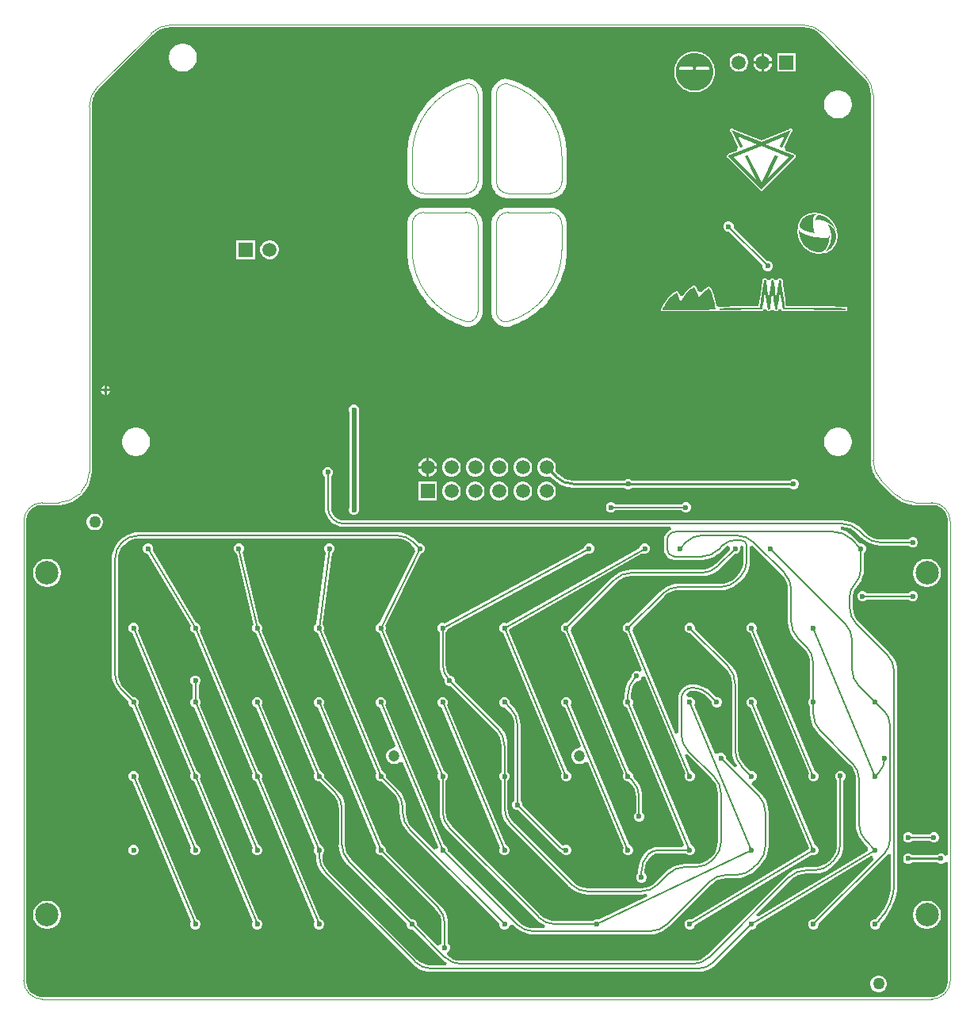
<source format=gbl>
G04*
G04 #@! TF.GenerationSoftware,Altium Limited,Altium Designer,24.2.2 (26)*
G04*
G04 Layer_Physical_Order=2*
G04 Layer_Color=3381759*
%FSLAX25Y25*%
%MOIN*%
G70*
G04*
G04 #@! TF.SameCoordinates,414444BF-B964-4898-950E-571982E1B149*
G04*
G04*
G04 #@! TF.FilePolarity,Positive*
G04*
G01*
G75*
%ADD11C,0.00984*%
%ADD15C,0.00591*%
%ADD16C,0.00394*%
%ADD65C,0.02362*%
%ADD72C,0.01968*%
%ADD74C,0.09843*%
%ADD75C,0.05906*%
%ADD76R,0.05906X0.05906*%
%ADD77C,0.01968*%
%ADD78C,0.05000*%
%ADD79C,0.04724*%
G36*
X133339Y211595D02*
X134421Y211488D01*
X135488Y211276D01*
X136528Y210961D01*
X137533Y210544D01*
X138492Y210032D01*
X139396Y209428D01*
X140237Y208738D01*
X140621Y208353D01*
X158156Y190818D01*
X158156Y190818D01*
X158541Y190434D01*
X159231Y189593D01*
X159835Y188689D01*
X160348Y187730D01*
X160764Y186725D01*
X161079Y185685D01*
X161292Y184618D01*
X161398Y183536D01*
X161398Y182992D01*
X161398Y29766D01*
Y29606D01*
X161401Y29594D01*
X161398Y29582D01*
X161413Y28989D01*
X161421Y28953D01*
X161417Y28916D01*
X161534Y27737D01*
X161548Y27689D01*
Y27639D01*
X161779Y26477D01*
X161798Y26432D01*
X161803Y26382D01*
X162147Y25248D01*
X162170Y25204D01*
X162180Y25156D01*
X162634Y24061D01*
X162661Y24020D01*
X162676Y23972D01*
X163234Y22927D01*
X163266Y22889D01*
X163285Y22843D01*
X163943Y21858D01*
X163978Y21823D01*
X164001Y21779D01*
X164753Y20863D01*
X164782Y20840D01*
X164802Y20808D01*
X165210Y20379D01*
X165221Y20372D01*
X165228Y20361D01*
X170550Y15039D01*
X170550Y15039D01*
X170952Y14637D01*
X170962Y14630D01*
X170969Y14620D01*
X171398Y14211D01*
X171430Y14191D01*
X171454Y14162D01*
X172370Y13411D01*
X172414Y13387D01*
X172449Y13352D01*
X173434Y12694D01*
X173480Y12675D01*
X173518Y12643D01*
X174563Y12085D01*
X174610Y12071D01*
X174652Y12043D01*
X175746Y11590D01*
X175795Y11580D01*
X175839Y11556D01*
X176973Y11213D01*
X177022Y11208D01*
X177068Y11189D01*
X178230Y10958D01*
X178280D01*
X178327Y10943D01*
X179506Y10827D01*
X179543Y10831D01*
X179580Y10822D01*
X180172Y10808D01*
X180185Y10810D01*
X180197Y10808D01*
X187009D01*
X187009Y10808D01*
X187010Y10808D01*
X187685Y10808D01*
X189012Y10544D01*
X190263Y10026D01*
X191388Y9274D01*
X192345Y8317D01*
X193097Y7192D01*
X193615Y5941D01*
X193879Y4614D01*
Y3937D01*
X193879Y-136133D01*
X193088Y-136447D01*
X192698Y-136486D01*
X192172Y-135960D01*
X191376Y-135630D01*
X190514D01*
X189718Y-135960D01*
X189388Y-136290D01*
X178722D01*
X178392Y-135960D01*
X177596Y-135630D01*
X176735D01*
X175939Y-135960D01*
X175330Y-136569D01*
X175000Y-137365D01*
Y-138226D01*
X175330Y-139022D01*
X175939Y-139631D01*
X176735Y-139961D01*
X177596D01*
X178392Y-139631D01*
X178722Y-139301D01*
X189388D01*
X189718Y-139631D01*
X190514Y-139961D01*
X191376D01*
X192172Y-139631D01*
X192698Y-139105D01*
X193088Y-139144D01*
X193879Y-139457D01*
X193878Y-188977D01*
X193878Y-188978D01*
X193878Y-188979D01*
X193879Y-189654D01*
X193615Y-190981D01*
X193097Y-192231D01*
X192345Y-193357D01*
X191388Y-194314D01*
X190263Y-195066D01*
X189012Y-195584D01*
X187685Y-195848D01*
X187008D01*
X-187009Y-195847D01*
X-187009Y-195847D01*
X-187010Y-195847D01*
X-187685Y-195848D01*
X-189012Y-195584D01*
X-190263Y-195066D01*
X-191388Y-194314D01*
X-192345Y-193357D01*
X-193097Y-192231D01*
X-193615Y-190981D01*
X-193879Y-189653D01*
Y-188976D01*
X-193878Y3938D01*
X-193878Y3938D01*
X-193878Y3939D01*
X-193879Y4614D01*
X-193615Y5941D01*
X-193097Y7192D01*
X-192345Y8317D01*
X-191388Y9274D01*
X-190263Y10026D01*
X-189012Y10544D01*
X-187685Y10808D01*
X-187008D01*
X-180197Y10808D01*
X-180185Y10810D01*
X-180172Y10808D01*
X-179580Y10822D01*
X-179543Y10831D01*
X-179506Y10827D01*
X-178327Y10943D01*
X-178280Y10958D01*
X-178230D01*
X-177068Y11189D01*
X-177022Y11208D01*
X-176973Y11213D01*
X-175839Y11556D01*
X-175795Y11580D01*
X-175746Y11590D01*
X-174652Y12043D01*
X-174610Y12071D01*
X-174563Y12085D01*
X-173518Y12643D01*
X-173480Y12675D01*
X-173434Y12694D01*
X-172449Y13352D01*
X-172414Y13387D01*
X-172370Y13411D01*
X-171454Y14162D01*
X-171430Y14191D01*
X-171399Y14211D01*
X-170969Y14620D01*
X-170962Y14630D01*
X-170952Y14637D01*
X-170550Y15038D01*
X-170550Y15039D01*
X-170149Y15440D01*
X-170142Y15450D01*
X-170132Y15458D01*
X-169723Y15887D01*
X-169703Y15918D01*
X-169674Y15942D01*
X-168923Y16858D01*
X-168899Y16902D01*
X-168864Y16937D01*
X-168206Y17922D01*
X-168187Y17968D01*
X-168155Y18006D01*
X-167597Y19051D01*
X-167582Y19099D01*
X-167555Y19140D01*
X-167101Y20234D01*
X-167092Y20283D01*
X-167068Y20327D01*
X-166724Y21461D01*
X-166719Y21510D01*
X-166700Y21556D01*
X-166469Y22718D01*
Y22768D01*
X-166455Y22816D01*
X-166339Y23994D01*
X-166342Y24032D01*
X-166334Y24068D01*
X-166320Y24660D01*
X-166322Y24673D01*
X-166319Y24685D01*
X-166319Y178071D01*
X-166319Y178615D01*
X-166213Y179697D01*
X-166001Y180763D01*
X-165685Y181804D01*
X-165269Y182808D01*
X-164756Y183768D01*
X-164152Y184672D01*
X-163462Y185512D01*
X-163078Y185897D01*
X-140621Y208353D01*
X-140237Y208738D01*
X-139396Y209428D01*
X-138492Y210032D01*
X-137533Y210544D01*
X-136528Y210961D01*
X-135488Y211276D01*
X-134421Y211488D01*
X-133339Y211595D01*
X-132795Y211595D01*
X132795Y211595D01*
X133339Y211595D01*
D02*
G37*
%LPC*%
G36*
X116505Y200803D02*
X116484D01*
Y197350D01*
X119937D01*
Y197371D01*
X119668Y198376D01*
X119147Y199277D01*
X118411Y200013D01*
X117510Y200534D01*
X116505Y200803D01*
D02*
G37*
G36*
X115484D02*
X115464D01*
X114459Y200534D01*
X113557Y200013D01*
X112821Y199277D01*
X112301Y198376D01*
X112031Y197371D01*
Y197350D01*
X115484D01*
Y200803D01*
D02*
G37*
G36*
X129921Y200787D02*
X122047D01*
Y192913D01*
X129921D01*
Y200787D01*
D02*
G37*
G36*
X106503D02*
X105466D01*
X104465Y200519D01*
X103567Y200001D01*
X102834Y199268D01*
X102315Y198370D01*
X102047Y197369D01*
Y196332D01*
X102315Y195331D01*
X102834Y194433D01*
X103567Y193700D01*
X104465Y193182D01*
X105466Y192913D01*
X106503D01*
X107504Y193182D01*
X108402Y193700D01*
X109135Y194433D01*
X109653Y195331D01*
X109921Y196332D01*
Y197369D01*
X109653Y198370D01*
X109135Y199268D01*
X108402Y200001D01*
X107504Y200519D01*
X106503Y200787D01*
D02*
G37*
G36*
X-127371Y204724D02*
X-128534D01*
X-129675Y204498D01*
X-130750Y204052D01*
X-131717Y203406D01*
X-132540Y202583D01*
X-133186Y201616D01*
X-133631Y200541D01*
X-133858Y199400D01*
Y198237D01*
X-133631Y197096D01*
X-133186Y196022D01*
X-132540Y195054D01*
X-131717Y194232D01*
X-130750Y193586D01*
X-129675Y193140D01*
X-128534Y192913D01*
X-127371D01*
X-126230Y193140D01*
X-125155Y193586D01*
X-124188Y194232D01*
X-123366Y195054D01*
X-122719Y196022D01*
X-122274Y197096D01*
X-122047Y198237D01*
Y199400D01*
X-122274Y200541D01*
X-122719Y201616D01*
X-123366Y202583D01*
X-124188Y203406D01*
X-125155Y204052D01*
X-126230Y204498D01*
X-127371Y204724D01*
D02*
G37*
G36*
X119937Y196350D02*
X116484D01*
Y192898D01*
X116505D01*
X117510Y193167D01*
X118411Y193687D01*
X119147Y194423D01*
X119668Y195325D01*
X119937Y196330D01*
Y196350D01*
D02*
G37*
G36*
X115484D02*
X112031D01*
Y196330D01*
X112301Y195325D01*
X112821Y194423D01*
X113557Y193687D01*
X114459Y193167D01*
X115464Y192898D01*
X115484D01*
Y196350D01*
D02*
G37*
G36*
X88183Y201415D02*
X86392D01*
X86083Y201287D01*
X85624D01*
X85315Y201159D01*
X85112D01*
X84803Y201031D01*
X84728D01*
X84419Y200903D01*
X84344D01*
X83892Y200716D01*
X83881Y200690D01*
X83636Y200588D01*
X83625Y200562D01*
X83380Y200460D01*
X83369Y200434D01*
X83124Y200332D01*
X83113Y200306D01*
X82868Y200204D01*
X82857Y200178D01*
X82612Y200076D01*
X82574Y199986D01*
X82484Y199948D01*
X82473Y199922D01*
X82228Y199820D01*
X82191Y199730D01*
X82100Y199692D01*
X82089Y199666D01*
X81844Y199564D01*
X81807Y199474D01*
X81716Y199436D01*
X81679Y199346D01*
X81588Y199308D01*
X81551Y199218D01*
X81460Y199180D01*
X81423Y199090D01*
X81332Y199052D01*
X81295Y198962D01*
X81204Y198924D01*
X81167Y198834D01*
X81076Y198796D01*
X81039Y198706D01*
X80948Y198669D01*
X80911Y198578D01*
X80820Y198540D01*
X80783Y198450D01*
X80692Y198413D01*
X80655Y198322D01*
X80564Y198284D01*
X80463Y198039D01*
X80436Y198029D01*
X80399Y197938D01*
X80308Y197901D01*
X80207Y197656D01*
X80180Y197645D01*
X80143Y197554D01*
X80052Y197517D01*
X79951Y197272D01*
X79924Y197261D01*
X79823Y197016D01*
X79796Y197005D01*
X79695Y196760D01*
X79668Y196749D01*
X79567Y196504D01*
X79540Y196493D01*
X79439Y196248D01*
X79413Y196237D01*
X79225Y195785D01*
Y195710D01*
X79097Y195401D01*
Y195326D01*
X78969Y195017D01*
Y194814D01*
X78841Y194505D01*
Y194046D01*
X78713Y193737D01*
Y191946D01*
X78841Y191637D01*
Y191178D01*
X78969Y190869D01*
Y190666D01*
X79097Y190357D01*
Y190282D01*
X79225Y189973D01*
Y189898D01*
X79413Y189446D01*
X79439Y189435D01*
X79540Y189190D01*
X79567Y189179D01*
X79668Y188934D01*
X79695Y188923D01*
X79796Y188678D01*
X79823Y188667D01*
X79924Y188422D01*
X79951Y188411D01*
X80052Y188166D01*
X80143Y188128D01*
X80180Y188038D01*
X80207Y188027D01*
X80308Y187782D01*
X80399Y187745D01*
X80436Y187654D01*
X80463Y187643D01*
X80564Y187398D01*
X80655Y187361D01*
X80692Y187270D01*
X80783Y187233D01*
X80820Y187142D01*
X80911Y187105D01*
X80948Y187014D01*
X81039Y186977D01*
X81076Y186886D01*
X81167Y186849D01*
X81204Y186758D01*
X81295Y186721D01*
X81332Y186630D01*
X81423Y186593D01*
X81460Y186502D01*
X81551Y186465D01*
X81588Y186374D01*
X81679Y186337D01*
X81716Y186246D01*
X81807Y186209D01*
X81844Y186118D01*
X82089Y186017D01*
X82100Y185990D01*
X82191Y185953D01*
X82228Y185862D01*
X82473Y185761D01*
X82484Y185734D01*
X82574Y185697D01*
X82612Y185606D01*
X82857Y185505D01*
X82868Y185478D01*
X83113Y185377D01*
X83124Y185350D01*
X83214Y185313D01*
X83252Y185222D01*
X83704Y185035D01*
X83779D01*
X83881Y184993D01*
X83892Y184967D01*
X84344Y184779D01*
X84419D01*
X84728Y184651D01*
X84803D01*
X85112Y184523D01*
X85315D01*
X85624Y184395D01*
X86083D01*
X86392Y184267D01*
X88183D01*
X88492Y184395D01*
X88951D01*
X89260Y184523D01*
X89463D01*
X89772Y184651D01*
X89847D01*
X90156Y184779D01*
X90231D01*
X90683Y184967D01*
X90694Y184993D01*
X90939Y185094D01*
X90950Y185121D01*
X91195Y185222D01*
X91206Y185249D01*
X91451Y185350D01*
X91462Y185377D01*
X91707Y185478D01*
X91718Y185505D01*
X91963Y185606D01*
X92000Y185697D01*
X92091Y185734D01*
X92102Y185761D01*
X92347Y185862D01*
X92384Y185953D01*
X92475Y185990D01*
X92512Y186081D01*
X92602Y186118D01*
X92614Y186145D01*
X92858Y186246D01*
X92896Y186337D01*
X92987Y186374D01*
X93024Y186465D01*
X93115Y186502D01*
X93152Y186593D01*
X93242Y186630D01*
X93280Y186721D01*
X93370Y186758D01*
X93408Y186849D01*
X93498Y186886D01*
X93536Y186977D01*
X93626Y187014D01*
X93664Y187105D01*
X93754Y187142D01*
X93792Y187233D01*
X93882Y187270D01*
X93984Y187515D01*
X94010Y187526D01*
X94048Y187617D01*
X94138Y187654D01*
X94176Y187745D01*
X94266Y187782D01*
X94368Y188027D01*
X94394Y188038D01*
X94432Y188128D01*
X94522Y188166D01*
X94624Y188411D01*
X94650Y188422D01*
X94752Y188667D01*
X94778Y188678D01*
X94880Y188923D01*
X94906Y188934D01*
X95008Y189179D01*
X95034Y189190D01*
X95221Y189642D01*
Y189717D01*
X95264Y189819D01*
X95290Y189830D01*
X95477Y190282D01*
Y190485D01*
X95605Y190794D01*
Y190997D01*
X95733Y191306D01*
Y191892D01*
X95861Y192201D01*
Y193481D01*
X95733Y193790D01*
Y194377D01*
X95605Y194686D01*
Y194889D01*
X95477Y195198D01*
Y195401D01*
X95349Y195710D01*
Y195785D01*
X95162Y196237D01*
X95136Y196248D01*
X95034Y196493D01*
X95008Y196504D01*
X94906Y196749D01*
X94880Y196760D01*
X94778Y197005D01*
X94752Y197016D01*
X94650Y197261D01*
X94624Y197272D01*
X94522Y197517D01*
X94432Y197554D01*
X94394Y197645D01*
X94368Y197656D01*
X94266Y197901D01*
X94176Y197938D01*
X94138Y198029D01*
X94048Y198066D01*
X94010Y198156D01*
X93984Y198168D01*
X93882Y198413D01*
X93792Y198450D01*
X93754Y198540D01*
X93664Y198578D01*
X93626Y198669D01*
X93536Y198706D01*
X93498Y198796D01*
X93408Y198834D01*
X93370Y198924D01*
X93280Y198962D01*
X93242Y199052D01*
X93152Y199090D01*
X93115Y199180D01*
X93024Y199218D01*
X92987Y199308D01*
X92896Y199346D01*
X92858Y199436D01*
X92614Y199538D01*
X92602Y199564D01*
X92512Y199602D01*
X92475Y199692D01*
X92384Y199730D01*
X92347Y199820D01*
X92102Y199922D01*
X92091Y199948D01*
X92000Y199986D01*
X91963Y200076D01*
X91718Y200178D01*
X91707Y200204D01*
X91462Y200306D01*
X91451Y200332D01*
X91206Y200434D01*
X91195Y200460D01*
X90950Y200562D01*
X90939Y200588D01*
X90694Y200690D01*
X90683Y200716D01*
X90231Y200903D01*
X90156D01*
X89847Y201031D01*
X89772D01*
X89463Y201159D01*
X89260D01*
X88951Y201287D01*
X88492D01*
X88183Y201415D01*
D02*
G37*
G36*
X148219Y185039D02*
X147056D01*
X145915Y184812D01*
X144841Y184367D01*
X143873Y183721D01*
X143051Y182898D01*
X142404Y181931D01*
X141959Y180856D01*
X141732Y179716D01*
Y178552D01*
X141959Y177411D01*
X142404Y176337D01*
X143051Y175369D01*
X143873Y174547D01*
X144841Y173900D01*
X145915Y173455D01*
X147056Y173228D01*
X148219D01*
X149360Y173455D01*
X150435Y173900D01*
X151402Y174547D01*
X152225Y175369D01*
X152871Y176337D01*
X153316Y177411D01*
X153543Y178552D01*
Y179716D01*
X153316Y180856D01*
X152871Y181931D01*
X152225Y182898D01*
X151402Y183721D01*
X150435Y184367D01*
X149360Y184812D01*
X148219Y185039D01*
D02*
G37*
G36*
X127814Y169061D02*
X127685Y169013D01*
X127548Y169013D01*
X127548Y169013D01*
X127283Y168904D01*
X127283D01*
X127156Y168851D01*
X115341Y163977D01*
X103527Y168851D01*
X103400Y168904D01*
X103400D01*
X103135Y169013D01*
X103135Y169013D01*
X102998Y169013D01*
X102869Y169061D01*
X102869Y169061D01*
X102763Y169013D01*
X102646Y169013D01*
X102645Y169012D01*
X102549Y168915D01*
X102424Y168858D01*
X102424Y168858D01*
X102314Y168740D01*
X102314Y168740D01*
X102265Y168611D01*
X102176Y168508D01*
X102175Y168508D01*
X102183Y168391D01*
X102142Y168282D01*
X102142Y168282D01*
X102199Y168157D01*
X102209Y168020D01*
X102209Y168020D01*
X102336Y167763D01*
Y167763D01*
X102397Y167640D01*
X105582Y161232D01*
X105268Y159954D01*
X105140Y159773D01*
X101483Y158266D01*
X101224Y158159D01*
X101224Y158159D01*
X101178Y158113D01*
X101177Y158113D01*
X101113Y158100D01*
X101112Y158100D01*
X101009Y157946D01*
X100877Y157814D01*
X100877Y157813D01*
X100877Y157748D01*
X100840Y157694D01*
X100840Y157694D01*
X100809Y157535D01*
X100809Y157535D01*
X100822Y157471D01*
X100797Y157411D01*
X100796Y157410D01*
X100868Y157238D01*
X100904Y157055D01*
X100904Y157055D01*
X100958Y157019D01*
X100959Y157018D01*
X100984Y156958D01*
X100984Y156958D01*
X101182Y156760D01*
X114716Y143225D01*
X114912Y143029D01*
X114912D01*
X115364Y142842D01*
X115816Y143029D01*
X115816D01*
X116012Y143225D01*
X129546Y156760D01*
X129745Y156958D01*
X129745Y156958D01*
X129770Y157018D01*
X129770Y157019D01*
X129825Y157055D01*
X129825Y157055D01*
X129861Y157238D01*
X129932Y157410D01*
X129932Y157411D01*
X129907Y157471D01*
X129920Y157535D01*
X129920Y157535D01*
X129888Y157694D01*
X129888Y157694D01*
X129851Y157748D01*
X129851Y157813D01*
X129851Y157814D01*
X129719Y157946D01*
X129616Y158100D01*
X129616Y158100D01*
X129551Y158113D01*
X129551Y158113D01*
X129505Y158159D01*
X129505Y158159D01*
X129245Y158266D01*
X125558Y159785D01*
X125431Y159958D01*
X125109Y161248D01*
X128285Y167640D01*
X128347Y167763D01*
Y167763D01*
X128474Y168020D01*
X128474Y168020D01*
X128483Y168157D01*
X128541Y168282D01*
X128541Y168282D01*
X128500Y168391D01*
X128508Y168508D01*
X128507Y168508D01*
X128417Y168611D01*
X128369Y168740D01*
X128369Y168740D01*
X128259Y168858D01*
X128259Y168858D01*
X128134Y168915D01*
X128037Y169012D01*
X128037Y169013D01*
X127920Y169013D01*
X127814Y169061D01*
X127814Y169061D01*
D02*
G37*
G36*
X8152Y189911D02*
X7737D01*
X7543Y189872D01*
X7345D01*
X6531Y189710D01*
X6348Y189635D01*
X6154Y189596D01*
X5387Y189278D01*
X5223Y189168D01*
X5040Y189093D01*
X4350Y188631D01*
X4210Y188492D01*
X4046Y188382D01*
X3459Y187795D01*
X3349Y187630D01*
X3209Y187491D01*
X2748Y186800D01*
X2672Y186618D01*
X2562Y186453D01*
X2245Y185686D01*
X2206Y185493D01*
X2131Y185310D01*
X1969Y184495D01*
Y184298D01*
X1930Y184104D01*
Y183689D01*
Y146733D01*
Y146240D01*
X1969Y146046D01*
Y145849D01*
X2161Y144883D01*
X2236Y144700D01*
X2275Y144506D01*
X2652Y143596D01*
X2762Y143432D01*
X2837Y143249D01*
X3384Y142430D01*
X3524Y142291D01*
X3634Y142126D01*
X4330Y141430D01*
X4495Y141320D01*
X4635Y141180D01*
X5454Y140633D01*
X5636Y140557D01*
X5801Y140447D01*
X6711Y140071D01*
X6904Y140032D01*
X7087Y139956D01*
X8053Y139764D01*
X8251D01*
X8444Y139726D01*
X26989D01*
X27182Y139764D01*
X27380D01*
X28346Y139956D01*
X28529Y140032D01*
X28723Y140071D01*
X29632Y140447D01*
X29797Y140557D01*
X29980Y140633D01*
X30798Y141180D01*
X30938Y141320D01*
X31103Y141430D01*
X31799Y142126D01*
X31909Y142291D01*
X32049Y142430D01*
X32596Y143249D01*
X32671Y143432D01*
X32781Y143596D01*
X33158Y144506D01*
X33197Y144700D01*
X33272Y144883D01*
X33465Y145849D01*
Y146046D01*
X33503Y146240D01*
Y157481D01*
Y159200D01*
X33482Y159309D01*
X33491Y159419D01*
X33117Y162838D01*
X33084Y162943D01*
X33081Y163053D01*
X32337Y166411D01*
X32292Y166512D01*
X32278Y166622D01*
X31172Y169878D01*
X31117Y169974D01*
X31091Y170081D01*
X29637Y173198D01*
X29572Y173287D01*
X29534Y173391D01*
X27750Y176331D01*
X27676Y176413D01*
X27627Y176512D01*
X25533Y179240D01*
X25450Y179313D01*
X25390Y179406D01*
X23012Y181891D01*
X22922Y181954D01*
X22853Y182040D01*
X20218Y184251D01*
X20121Y184304D01*
X20043Y184382D01*
X17184Y186293D01*
X17082Y186335D01*
X16995Y186404D01*
X13945Y187992D01*
X13839Y188023D01*
X13745Y188083D01*
X10540Y189329D01*
X10431Y189348D01*
X10332Y189397D01*
X8671Y189842D01*
X8409Y189859D01*
X8152Y189911D01*
D02*
G37*
G36*
X-7737Y189910D02*
X-8152D01*
X-8409Y189859D01*
X-8671Y189842D01*
X-10332Y189397D01*
X-10431Y189348D01*
X-10540Y189329D01*
X-13745Y188082D01*
X-13839Y188023D01*
X-13945Y187992D01*
X-16995Y186404D01*
X-17082Y186335D01*
X-17184Y186293D01*
X-20043Y184382D01*
X-20121Y184304D01*
X-20218Y184250D01*
X-22853Y182040D01*
X-22922Y181954D01*
X-23012Y181890D01*
X-25390Y179406D01*
X-25450Y179313D01*
X-25533Y179240D01*
X-27627Y176512D01*
X-27676Y176412D01*
X-27750Y176331D01*
X-29534Y173391D01*
X-29572Y173287D01*
X-29638Y173198D01*
X-31091Y170081D01*
X-31117Y169974D01*
X-31172Y169878D01*
X-32278Y166621D01*
X-32292Y166512D01*
X-32337Y166411D01*
X-33081Y163053D01*
X-33084Y162942D01*
X-33117Y162837D01*
X-33491Y159418D01*
X-33482Y159308D01*
X-33503Y159200D01*
Y157480D01*
Y146240D01*
X-33465Y146046D01*
Y145848D01*
X-33272Y144882D01*
X-33197Y144700D01*
X-33158Y144506D01*
X-32781Y143596D01*
X-32671Y143431D01*
X-32596Y143249D01*
X-32049Y142430D01*
X-31909Y142290D01*
X-31799Y142126D01*
X-31103Y141429D01*
X-30938Y141320D01*
X-30799Y141180D01*
X-29980Y140632D01*
X-29797Y140557D01*
X-29632Y140447D01*
X-28723Y140070D01*
X-28529Y140032D01*
X-28346Y139956D01*
X-27380Y139764D01*
X-27182D01*
X-26989Y139725D01*
X-8445D01*
X-8251Y139764D01*
X-8053D01*
X-7087Y139956D01*
X-6904Y140032D01*
X-6711Y140070D01*
X-5801Y140447D01*
X-5636Y140557D01*
X-5454Y140632D01*
X-4635Y141180D01*
X-4495Y141320D01*
X-4330Y141429D01*
X-3634Y142126D01*
X-3524Y142290D01*
X-3384Y142430D01*
X-2837Y143249D01*
X-2762Y143431D01*
X-2652Y143596D01*
X-2275Y144506D01*
X-2236Y144700D01*
X-2161Y144882D01*
X-1969Y145848D01*
Y146046D01*
X-1930Y146240D01*
Y146732D01*
Y183688D01*
Y184104D01*
X-1969Y184297D01*
Y184495D01*
X-2131Y185309D01*
X-2206Y185492D01*
X-2245Y185686D01*
X-2562Y186453D01*
X-2672Y186617D01*
X-2748Y186800D01*
X-3209Y187490D01*
X-3349Y187630D01*
X-3459Y187794D01*
X-4046Y188381D01*
X-4210Y188491D01*
X-4350Y188631D01*
X-5040Y189092D01*
X-5223Y189168D01*
X-5387Y189278D01*
X-6154Y189595D01*
X-6348Y189634D01*
X-6531Y189710D01*
X-7345Y189872D01*
X-7543D01*
X-7737Y189910D01*
D02*
G37*
G36*
X136989Y133600D02*
X136823Y133534D01*
X136783Y133534D01*
X136749Y133520D01*
X136715Y133534D01*
X136646Y133535D01*
X136480Y133468D01*
X136166Y133471D01*
X136132Y133457D01*
X136098Y133471D01*
X136030Y133472D01*
X136030Y133472D01*
X136030Y133472D01*
X135863Y133405D01*
X135823Y133405D01*
X135657Y133338D01*
X135617Y133339D01*
X135617Y133338D01*
X135617Y133339D01*
X135579Y133326D01*
X135549Y133339D01*
X135549Y133339D01*
X135480Y133340D01*
X135480Y133340D01*
X135480Y133340D01*
X135114Y133206D01*
X135069Y133206D01*
X135068Y133206D01*
X135068Y133206D01*
X135068D01*
X134983Y133172D01*
X134615Y133023D01*
X134615Y133023D01*
X134615Y133023D01*
X134613Y133019D01*
X134134Y132822D01*
Y132822D01*
X134133Y132822D01*
X134122Y132794D01*
X133858Y132687D01*
X133858Y132687D01*
X133858Y132687D01*
X133838Y132639D01*
X133789Y132620D01*
X133789Y132620D01*
X133789Y132620D01*
X133777Y132591D01*
X133680Y132552D01*
X133514Y132485D01*
X133514Y132485D01*
X133514Y132485D01*
X133502Y132457D01*
X133239Y132350D01*
X133239Y132350D01*
X133239Y132350D01*
X133219Y132302D01*
X133170Y132282D01*
X133170Y132282D01*
X133170Y132282D01*
X133149Y132234D01*
X133101Y132215D01*
X133101Y132214D01*
X133101Y132214D01*
X133080Y132166D01*
X133032Y132147D01*
X133032Y132147D01*
X133032Y132147D01*
X133011Y132098D01*
X132963Y132079D01*
X132963Y132079D01*
X132963Y132079D01*
X132942Y132030D01*
X132894Y132011D01*
X132894Y132011D01*
X132894Y132011D01*
X132873Y131963D01*
X132825Y131943D01*
X132825Y131943D01*
X132824Y131943D01*
X132804Y131895D01*
X132756Y131875D01*
X132756Y131875D01*
X132755Y131875D01*
X132735Y131827D01*
X132686Y131807D01*
X132686Y131807D01*
X132686Y131807D01*
X132666Y131759D01*
X132617Y131739D01*
X132617Y131739D01*
X132617Y131739D01*
X132597Y131691D01*
X132548Y131672D01*
X132548Y131671D01*
X132548Y131671D01*
X132528Y131623D01*
X132479Y131604D01*
X132459Y131555D01*
X132410Y131536D01*
X132410Y131536D01*
X132410Y131535D01*
X132390Y131487D01*
X132341Y131468D01*
X132321Y131420D01*
X132272Y131400D01*
X132272Y131400D01*
X132272Y131400D01*
X132252Y131352D01*
X132203Y131332D01*
X132203Y131332D01*
X132203Y131332D01*
X132183Y131284D01*
X132134Y131264D01*
X132134Y131264D01*
X132134Y131264D01*
X132078Y131134D01*
X132064Y131128D01*
X132064Y131128D01*
X132064Y131128D01*
X132009Y130997D01*
X131994Y130991D01*
X131974Y130943D01*
X131926Y130924D01*
X131926Y130924D01*
X131925Y130924D01*
X131905Y130875D01*
X131856Y130856D01*
X131856Y130856D01*
X131856Y130856D01*
X131801Y130725D01*
X131787Y130719D01*
X131787Y130719D01*
X131786Y130719D01*
X131786Y130717D01*
X131718Y130583D01*
X131717Y130583D01*
X131717Y130583D01*
X131717Y130583D01*
X131692Y130533D01*
X131648Y130515D01*
X131648Y130515D01*
X131648Y130515D01*
X131625Y130466D01*
X131579Y130447D01*
X131579Y130447D01*
X131579Y130447D01*
X131579Y130447D01*
X131483Y130220D01*
X131388Y129997D01*
X131387Y129967D01*
X131319Y129797D01*
X131317Y129792D01*
Y129792D01*
X131317Y129792D01*
X131299Y129765D01*
X131207Y129548D01*
X131108Y129314D01*
X131108Y129314D01*
X131108Y129314D01*
X131107Y129274D01*
X131037Y129110D01*
X131038Y129110D01*
X131037Y129110D01*
X131037Y129069D01*
X130967Y128905D01*
X130967Y128905D01*
X130967Y128905D01*
X130967Y128865D01*
X130897Y128700D01*
X130897Y128660D01*
X130827Y128495D01*
X130827Y128495D01*
X130827Y128495D01*
X130826Y128427D01*
X130826Y128427D01*
X130826Y128426D01*
X130840Y128392D01*
X130825Y128358D01*
Y128358D01*
X130825Y128358D01*
X130825Y128358D01*
X130825Y128290D01*
X130825Y128290D01*
X130825Y128290D01*
X130825Y128290D01*
X130824Y128221D01*
X130824Y128221D01*
X130824Y128221D01*
X130824Y128152D01*
X130833Y128107D01*
X130823Y128084D01*
X130823Y128084D01*
Y128084D01*
X130823Y128084D01*
X130823Y128084D01*
X130823Y128016D01*
X130823Y128015D01*
X130728Y126910D01*
X130726Y126893D01*
X130626Y126659D01*
X130535Y126443D01*
Y126443D01*
X130535Y126443D01*
X130535Y126443D01*
X130534Y126375D01*
X130534Y126375D01*
X130534Y126374D01*
X130534Y126374D01*
X130534Y126306D01*
X130534Y126306D01*
X130534Y126306D01*
X130532Y126169D01*
X130532Y126169D01*
X130532Y126169D01*
X130532Y126101D01*
X130532Y126101D01*
X130532Y126101D01*
X130531Y126032D01*
X130531Y126032D01*
X130531Y126032D01*
X130531Y125964D01*
X130531Y125964D01*
X130539Y125942D01*
X130530Y125896D01*
X130530Y125895D01*
Y125895D01*
X130530Y125895D01*
X130530Y125895D01*
X130529Y125827D01*
X130543Y125793D01*
X130529Y125758D01*
X130529Y125758D01*
X130529Y125758D01*
X130528Y125690D01*
X130542Y125655D01*
X130528Y125621D01*
X130527Y125553D01*
X130541Y125518D01*
X130526Y125484D01*
X130526Y125416D01*
X130593Y125250D01*
X130592Y125141D01*
X130592Y125141D01*
X130591Y125073D01*
X130605Y125039D01*
X130591Y125005D01*
Y125004D01*
X130591Y125004D01*
X130591Y125004D01*
X130590Y124936D01*
X130590Y124936D01*
X130590Y124936D01*
X130657Y124770D01*
X130657Y124730D01*
X130657Y124730D01*
X130657Y124730D01*
X130671Y124696D01*
X130656Y124661D01*
X130656Y124593D01*
X130669Y124558D01*
X130655Y124525D01*
Y124524D01*
X130655Y124524D01*
X130655Y124524D01*
X130654Y124456D01*
X130655Y124456D01*
X130654Y124456D01*
X130721Y124290D01*
X130721Y124250D01*
X130721Y124250D01*
X130721Y124250D01*
X130788Y124084D01*
X130788Y124044D01*
X130802Y124010D01*
X130787Y123976D01*
X130787Y123976D01*
X130787Y123975D01*
X130787Y123907D01*
X130854Y123741D01*
X130853Y123701D01*
X130853Y123701D01*
X130853Y123701D01*
X130920Y123535D01*
X130920Y123495D01*
X130934Y123460D01*
X130919Y123426D01*
X130919Y123426D01*
X130919Y123426D01*
X130919Y123426D01*
X130919Y123358D01*
X130919Y123358D01*
X130919Y123358D01*
X131053Y122992D01*
X131052Y122946D01*
X131052Y122946D01*
X131052Y122946D01*
X131236Y122492D01*
X131236D01*
X131253Y122464D01*
X131321Y122299D01*
X131320Y122258D01*
X131413Y122028D01*
X131503Y121805D01*
X131503Y121805D01*
X131503Y121805D01*
X131532Y121793D01*
X131542Y121767D01*
X131638Y121530D01*
X131638Y121530D01*
X131638Y121530D01*
X131666Y121518D01*
X131680Y121483D01*
X131772Y121255D01*
X131772Y121255D01*
X131772Y121255D01*
X131801Y121243D01*
X131907Y120980D01*
X131955Y120959D01*
X131975Y120911D01*
X131975Y120911D01*
X131975Y120911D01*
X132023Y120890D01*
X132043Y120842D01*
X132043Y120842D01*
X132043Y120841D01*
X132057Y120835D01*
X132110Y120704D01*
X132110Y120704D01*
X132110Y120704D01*
X132124Y120698D01*
X132177Y120566D01*
X132177Y120566D01*
X132177Y120566D01*
X132226Y120546D01*
X132245Y120497D01*
X132273Y120485D01*
X132380Y120222D01*
X132380Y120222D01*
X132380Y120222D01*
X132428Y120202D01*
X132448Y120153D01*
X132448Y120153D01*
X132448Y120153D01*
X132496Y120133D01*
X132516Y120084D01*
X132516Y120084D01*
X132516Y120084D01*
X132564Y120064D01*
X132583Y120015D01*
X132584Y120015D01*
X132584Y120015D01*
X132632Y119994D01*
X132651Y119946D01*
X132651Y119946D01*
X132651Y119946D01*
X132700Y119925D01*
X132719Y119877D01*
X132719Y119877D01*
X132719Y119877D01*
X132733Y119871D01*
X132787Y119739D01*
X132787Y119739D01*
X132787Y119739D01*
X132801Y119733D01*
X132854Y119602D01*
X132902Y119581D01*
X132922Y119533D01*
X132922Y119533D01*
X132922Y119533D01*
X132970Y119512D01*
X132989Y119464D01*
X132990Y119464D01*
X132990Y119464D01*
X133038Y119443D01*
X133057Y119395D01*
X133057Y119395D01*
X133057Y119395D01*
X133106Y119374D01*
X133125Y119325D01*
X133125Y119325D01*
X133125Y119325D01*
X133174Y119305D01*
X133193Y119256D01*
X133241Y119236D01*
X133261Y119187D01*
X133261Y119187D01*
X133261Y119187D01*
X133309Y119167D01*
X133329Y119118D01*
X133329Y119118D01*
X133329Y119118D01*
X133377Y119098D01*
X133397Y119049D01*
X133397Y119049D01*
X133397Y119049D01*
X133445Y119029D01*
X133465Y118980D01*
X133465Y118980D01*
X133465Y118980D01*
X133513Y118959D01*
X133533Y118911D01*
X133533Y118911D01*
X133533Y118911D01*
X133581Y118890D01*
X133600Y118842D01*
X133649Y118822D01*
X133668Y118773D01*
X133668Y118773D01*
X133668Y118773D01*
X133717Y118752D01*
X133736Y118704D01*
X133736Y118704D01*
X133736Y118704D01*
X133784Y118683D01*
X133804Y118635D01*
X133804Y118635D01*
X133804Y118635D01*
X133901Y118594D01*
X133940Y118497D01*
X133940Y118497D01*
X133940Y118497D01*
X134175Y118397D01*
X134201Y118386D01*
X134213Y118357D01*
X134261Y118337D01*
X134280Y118288D01*
X134281Y118288D01*
X134281Y118288D01*
X134329Y118268D01*
X134348Y118219D01*
X134348Y118219D01*
X134349Y118219D01*
X134397Y118199D01*
X134416Y118150D01*
X134416Y118150D01*
X134416Y118150D01*
X134547Y118095D01*
X134553Y118080D01*
X134553Y118080D01*
X134553Y118080D01*
X134683Y118025D01*
X134689Y118010D01*
X134737Y117990D01*
X134757Y117941D01*
X134757Y117941D01*
X134757Y117941D01*
X134805Y117921D01*
X134825Y117872D01*
X134825Y117872D01*
X134825Y117872D01*
X134873Y117852D01*
X134893Y117803D01*
X134893Y117803D01*
X134893Y117803D01*
X135122Y117706D01*
X135154Y117692D01*
X135165Y117664D01*
X135165Y117664D01*
X135166Y117664D01*
X135427Y117553D01*
X135438Y117525D01*
X135438Y117525D01*
X135438Y117525D01*
X135699Y117414D01*
X135711Y117385D01*
X135711Y117385D01*
X135711Y117385D01*
X135972Y117274D01*
X135984Y117246D01*
X135984Y117246D01*
X135984Y117246D01*
X136238Y117138D01*
X136434Y117055D01*
X136474Y117054D01*
X136639Y116984D01*
X136679Y116984D01*
X136844Y116914D01*
X136844Y116914D01*
X136844Y116914D01*
X136884Y116914D01*
X137048Y116844D01*
X137089Y116844D01*
X137253Y116774D01*
X137293Y116773D01*
X137458Y116703D01*
X137458Y116703D01*
X137458Y116703D01*
X137498Y116703D01*
X137663Y116633D01*
X137663D01*
X137663Y116633D01*
X137663Y116633D01*
X137731Y116633D01*
X137731Y116633D01*
X137731Y116633D01*
X137766Y116647D01*
X137800Y116632D01*
X137840Y116632D01*
X138005Y116562D01*
X138005Y116562D01*
X138005Y116562D01*
X138073Y116561D01*
X138108Y116575D01*
X138142Y116560D01*
X138142Y116560D01*
X138142Y116560D01*
X138182Y116560D01*
X138346Y116490D01*
X138346Y116490D01*
X138346Y116490D01*
X138415Y116490D01*
X138449Y116504D01*
X138483Y116489D01*
X138483Y116489D01*
X138484Y116489D01*
X139208Y116483D01*
X139373Y116413D01*
X139373Y116413D01*
X139373Y116413D01*
X139442Y116412D01*
X139476Y116426D01*
X139510Y116412D01*
X139579Y116411D01*
X139613Y116425D01*
X139647Y116410D01*
X139647D01*
X139647Y116410D01*
X139647Y116410D01*
X139715Y116410D01*
X139716Y116410D01*
X139716Y116410D01*
X139882Y116477D01*
X140332Y116473D01*
X140367Y116487D01*
X140401Y116472D01*
X140401Y116472D01*
X140401D01*
X140401Y116472D01*
X140401Y116472D01*
X140469Y116472D01*
X140469Y116472D01*
X140469Y116472D01*
X140893Y116605D01*
X141018Y116604D01*
X141018Y116604D01*
X141019Y116604D01*
X141253Y116699D01*
X141472Y116787D01*
X141472Y116787D01*
X142393Y116855D01*
X142527Y116865D01*
X142527Y116865D01*
X142527Y116865D01*
X142664Y116864D01*
X142664Y116863D01*
X143118Y117047D01*
X143118Y117047D01*
X143118Y117047D01*
X143125Y117065D01*
X143146Y117065D01*
X143168Y117074D01*
X143371Y117156D01*
X143599Y117248D01*
X143599Y117248D01*
X143599Y117248D01*
X143620Y117296D01*
X143668Y117316D01*
X143674Y117330D01*
X143806Y117383D01*
X143806Y117383D01*
X143806Y117383D01*
X143812Y117397D01*
X143943Y117450D01*
X143943Y117450D01*
X143943Y117450D01*
X143955Y117479D01*
X144005Y117499D01*
X144218Y117585D01*
X144218Y117585D01*
X144218Y117585D01*
X144239Y117633D01*
X144288Y117653D01*
X144308Y117701D01*
X144357Y117721D01*
X144357Y117721D01*
X144357Y117721D01*
X144369Y117749D01*
X144425Y117772D01*
X144632Y117855D01*
X144632Y117855D01*
X144632Y117855D01*
X144673Y117952D01*
X144770Y117991D01*
X144770Y117991D01*
X144770Y117991D01*
X144790Y118039D01*
X144839Y118059D01*
X144839Y118059D01*
X144839Y118059D01*
X144859Y118107D01*
X144908Y118127D01*
X144908Y118127D01*
X144908Y118127D01*
X144928Y118175D01*
X144977Y118195D01*
X144977Y118195D01*
X144977Y118195D01*
X144998Y118243D01*
X145046Y118263D01*
X145046Y118263D01*
X145046Y118263D01*
X145067Y118311D01*
X145115Y118331D01*
X145115Y118331D01*
X145115Y118331D01*
X145136Y118379D01*
X145184Y118398D01*
X145205Y118447D01*
X145253Y118466D01*
X145253Y118466D01*
X145253Y118466D01*
X145274Y118515D01*
X145323Y118534D01*
X145323Y118534D01*
X145323Y118535D01*
X145343Y118582D01*
X145391Y118602D01*
X145392Y118602D01*
X145392Y118602D01*
X145412Y118650D01*
X145461Y118670D01*
X145461Y118670D01*
X145461Y118670D01*
X145481Y118718D01*
X145530Y118738D01*
X145530Y118738D01*
X145530Y118738D01*
X145550Y118786D01*
X145599Y118806D01*
X145599Y118806D01*
X145599Y118806D01*
X145640Y118902D01*
X145737Y118941D01*
X145737Y118941D01*
X145737Y118941D01*
X145824Y119147D01*
X145848Y119203D01*
X145876Y119214D01*
X145876Y119214D01*
X145876Y119214D01*
X145897Y119262D01*
X145945Y119282D01*
X145945Y119282D01*
X145945Y119282D01*
X145966Y119330D01*
X146014Y119350D01*
X146014Y119350D01*
X146014Y119350D01*
X146070Y119480D01*
X146084Y119486D01*
X146084Y119486D01*
X146084Y119486D01*
X146140Y119617D01*
X146154Y119623D01*
X146154Y119623D01*
X146154Y119623D01*
X146174Y119671D01*
X146223Y119690D01*
X146223Y119691D01*
X146223Y119691D01*
X146243Y119739D01*
X146292Y119759D01*
X146403Y120019D01*
X146431Y120031D01*
X146431Y120031D01*
X146431Y120031D01*
X146557Y120298D01*
X146570Y120304D01*
X146571Y120304D01*
X146571Y120304D01*
X146692Y120569D01*
X146710Y120577D01*
X146710Y120577D01*
X146710Y120577D01*
X146901Y121027D01*
X146901Y121027D01*
X146901Y121027D01*
X146902Y121095D01*
X146902Y121095D01*
X146899Y121101D01*
X147042Y121437D01*
X147042Y121505D01*
X147042Y121505D01*
X147040Y121511D01*
X147089Y121627D01*
X147182Y121846D01*
X147183Y121915D01*
X147169Y121949D01*
X147183Y121983D01*
X147183Y121983D01*
X147183Y121983D01*
X147184Y122023D01*
X147254Y122188D01*
Y122188D01*
X147254Y122188D01*
X147254Y122188D01*
X147254Y122228D01*
X147324Y122393D01*
X147325Y122461D01*
X147311Y122496D01*
X147325Y122530D01*
X147326Y122598D01*
X147326Y122599D01*
X147326Y122667D01*
X147326Y122667D01*
X147326Y122667D01*
X147327Y122707D01*
X147397Y122872D01*
Y122872D01*
X147397Y122872D01*
X147397Y122872D01*
X147397Y122940D01*
X147397Y122940D01*
X147397Y122940D01*
X147398Y123009D01*
X147398Y123009D01*
X147398Y123049D01*
X147468Y123214D01*
X147469Y123282D01*
X147455Y123316D01*
X147469Y123350D01*
X147469Y123351D01*
X147469Y123351D01*
X147470Y123419D01*
X147456Y123453D01*
X147470Y123487D01*
Y123488D01*
X147470Y123488D01*
X147470Y123488D01*
X147471Y123556D01*
X147471Y123556D01*
X147471Y123556D01*
X147457Y123590D01*
X147472Y123624D01*
X147472Y123624D01*
X147472Y123625D01*
X147472Y123693D01*
X147474Y123830D01*
X147460Y123864D01*
X147474Y123898D01*
X147474Y123898D01*
X147474Y123898D01*
X147475Y124035D01*
X147475Y124035D01*
X147476Y124104D01*
X147476Y124104D01*
X147476Y124104D01*
X147462Y124138D01*
X147476Y124172D01*
X147477Y124241D01*
X147463Y124275D01*
X147478Y124309D01*
Y124309D01*
X147478Y124309D01*
X147478Y124309D01*
X147478Y124378D01*
X147478Y124378D01*
X147478Y124378D01*
X147411Y124543D01*
X147412Y124583D01*
X147412Y124584D01*
X147412Y124584D01*
X147413Y124721D01*
X147399Y124755D01*
X147413Y124789D01*
X147414Y124858D01*
X147347Y125023D01*
X147347Y125064D01*
X147280Y125230D01*
X147281Y125270D01*
X147281Y125270D01*
X147281Y125270D01*
X147214Y125457D01*
X147214Y125476D01*
X147214Y125476D01*
X147214Y125476D01*
X147147Y125659D01*
X147147Y125682D01*
X147080Y125848D01*
X147081Y125887D01*
X147081Y125887D01*
X147081Y125887D01*
Y125888D01*
X147004Y126077D01*
X146898Y126341D01*
X147020Y126779D01*
X147020Y126779D01*
X147020Y126779D01*
X147020Y126779D01*
X147020Y126779D01*
X147021Y126916D01*
X146954Y127082D01*
X146954Y127122D01*
X146845Y127391D01*
X146771Y127575D01*
X146771Y127575D01*
X146771Y127575D01*
X146771Y127575D01*
X146743Y127587D01*
X146637Y127850D01*
X146637Y127850D01*
X146636Y127850D01*
X146636Y127850D01*
X146608Y127862D01*
X146502Y128125D01*
X146474Y128137D01*
X146367Y128401D01*
X146367Y128401D01*
X146367Y128401D01*
X146339Y128413D01*
X146321Y128456D01*
X146233Y128676D01*
X146233Y128676D01*
X146233Y128676D01*
X146185Y128696D01*
X146165Y128744D01*
X146165Y128744D01*
X146165Y128745D01*
X146137Y128757D01*
X146030Y129020D01*
X146030Y129020D01*
X146030Y129020D01*
X145982Y129040D01*
X145963Y129089D01*
X145963Y129089D01*
X145963Y129089D01*
X145948Y129095D01*
X145895Y129226D01*
X145895Y129226D01*
X145895Y129227D01*
X145881Y129233D01*
X145828Y129364D01*
X145828Y129364D01*
X145828Y129364D01*
X145780Y129384D01*
X145760Y129433D01*
X145760Y129433D01*
X145760Y129433D01*
X145712Y129454D01*
X145692Y129502D01*
X145692Y129502D01*
X145692Y129502D01*
X145644Y129523D01*
X145624Y129571D01*
X145596Y129583D01*
X145490Y129847D01*
X145441Y129867D01*
X145422Y129915D01*
X145422Y129915D01*
X145422Y129915D01*
X145374Y129936D01*
X145354Y129984D01*
X145354Y129984D01*
X145354Y129984D01*
X145306Y130005D01*
X145286Y130054D01*
X145238Y130074D01*
X145218Y130123D01*
X145170Y130143D01*
X145150Y130192D01*
X145150Y130192D01*
X145150Y130192D01*
X145136Y130198D01*
X145083Y130329D01*
X145069Y130335D01*
X145016Y130467D01*
X145016Y130467D01*
X145016Y130467D01*
X144919Y130508D01*
X144880Y130605D01*
X144880Y130605D01*
X144880Y130605D01*
X144783Y130646D01*
X144744Y130743D01*
X144744Y130743D01*
X144744Y130743D01*
X144648Y130784D01*
X144608Y130881D01*
X144608Y130881D01*
X144608Y130881D01*
X144512Y130922D01*
X144473Y131019D01*
X144473Y131019D01*
X144472Y131020D01*
X144376Y131061D01*
X144337Y131158D01*
X144337Y131158D01*
X144337Y131158D01*
X144158Y131233D01*
X144133Y131296D01*
X144133Y131296D01*
X144132Y131297D01*
X144002Y131352D01*
X143996Y131366D01*
X143996Y131366D01*
X143996Y131366D01*
X143948Y131387D01*
X143929Y131435D01*
X143928Y131435D01*
X143928Y131435D01*
X143880Y131456D01*
X143860Y131504D01*
X143860Y131504D01*
X143860Y131504D01*
X143812Y131525D01*
X143793Y131573D01*
X143745Y131594D01*
X143725Y131642D01*
X143725Y131642D01*
X143725Y131642D01*
X143676Y131663D01*
X143657Y131711D01*
X143657Y131711D01*
X143657Y131712D01*
X143441Y131803D01*
X143396Y131822D01*
X143384Y131851D01*
X143384Y131851D01*
X143384Y131851D01*
X143336Y131871D01*
X143316Y131920D01*
X143268Y131940D01*
X143248Y131989D01*
X143248Y131989D01*
X143248Y131989D01*
X143027Y132083D01*
X142987Y132100D01*
X142976Y132128D01*
X142975Y132128D01*
X142975Y132128D01*
X142927Y132149D01*
X142908Y132197D01*
X142908Y132197D01*
X142908Y132197D01*
X142684Y132292D01*
X142647Y132308D01*
X142635Y132336D01*
X142635Y132337D01*
X142635Y132337D01*
X142632Y132338D01*
X142585Y132362D01*
X142567Y132406D01*
X142567Y132406D01*
X142567Y132406D01*
X142091Y132611D01*
X142090Y132615D01*
X142090Y132615D01*
X142090Y132615D01*
X141639Y132807D01*
X141612Y132825D01*
X141394Y132918D01*
X141162Y133016D01*
X141122Y133017D01*
X140957Y133087D01*
X140957Y133086D01*
X140957Y133087D01*
X140917Y133087D01*
X140752Y133157D01*
X140752D01*
X140752Y133157D01*
X140752Y133157D01*
X140684Y133157D01*
X140684Y133157D01*
X140683Y133157D01*
X140649Y133143D01*
X140615Y133158D01*
X140575Y133158D01*
X140410Y133228D01*
X140370Y133229D01*
X140206Y133299D01*
X140205D01*
X140205Y133299D01*
X140205Y133299D01*
X140137Y133299D01*
X140137Y133299D01*
X140137Y133299D01*
X140103Y133285D01*
X140068Y133300D01*
X140068Y133300D01*
X140068Y133300D01*
X139891Y133301D01*
X139727Y133371D01*
X139727Y133371D01*
X139727Y133371D01*
X139658Y133372D01*
X139391Y133382D01*
X139015Y133396D01*
X138564Y133587D01*
X138564Y133587D01*
X137400Y133597D01*
X137366Y133583D01*
X137332Y133598D01*
X137332Y133598D01*
X137332Y133598D01*
X137263Y133598D01*
X137263Y133598D01*
X137263Y133598D01*
X137229Y133584D01*
X137195Y133599D01*
X137195D01*
X137195Y133599D01*
X137195Y133599D01*
X137126Y133599D01*
X137092Y133585D01*
X137058Y133600D01*
X137058Y133600D01*
X137057Y133600D01*
X136989Y133600D01*
D02*
G37*
G36*
X-90938Y122047D02*
X-91975D01*
X-92976Y121779D01*
X-93874Y121261D01*
X-94607Y120528D01*
X-95125Y119630D01*
X-95394Y118629D01*
Y117592D01*
X-95125Y116591D01*
X-94607Y115693D01*
X-93874Y114960D01*
X-92976Y114442D01*
X-91975Y114173D01*
X-90938D01*
X-89937Y114442D01*
X-89039Y114960D01*
X-88306Y115693D01*
X-87788Y116591D01*
X-87520Y117592D01*
Y118629D01*
X-87788Y119630D01*
X-88306Y120528D01*
X-89039Y121261D01*
X-89937Y121779D01*
X-90938Y122047D01*
D02*
G37*
G36*
X-97520D02*
X-105394D01*
Y114173D01*
X-97520D01*
Y122047D01*
D02*
G37*
G36*
X101950Y129977D02*
X101088D01*
X100292Y129648D01*
X99683Y129039D01*
X99353Y128243D01*
Y127381D01*
X99683Y126585D01*
X100292Y125976D01*
X101088Y125647D01*
X101839D01*
X115945Y111541D01*
Y110790D01*
X116274Y109994D01*
X116884Y109385D01*
X117680Y109055D01*
X118541D01*
X119337Y109385D01*
X119946Y109994D01*
X120276Y110790D01*
Y111651D01*
X119946Y112447D01*
X119337Y113056D01*
X118541Y113386D01*
X117790D01*
X103684Y127492D01*
Y128243D01*
X103354Y129039D01*
X102745Y129648D01*
X101950Y129977D01*
D02*
G37*
G36*
X123297Y106103D02*
X123202Y106076D01*
X123106Y106095D01*
X122937Y106062D01*
X122936Y106062D01*
X122850Y106005D01*
X122747Y105993D01*
X122573Y105896D01*
X122573Y105896D01*
X122520Y105830D01*
X122442Y105799D01*
X122308Y105671D01*
X122308Y105671D01*
X122289Y105628D01*
X122289D01*
X122285Y105619D01*
X122247Y105534D01*
X122204Y105485D01*
X122102Y105463D01*
X121031Y105453D01*
X120997Y105461D01*
X120920Y105615D01*
X120762Y105752D01*
X120645Y105882D01*
X120645D01*
X120622Y105907D01*
X120622Y105907D01*
X120333Y106045D01*
X120298Y106047D01*
X120272Y106070D01*
X120272Y106070D01*
X120058Y106059D01*
X119844Y106070D01*
X119844Y106070D01*
X119818Y106047D01*
X119784Y106045D01*
X119496Y105908D01*
X119496Y105908D01*
X119356Y105753D01*
X119198Y105615D01*
X119120Y105457D01*
X119024Y105434D01*
X118421Y105415D01*
X118107Y105423D01*
X117905Y105463D01*
X117904Y105463D01*
X117897Y105472D01*
X117882Y105562D01*
X117882Y105562D01*
X117840Y105629D01*
X117776Y105675D01*
X117745Y105747D01*
X117679Y105812D01*
X117623Y105834D01*
X117590Y105884D01*
X117513Y105936D01*
X117440Y105951D01*
X117387Y106002D01*
X117387D01*
X117309Y106032D01*
X117309Y106032D01*
X117308Y106032D01*
X117224Y106030D01*
X117150Y106071D01*
X116948Y106095D01*
X116948Y106095D01*
X116858Y106069D01*
X116767Y106089D01*
X116577Y106057D01*
X116487Y106000D01*
X116381Y105989D01*
X116381Y105989D01*
X116229Y105907D01*
X116229Y105907D01*
X116143Y105801D01*
X116025Y105733D01*
X115932Y105612D01*
X115900Y105492D01*
X115824Y105394D01*
X115768Y105194D01*
X115768Y105194D01*
X115774Y105149D01*
X115751Y105110D01*
X115003Y99595D01*
X115003Y99595D01*
X115003Y99595D01*
X114283Y94279D01*
X113534Y94268D01*
X111959Y94253D01*
X109821Y94249D01*
X107629Y94245D01*
X107628Y94244D01*
X107627Y94245D01*
X105216Y94234D01*
X105215Y94234D01*
X105214Y94234D01*
X102946Y94218D01*
X102945Y94218D01*
X102944Y94218D01*
X101239Y94199D01*
X101236Y94198D01*
X97833Y94150D01*
X97746Y94149D01*
X97679Y94156D01*
X96877Y94504D01*
X96528Y94760D01*
X96526Y94762D01*
X96451Y95179D01*
X96447Y95185D01*
X96448Y95192D01*
X96295Y95952D01*
X96286Y95965D01*
X96289Y95979D01*
X95927Y97446D01*
X95915Y97462D01*
X95917Y97482D01*
X95465Y98937D01*
X95452Y98952D01*
X95452Y98972D01*
X94932Y100353D01*
X94916Y100370D01*
X94916Y100393D01*
X94348Y101637D01*
X94335Y101649D01*
X94333Y101667D01*
X94214Y101894D01*
X94204Y101903D01*
X94202Y101916D01*
X94202Y101916D01*
X94092Y102107D01*
X94083Y102115D01*
X94081Y102127D01*
X94081Y102127D01*
X93984Y102282D01*
X93984Y102282D01*
X93850Y102377D01*
X93747Y102505D01*
X93713Y102524D01*
X93634Y102532D01*
X93586Y102566D01*
X93586Y102566D01*
X93480Y102549D01*
X93472Y102549D01*
X93232Y102577D01*
X93232Y102577D01*
X93071Y102531D01*
X93071Y102531D01*
X92998Y102473D01*
X92905Y102457D01*
X92905Y102457D01*
X92296Y102072D01*
X92291Y102065D01*
X92282Y102063D01*
X91684Y101664D01*
X91673Y101648D01*
X91654Y101643D01*
X91216Y101312D01*
X91202Y101289D01*
X91176Y101280D01*
X90635Y100800D01*
X90625Y100779D01*
X90604Y100770D01*
X90152Y100312D01*
X89937Y100259D01*
X89646Y100274D01*
X88794Y100579D01*
X88775Y100628D01*
X88765Y100639D01*
X88765Y100653D01*
X88539Y101184D01*
X88531Y101192D01*
X88531Y101204D01*
X88217Y101878D01*
X88211Y101884D01*
X88210Y101893D01*
X88057Y102200D01*
X88047Y102209D01*
X88045Y102223D01*
X88045Y102223D01*
X87903Y102482D01*
X87894Y102489D01*
X87892Y102501D01*
X87892Y102501D01*
X87767Y102712D01*
X87767Y102712D01*
X87633Y102812D01*
X87529Y102943D01*
X87485Y102968D01*
X87413Y102977D01*
X87375Y103005D01*
X87375Y103005D01*
X87284Y102992D01*
X87247Y102996D01*
X87010Y103028D01*
X87010Y103028D01*
X86874Y102992D01*
X86874Y102992D01*
X86804Y102939D01*
X86717Y102927D01*
X86246Y102654D01*
X86240Y102646D01*
X86230Y102645D01*
X85765Y102358D01*
X85753Y102341D01*
X85733Y102336D01*
X85395Y102098D01*
X85377Y102069D01*
X85344Y102058D01*
X84231Y101090D01*
X84214Y101055D01*
X84179Y101039D01*
X83157Y99921D01*
X83144Y99887D01*
X83113Y99868D01*
X82380Y98868D01*
X81463Y98835D01*
X81047Y99001D01*
X80588Y100051D01*
X80525Y100194D01*
X80525Y100194D01*
X80392Y100322D01*
X80287Y100474D01*
X80287Y100474D01*
X80156Y100559D01*
X80133Y100564D01*
X80119Y100582D01*
X80119Y100582D01*
X79896Y100608D01*
X79675Y100649D01*
X79675Y100649D01*
X79656Y100636D01*
X79633Y100638D01*
X79374Y100565D01*
X79374D01*
X79298Y100504D01*
X79202Y100487D01*
X78550Y100066D01*
X78541Y100053D01*
X78525Y100049D01*
X77832Y99554D01*
X77820Y99535D01*
X77798Y99528D01*
X77190Y99030D01*
X77176Y99004D01*
X77149Y98993D01*
X76477Y98339D01*
X76466Y98313D01*
X76441Y98300D01*
X75735Y97488D01*
X75728Y97466D01*
X75708Y97455D01*
X75034Y96565D01*
X75028Y96542D01*
X75008Y96528D01*
X74425Y95638D01*
X74421Y95615D01*
X74404Y95601D01*
X74130Y95116D01*
X74129Y95104D01*
X74119Y95095D01*
X73738Y94356D01*
X73738Y94351D01*
X73734Y94348D01*
X73365Y93606D01*
X73363Y93577D01*
X73343Y93556D01*
X73343Y93556D01*
X73229Y93266D01*
X73229Y93266D01*
X73229Y93239D01*
X73212Y93218D01*
Y93218D01*
X73161Y93051D01*
X73161Y93051D01*
X73170Y92953D01*
X73133Y92863D01*
X73192Y92719D01*
X73207Y92564D01*
X73282Y92501D01*
X73320Y92411D01*
X73464Y92351D01*
X73584Y92252D01*
X73682Y92261D01*
X73772Y92224D01*
X73772Y92224D01*
X74037Y92224D01*
X84964Y92224D01*
X84964Y92224D01*
X84964Y92224D01*
X92273Y92227D01*
X92275Y92228D01*
X92277Y92227D01*
X94685Y92244D01*
X94689Y92245D01*
X94692Y92244D01*
X96070Y92268D01*
X96070Y92268D01*
X96094Y92276D01*
X96863Y92364D01*
X96965Y92364D01*
X97182Y92345D01*
X97518Y92286D01*
X97705Y92229D01*
X97722Y92224D01*
X97722Y92224D01*
X97723Y92224D01*
X97723Y92224D01*
X97999Y92224D01*
X115568Y92261D01*
X115619Y92282D01*
X115672Y92270D01*
X115672Y92270D01*
X115839Y92374D01*
X116020Y92449D01*
X116041Y92500D01*
X116087Y92528D01*
X116220Y92715D01*
X116220Y92715D01*
X116237Y92787D01*
X116289Y92838D01*
X116314Y92897D01*
X116368Y92916D01*
X116642Y92970D01*
X116885Y92988D01*
X117337Y92944D01*
X117527Y92896D01*
X117603Y92734D01*
X117757Y92593D01*
X117894Y92434D01*
X118172Y92293D01*
X118379Y92278D01*
X118582Y92236D01*
X118772Y92273D01*
X118877Y92343D01*
X119001Y92366D01*
X119162Y92472D01*
X119230Y92572D01*
X119333Y92636D01*
X119405Y92738D01*
X120028Y92869D01*
X120695Y92713D01*
X120713Y92686D01*
X120807Y92620D01*
X120864Y92521D01*
X120981Y92432D01*
X121072Y92408D01*
X121141Y92343D01*
X121141Y92343D01*
X121291Y92286D01*
X121374Y92288D01*
X121447Y92248D01*
X121617Y92229D01*
X121617Y92229D01*
X121617Y92229D01*
X121633Y92234D01*
X121802Y92282D01*
X121994Y92302D01*
X122254Y92444D01*
X122254D01*
X122387Y92607D01*
X122537Y92755D01*
X122537Y92755D01*
X122553Y92791D01*
X122595Y92890D01*
X122794Y92941D01*
X123129Y92975D01*
X123801Y92903D01*
X123828Y92840D01*
X123879Y92789D01*
X123895Y92717D01*
X123895Y92717D01*
X124027Y92531D01*
X124075Y92501D01*
X124096Y92449D01*
X124276Y92374D01*
X124441Y92270D01*
X124441Y92270D01*
X124496Y92283D01*
X124548Y92261D01*
X150694Y92224D01*
X150970Y92224D01*
X150970Y92224D01*
X150970Y92224D01*
X150971Y92224D01*
X151422Y92410D01*
X151423Y92411D01*
X151423Y92411D01*
X151610Y92862D01*
X151610Y92862D01*
X151610Y92863D01*
X151610Y92863D01*
X151610Y93139D01*
Y93509D01*
X151518Y93732D01*
X151429Y93955D01*
X151429Y93955D01*
X151425Y93957D01*
X151423Y93961D01*
X151201Y94053D01*
X150980Y94148D01*
X147388Y94198D01*
X147385Y94199D01*
X145419Y94218D01*
X145418Y94218D01*
X145416Y94218D01*
X142121Y94235D01*
X142121Y94234D01*
X142120Y94235D01*
X138330Y94245D01*
X138329Y94245D01*
X138328Y94245D01*
X134515Y94249D01*
X130421Y94253D01*
X127574Y94268D01*
X125812Y94282D01*
X125656Y95470D01*
X125656Y95470D01*
X125656Y95470D01*
X125415Y97300D01*
X125415Y97300D01*
X125415Y97300D01*
X125129Y99459D01*
X124843Y101618D01*
X124603Y103450D01*
X124391Y105072D01*
X124387Y105125D01*
X124366Y105167D01*
X124375Y105213D01*
X124374Y105213D01*
X124365Y105257D01*
X124312Y105335D01*
X124302Y105428D01*
X124302Y105428D01*
X124268Y105491D01*
X124237Y105517D01*
X124227Y105557D01*
X124227Y105557D01*
X124179Y105625D01*
X124146Y105645D01*
X124134Y105682D01*
X124076Y105745D01*
X124023Y105771D01*
X123994Y105823D01*
X123994Y105823D01*
X123920Y105880D01*
X123855Y105898D01*
X123811Y105949D01*
X123714Y105997D01*
X123714Y105997D01*
X123661Y106000D01*
X123621Y106034D01*
X123621Y106034D01*
X123516Y106067D01*
X123451Y106061D01*
X123394Y106093D01*
X123297Y106103D01*
X123297Y106103D01*
D02*
G37*
G36*
X-8445Y135865D02*
X-26989D01*
X-27182Y135827D01*
X-27380D01*
X-28346Y135635D01*
X-28529Y135559D01*
X-28723Y135520D01*
X-29632Y135143D01*
X-29797Y135034D01*
X-29980Y134958D01*
X-30799Y134411D01*
X-30938Y134271D01*
X-31103Y134161D01*
X-31799Y133465D01*
X-31909Y133300D01*
X-32049Y133161D01*
X-32596Y132342D01*
X-32671Y132159D01*
X-32781Y131995D01*
X-33158Y131085D01*
X-33197Y130891D01*
X-33272Y130708D01*
X-33465Y129742D01*
Y129545D01*
X-33503Y129351D01*
Y118110D01*
Y116391D01*
X-33482Y116282D01*
X-33491Y116172D01*
X-33117Y112753D01*
X-33084Y112648D01*
X-33081Y112538D01*
X-32337Y109180D01*
X-32292Y109079D01*
X-32278Y108969D01*
X-31172Y105713D01*
X-31117Y105617D01*
X-31091Y105510D01*
X-29638Y102393D01*
X-29572Y102304D01*
X-29534Y102200D01*
X-27750Y99260D01*
X-27676Y99178D01*
X-27627Y99079D01*
X-25533Y96351D01*
X-25450Y96278D01*
X-25390Y96184D01*
X-23012Y93700D01*
X-22922Y93637D01*
X-22853Y93551D01*
X-20218Y91340D01*
X-20121Y91287D01*
X-20043Y91209D01*
X-17184Y89298D01*
X-17082Y89256D01*
X-16995Y89187D01*
X-13945Y87599D01*
X-13839Y87568D01*
X-13745Y87508D01*
X-10540Y86262D01*
X-10431Y86243D01*
X-10332Y86194D01*
X-8671Y85749D01*
X-8409Y85732D01*
X-8152Y85680D01*
X-7737D01*
X-7543Y85719D01*
X-7345D01*
X-6531Y85881D01*
X-6348Y85957D01*
X-6154Y85995D01*
X-5387Y86313D01*
X-5223Y86423D01*
X-5040Y86498D01*
X-4350Y86959D01*
X-4210Y87099D01*
X-4046Y87209D01*
X-3459Y87796D01*
X-3349Y87960D01*
X-3209Y88100D01*
X-2748Y88791D01*
X-2672Y88973D01*
X-2562Y89138D01*
X-2245Y89905D01*
X-2206Y90099D01*
X-2131Y90281D01*
X-1969Y91096D01*
Y91293D01*
X-1930Y91487D01*
Y91902D01*
Y128858D01*
Y129351D01*
X-1969Y129545D01*
Y129742D01*
X-2161Y130708D01*
X-2236Y130891D01*
X-2275Y131085D01*
X-2652Y131995D01*
X-2762Y132159D01*
X-2837Y132342D01*
X-3384Y133161D01*
X-3524Y133300D01*
X-3634Y133465D01*
X-4330Y134161D01*
X-4495Y134271D01*
X-4635Y134411D01*
X-5454Y134958D01*
X-5636Y135034D01*
X-5801Y135143D01*
X-6711Y135520D01*
X-6904Y135559D01*
X-7087Y135635D01*
X-8053Y135827D01*
X-8251D01*
X-8445Y135865D01*
D02*
G37*
G36*
X26989D02*
X8444D01*
X8251Y135827D01*
X8053D01*
X7087Y135635D01*
X6904Y135559D01*
X6711Y135520D01*
X5801Y135143D01*
X5636Y135034D01*
X5454Y134958D01*
X4635Y134411D01*
X4495Y134271D01*
X4330Y134161D01*
X3634Y133465D01*
X3524Y133300D01*
X3384Y133161D01*
X2837Y132342D01*
X2762Y132159D01*
X2652Y131995D01*
X2275Y131085D01*
X2236Y130891D01*
X2161Y130708D01*
X1969Y129742D01*
Y129545D01*
X1930Y129351D01*
Y128858D01*
Y91902D01*
Y91487D01*
X1969Y91293D01*
Y91096D01*
X2131Y90281D01*
X2206Y90099D01*
X2245Y89905D01*
X2562Y89138D01*
X2672Y88973D01*
X2748Y88791D01*
X3209Y88100D01*
X3349Y87960D01*
X3459Y87796D01*
X4046Y87209D01*
X4210Y87099D01*
X4350Y86959D01*
X5040Y86498D01*
X5223Y86423D01*
X5387Y86313D01*
X6154Y85995D01*
X6348Y85957D01*
X6531Y85881D01*
X7345Y85719D01*
X7543D01*
X7737Y85680D01*
X8152D01*
X8409Y85732D01*
X8671Y85749D01*
X10332Y86194D01*
X10431Y86243D01*
X10540Y86262D01*
X13745Y87508D01*
X13839Y87568D01*
X13945Y87599D01*
X16995Y89187D01*
X17082Y89256D01*
X17184Y89298D01*
X20043Y91209D01*
X20121Y91287D01*
X20218Y91340D01*
X22853Y93551D01*
X22922Y93637D01*
X23012Y93700D01*
X25390Y96184D01*
X25450Y96278D01*
X25533Y96351D01*
X27627Y99079D01*
X27676Y99178D01*
X27750Y99260D01*
X29534Y102200D01*
X29572Y102304D01*
X29637Y102393D01*
X31091Y105510D01*
X31117Y105617D01*
X31172Y105713D01*
X32278Y108969D01*
X32292Y109079D01*
X32337Y109180D01*
X33081Y112538D01*
X33084Y112648D01*
X33117Y112753D01*
X33491Y116172D01*
X33482Y116282D01*
X33503Y116391D01*
Y118110D01*
Y129351D01*
X33465Y129545D01*
Y129742D01*
X33272Y130708D01*
X33197Y130891D01*
X33158Y131085D01*
X32781Y131995D01*
X32671Y132159D01*
X32596Y132342D01*
X32049Y133161D01*
X31909Y133300D01*
X31799Y133465D01*
X31103Y134161D01*
X30938Y134271D01*
X30798Y134411D01*
X29980Y134958D01*
X29797Y135034D01*
X29632Y135143D01*
X28723Y135520D01*
X28529Y135559D01*
X28346Y135635D01*
X27380Y135827D01*
X27182D01*
X26989Y135865D01*
D02*
G37*
G36*
X-162374Y59555D02*
X-162417Y59450D01*
Y59055D01*
X-162374Y59555D01*
D02*
G37*
G36*
X-162417Y59055D02*
Y58660D01*
X-162374Y58555D01*
X-162417Y59055D01*
D02*
G37*
G36*
X-160038Y61039D02*
X-160828D01*
X-161557Y60737D01*
X-162115Y60179D01*
X-162374Y59555D01*
X-160933D01*
Y60996D01*
X-160433Y61039D01*
X-159933Y60996D01*
Y59555D01*
X-158493D01*
X-158449Y59055D01*
X-158493Y58555D01*
X-159933D01*
Y57114D01*
X-160433Y57071D01*
X-160933Y57114D01*
Y58555D01*
X-162374D01*
X-162115Y57931D01*
X-161557Y57373D01*
X-160828Y57071D01*
X-160038D01*
X-159309Y57373D01*
X-158751Y57931D01*
X-158449Y58660D01*
Y59450D01*
X-158751Y60179D01*
X-159309Y60737D01*
X-160038Y61039D01*
D02*
G37*
G36*
X148219Y43307D02*
X147056D01*
X145915Y43080D01*
X144841Y42635D01*
X143873Y41989D01*
X143051Y41166D01*
X142404Y40199D01*
X141959Y39124D01*
X141732Y37983D01*
Y36820D01*
X141959Y35679D01*
X142404Y34604D01*
X143051Y33637D01*
X143873Y32814D01*
X144841Y32168D01*
X145915Y31723D01*
X147056Y31496D01*
X148219D01*
X149360Y31723D01*
X150435Y32168D01*
X151402Y32814D01*
X152225Y33637D01*
X152871Y34604D01*
X153316Y35679D01*
X153543Y36820D01*
Y37983D01*
X153316Y39124D01*
X152871Y40199D01*
X152225Y41166D01*
X151402Y41989D01*
X150435Y42635D01*
X149360Y43080D01*
X148219Y43307D01*
D02*
G37*
G36*
X-147056D02*
X-148219D01*
X-149360Y43080D01*
X-150435Y42635D01*
X-151402Y41989D01*
X-152225Y41166D01*
X-152871Y40199D01*
X-153316Y39124D01*
X-153543Y37983D01*
Y36820D01*
X-153316Y35679D01*
X-152871Y34604D01*
X-152225Y33637D01*
X-151402Y32814D01*
X-150435Y32168D01*
X-149360Y31723D01*
X-148219Y31496D01*
X-147056D01*
X-145915Y31723D01*
X-144841Y32168D01*
X-143873Y32814D01*
X-143051Y33637D01*
X-142404Y34604D01*
X-141959Y35679D01*
X-141732Y36820D01*
Y37983D01*
X-141959Y39124D01*
X-142404Y40199D01*
X-143051Y41166D01*
X-143873Y41989D01*
X-144841Y42635D01*
X-145915Y43080D01*
X-147056Y43307D01*
D02*
G37*
G36*
X-24480Y30606D02*
X-24500D01*
Y27154D01*
X-21047D01*
Y27174D01*
X-21317Y28179D01*
X-21837Y29081D01*
X-22573Y29816D01*
X-23474Y30337D01*
X-24480Y30606D01*
D02*
G37*
G36*
X-25500D02*
X-25520D01*
X-26526Y30337D01*
X-27427Y29816D01*
X-28163Y29081D01*
X-28683Y28179D01*
X-28953Y27174D01*
Y27154D01*
X-25500D01*
Y30606D01*
D02*
G37*
G36*
X15518Y30591D02*
X14482D01*
X13480Y30322D01*
X12583Y29804D01*
X11850Y29071D01*
X11331Y28173D01*
X11063Y27172D01*
Y26135D01*
X11331Y25134D01*
X11850Y24236D01*
X12583Y23503D01*
X13480Y22985D01*
X14482Y22716D01*
X15518D01*
X16520Y22985D01*
X17417Y23503D01*
X18150Y24236D01*
X18669Y25134D01*
X18937Y26135D01*
Y27172D01*
X18669Y28173D01*
X18150Y29071D01*
X17417Y29804D01*
X16520Y30322D01*
X15518Y30591D01*
D02*
G37*
G36*
X5518D02*
X4482D01*
X3480Y30322D01*
X2583Y29804D01*
X1850Y29071D01*
X1331Y28173D01*
X1063Y27172D01*
Y26135D01*
X1331Y25134D01*
X1850Y24236D01*
X2583Y23503D01*
X3480Y22985D01*
X4482Y22716D01*
X5518D01*
X6520Y22985D01*
X7417Y23503D01*
X8150Y24236D01*
X8669Y25134D01*
X8937Y26135D01*
Y27172D01*
X8669Y28173D01*
X8150Y29071D01*
X7417Y29804D01*
X6520Y30322D01*
X5518Y30591D01*
D02*
G37*
G36*
X-4482D02*
X-5518D01*
X-6520Y30322D01*
X-7417Y29804D01*
X-8150Y29071D01*
X-8669Y28173D01*
X-8937Y27172D01*
Y26135D01*
X-8669Y25134D01*
X-8150Y24236D01*
X-7417Y23503D01*
X-6520Y22985D01*
X-5518Y22716D01*
X-4482D01*
X-3480Y22985D01*
X-2583Y23503D01*
X-1850Y24236D01*
X-1331Y25134D01*
X-1063Y26135D01*
Y27172D01*
X-1331Y28173D01*
X-1850Y29071D01*
X-2583Y29804D01*
X-3480Y30322D01*
X-4482Y30591D01*
D02*
G37*
G36*
X-14482D02*
X-15518D01*
X-16520Y30322D01*
X-17417Y29804D01*
X-18150Y29071D01*
X-18669Y28173D01*
X-18937Y27172D01*
Y26135D01*
X-18669Y25134D01*
X-18150Y24236D01*
X-17417Y23503D01*
X-16520Y22985D01*
X-15518Y22716D01*
X-14482D01*
X-13480Y22985D01*
X-12583Y23503D01*
X-11850Y24236D01*
X-11331Y25134D01*
X-11063Y26135D01*
Y27172D01*
X-11331Y28173D01*
X-11850Y29071D01*
X-12583Y29804D01*
X-13480Y30322D01*
X-14482Y30591D01*
D02*
G37*
G36*
X-21047Y26153D02*
X-24500D01*
Y22701D01*
X-24480D01*
X-23474Y22970D01*
X-22573Y23491D01*
X-21837Y24227D01*
X-21317Y25128D01*
X-21047Y26133D01*
Y26153D01*
D02*
G37*
G36*
X-25500D02*
X-28953D01*
Y26133D01*
X-28683Y25128D01*
X-28163Y24227D01*
X-27427Y23491D01*
X-26526Y22970D01*
X-25520Y22701D01*
X-25500D01*
Y26153D01*
D02*
G37*
G36*
X25518Y30591D02*
X24482D01*
X23480Y30322D01*
X22583Y29804D01*
X21850Y29071D01*
X21331Y28173D01*
X21063Y27172D01*
Y26135D01*
X21331Y25134D01*
X21850Y24236D01*
X22583Y23503D01*
X23480Y22985D01*
X24482Y22716D01*
X25518D01*
X26520Y22985D01*
X26533Y22992D01*
X27975Y21550D01*
X27970Y21545D01*
X29344Y20372D01*
X30884Y19428D01*
X32553Y18737D01*
X34310Y18315D01*
X36111Y18173D01*
Y18180D01*
X57833D01*
X58163Y17849D01*
X58959Y17520D01*
X59820D01*
X60616Y17849D01*
X60947Y18180D01*
X127380D01*
X127710Y17849D01*
X128506Y17520D01*
X129368D01*
X130164Y17849D01*
X130773Y18459D01*
X131102Y19254D01*
Y20116D01*
X130773Y20912D01*
X130164Y21521D01*
X129368Y21850D01*
X128506D01*
X127710Y21521D01*
X127380Y21190D01*
X60947D01*
X60616Y21521D01*
X59820Y21850D01*
X58959D01*
X58163Y21521D01*
X57833Y21190D01*
X36111D01*
X36044Y21177D01*
X34449Y21334D01*
X32852Y21818D01*
X31380Y22605D01*
X30142Y23622D01*
X30104Y23678D01*
X28661Y25121D01*
X28669Y25134D01*
X28937Y26135D01*
Y27172D01*
X28669Y28173D01*
X28150Y29071D01*
X27417Y29804D01*
X26520Y30322D01*
X25518Y30591D01*
D02*
G37*
G36*
Y20591D02*
X24482D01*
X23480Y20322D01*
X22583Y19804D01*
X21850Y19071D01*
X21331Y18173D01*
X21063Y17172D01*
Y16135D01*
X21331Y15134D01*
X21850Y14236D01*
X22583Y13503D01*
X23480Y12985D01*
X24482Y12717D01*
X25518D01*
X26520Y12985D01*
X27417Y13503D01*
X28150Y14236D01*
X28669Y15134D01*
X28937Y16135D01*
Y17172D01*
X28669Y18173D01*
X28150Y19071D01*
X27417Y19804D01*
X26520Y20322D01*
X25518Y20591D01*
D02*
G37*
G36*
X15518D02*
X14482D01*
X13480Y20322D01*
X12583Y19804D01*
X11850Y19071D01*
X11331Y18173D01*
X11063Y17172D01*
Y16135D01*
X11331Y15134D01*
X11850Y14236D01*
X12583Y13503D01*
X13480Y12985D01*
X14482Y12717D01*
X15518D01*
X16520Y12985D01*
X17417Y13503D01*
X18150Y14236D01*
X18669Y15134D01*
X18937Y16135D01*
Y17172D01*
X18669Y18173D01*
X18150Y19071D01*
X17417Y19804D01*
X16520Y20322D01*
X15518Y20591D01*
D02*
G37*
G36*
X5518D02*
X4482D01*
X3480Y20322D01*
X2583Y19804D01*
X1850Y19071D01*
X1331Y18173D01*
X1063Y17172D01*
Y16135D01*
X1331Y15134D01*
X1850Y14236D01*
X2583Y13503D01*
X3480Y12985D01*
X4482Y12717D01*
X5518D01*
X6520Y12985D01*
X7417Y13503D01*
X8150Y14236D01*
X8669Y15134D01*
X8937Y16135D01*
Y17172D01*
X8669Y18173D01*
X8150Y19071D01*
X7417Y19804D01*
X6520Y20322D01*
X5518Y20591D01*
D02*
G37*
G36*
X-4482D02*
X-5518D01*
X-6520Y20322D01*
X-7417Y19804D01*
X-8150Y19071D01*
X-8669Y18173D01*
X-8937Y17172D01*
Y16135D01*
X-8669Y15134D01*
X-8150Y14236D01*
X-7417Y13503D01*
X-6520Y12985D01*
X-5518Y12717D01*
X-4482D01*
X-3480Y12985D01*
X-2583Y13503D01*
X-1850Y14236D01*
X-1331Y15134D01*
X-1063Y16135D01*
Y17172D01*
X-1331Y18173D01*
X-1850Y19071D01*
X-2583Y19804D01*
X-3480Y20322D01*
X-4482Y20591D01*
D02*
G37*
G36*
X-14482D02*
X-15518D01*
X-16520Y20322D01*
X-17417Y19804D01*
X-18150Y19071D01*
X-18669Y18173D01*
X-18937Y17172D01*
Y16135D01*
X-18669Y15134D01*
X-18150Y14236D01*
X-17417Y13503D01*
X-16520Y12985D01*
X-15518Y12717D01*
X-14482D01*
X-13480Y12985D01*
X-12583Y13503D01*
X-11850Y14236D01*
X-11331Y15134D01*
X-11063Y16135D01*
Y17172D01*
X-11331Y18173D01*
X-11850Y19071D01*
X-12583Y19804D01*
X-13480Y20322D01*
X-14482Y20591D01*
D02*
G37*
G36*
X-21063D02*
X-28937D01*
Y12717D01*
X-21063D01*
Y20591D01*
D02*
G37*
G36*
X84092Y12008D02*
X83231D01*
X82435Y11678D01*
X81904Y11147D01*
X53923D01*
X53392Y11678D01*
X52596Y12008D01*
X51735D01*
X50939Y11678D01*
X50330Y11069D01*
X50000Y10273D01*
Y9412D01*
X50330Y8616D01*
X50939Y8007D01*
X51735Y7677D01*
X52596D01*
X53392Y8007D01*
X53923Y8538D01*
X81904D01*
X82435Y8007D01*
X83231Y7677D01*
X84092D01*
X84888Y8007D01*
X85497Y8616D01*
X85827Y9412D01*
Y10273D01*
X85497Y11069D01*
X84888Y11678D01*
X84092Y12008D01*
D02*
G37*
G36*
X-55542Y53034D02*
X-56403D01*
X-57199Y52704D01*
X-57809Y52095D01*
X-58138Y51299D01*
Y50438D01*
X-57980Y50056D01*
Y9671D01*
X-58138Y9289D01*
Y8428D01*
X-57809Y7632D01*
X-57199Y7023D01*
X-56403Y6693D01*
X-55542D01*
X-54746Y7023D01*
X-54137Y7632D01*
X-53807Y8428D01*
Y9289D01*
X-53966Y9671D01*
Y50056D01*
X-53807Y50438D01*
Y51299D01*
X-54137Y52095D01*
X-54746Y52704D01*
X-55542Y53034D01*
D02*
G37*
G36*
X-164536Y7184D02*
X-165454D01*
X-166340Y6947D01*
X-167134Y6488D01*
X-167783Y5839D01*
X-168242Y5045D01*
X-168479Y4158D01*
Y3241D01*
X-168242Y2355D01*
X-167783Y1560D01*
X-167134Y912D01*
X-166340Y453D01*
X-165454Y216D01*
X-164536D01*
X-163650Y453D01*
X-162855Y912D01*
X-162207Y1560D01*
X-161748Y2355D01*
X-161511Y3241D01*
Y4158D01*
X-161748Y5045D01*
X-162207Y5839D01*
X-162855Y6488D01*
X-163650Y6947D01*
X-164536Y7184D01*
D02*
G37*
G36*
X-66498Y26772D02*
X-67360D01*
X-68156Y26442D01*
X-68765Y25833D01*
X-69095Y25037D01*
Y24176D01*
X-68765Y23380D01*
X-68234Y22849D01*
Y9674D01*
X-68247D01*
X-68093Y8105D01*
X-67635Y6597D01*
X-66892Y5207D01*
X-65893Y3989D01*
X-64675Y2989D01*
X-63285Y2246D01*
X-61777Y1789D01*
X-60208Y1634D01*
Y1648D01*
X77238D01*
X77473Y467D01*
X76864Y215D01*
X75871Y-547D01*
X75109Y-1540D01*
X74630Y-2696D01*
X74467Y-3937D01*
X74483D01*
Y-7874D01*
X74471D01*
X74617Y-8979D01*
X75043Y-10008D01*
X75722Y-10892D01*
X76606Y-11571D01*
X77635Y-11997D01*
X78740Y-12143D01*
Y-12131D01*
X90346D01*
Y-12141D01*
X92116Y-12002D01*
X93842Y-11587D01*
X95483Y-10908D01*
X96996Y-9980D01*
X98347Y-8827D01*
X98340Y-8820D01*
X99377Y-7783D01*
X100213Y-6947D01*
X101093Y-6221D01*
X101195Y-6166D01*
X102166Y-6883D01*
X102160Y-7945D01*
X96240Y-13865D01*
X96208Y-13914D01*
X94932Y-14961D01*
X93426Y-15766D01*
X91791Y-16262D01*
X90149Y-16423D01*
X90092Y-16412D01*
X60687D01*
Y-16402D01*
X58917Y-16541D01*
X57191Y-16956D01*
X55550Y-17635D01*
X54037Y-18563D01*
X52687Y-19716D01*
X52694Y-19723D01*
X52694Y-19723D01*
X33636Y-38781D01*
X32885D01*
X32089Y-39110D01*
X31480Y-39719D01*
X31150Y-40515D01*
Y-41377D01*
X31480Y-42172D01*
X32089Y-42781D01*
X32790Y-43072D01*
X57419Y-102033D01*
X57135Y-102720D01*
Y-103581D01*
X57464Y-104377D01*
X58073Y-104986D01*
X58869Y-105316D01*
X59620D01*
X60125Y-105821D01*
X60173Y-105853D01*
X61221Y-107129D01*
X62026Y-108635D01*
X62521Y-110269D01*
X62683Y-111912D01*
X62672Y-111969D01*
Y-118321D01*
X62141Y-118852D01*
X61811Y-119648D01*
Y-120509D01*
X62141Y-121305D01*
X62750Y-121914D01*
X63546Y-122244D01*
X64407D01*
X65203Y-121914D01*
X65812Y-121305D01*
X66142Y-120509D01*
Y-119648D01*
X65812Y-118852D01*
X65281Y-118321D01*
Y-111969D01*
X65291D01*
X65152Y-110199D01*
X64737Y-108473D01*
X64058Y-106833D01*
X63130Y-105319D01*
X61977Y-103969D01*
X61465Y-102999D01*
Y-102720D01*
X61136Y-101924D01*
X60527Y-101315D01*
X59826Y-101025D01*
X35197Y-42064D01*
X35481Y-41377D01*
Y-40626D01*
X54539Y-21568D01*
X54571Y-21519D01*
X55847Y-20472D01*
X57353Y-19667D01*
X58987Y-19172D01*
X60630Y-19010D01*
X60687Y-19021D01*
X90092D01*
Y-19031D01*
X91861Y-18892D01*
X93588Y-18477D01*
X95228Y-17798D01*
X96742Y-16870D01*
X98092Y-15717D01*
X98085Y-15710D01*
X104163Y-9632D01*
X104914D01*
X105710Y-9302D01*
X106319Y-8693D01*
X106649Y-7897D01*
Y-7036D01*
X106539Y-6770D01*
X107165Y-6116D01*
X107396Y-6192D01*
X107947Y-6534D01*
Y-12590D01*
X107959Y-12647D01*
X107797Y-14290D01*
X107301Y-15924D01*
X106496Y-17431D01*
X105449Y-18706D01*
X105401Y-18739D01*
X104369Y-19771D01*
X104336Y-19819D01*
X103060Y-20866D01*
X101554Y-21671D01*
X99920Y-22167D01*
X98277Y-22329D01*
X98220Y-22318D01*
X80766D01*
Y-22308D01*
X78996Y-22447D01*
X77270Y-22861D01*
X75629Y-23541D01*
X74116Y-24468D01*
X72765Y-25622D01*
X72772Y-25629D01*
X59620Y-38781D01*
X58869D01*
X58073Y-39110D01*
X57464Y-39719D01*
X57135Y-40515D01*
Y-41377D01*
X57464Y-42172D01*
X58073Y-42781D01*
X58774Y-43072D01*
X65232Y-58530D01*
X64232Y-59201D01*
X64219Y-59188D01*
X63423Y-58858D01*
X62561D01*
X61766Y-59188D01*
X61156Y-59797D01*
X60827Y-60593D01*
Y-61411D01*
X60146Y-62208D01*
X59219Y-63721D01*
X58539Y-65362D01*
X58125Y-67088D01*
X57986Y-68858D01*
X57995D01*
Y-70290D01*
X57464Y-70822D01*
X57135Y-71618D01*
Y-72479D01*
X57464Y-73275D01*
X58073Y-73884D01*
X58774Y-74174D01*
X82915Y-131965D01*
X82260Y-132948D01*
X71928D01*
Y-132940D01*
X70558Y-133075D01*
X69240Y-133474D01*
X68025Y-134124D01*
X66961Y-134997D01*
X66960Y-134996D01*
X65807Y-136346D01*
X64879Y-137860D01*
X64200Y-139500D01*
X63785Y-141227D01*
X63646Y-142997D01*
X63646D01*
X63465Y-144103D01*
X63125Y-144443D01*
X62795Y-145239D01*
Y-146100D01*
X63125Y-146896D01*
X63734Y-147505D01*
X64530Y-147835D01*
X65391D01*
X66187Y-147505D01*
X66796Y-146896D01*
X67126Y-146100D01*
Y-145239D01*
X66796Y-144443D01*
X66265Y-143912D01*
Y-142997D01*
X66254Y-142940D01*
X66416Y-141297D01*
X66911Y-139663D01*
X67716Y-138156D01*
X68764Y-136881D01*
X68812Y-136848D01*
X68834Y-136815D01*
X69718Y-136137D01*
X70784Y-135695D01*
X71889Y-135550D01*
X71928Y-135557D01*
X83526D01*
X84058Y-136089D01*
X84854Y-136418D01*
X85715D01*
X86511Y-136089D01*
X87120Y-135479D01*
X87450Y-134684D01*
Y-133822D01*
X87120Y-133026D01*
X86511Y-132417D01*
X85810Y-132127D01*
X61181Y-73166D01*
X61465Y-72479D01*
Y-71618D01*
X61136Y-70822D01*
X60605Y-70290D01*
Y-68858D01*
X60593Y-68801D01*
X60755Y-67158D01*
X61251Y-65524D01*
X62056Y-64018D01*
X62736Y-63189D01*
X63423D01*
X64219Y-62859D01*
X64828Y-62250D01*
X65158Y-61454D01*
Y-61417D01*
X66339Y-61181D01*
X83403Y-102033D01*
X83119Y-102720D01*
Y-103581D01*
X83448Y-104377D01*
X84058Y-104986D01*
X84854Y-105316D01*
X85715D01*
X86511Y-104986D01*
X87120Y-104377D01*
X87450Y-103581D01*
Y-102720D01*
X87120Y-101924D01*
X86511Y-101315D01*
X85810Y-101025D01*
X83066Y-94455D01*
X84066Y-93785D01*
X94574Y-104293D01*
X94622Y-104325D01*
X95669Y-105601D01*
X96474Y-107107D01*
X96970Y-108742D01*
X97132Y-110384D01*
X97121Y-110441D01*
Y-130700D01*
X97132Y-130758D01*
X96970Y-132400D01*
X96474Y-134035D01*
X95669Y-135541D01*
X94622Y-136817D01*
X94574Y-136849D01*
X93936Y-137487D01*
X93903Y-137536D01*
X92627Y-138583D01*
X91121Y-139388D01*
X89487Y-139884D01*
X87844Y-140045D01*
X87787Y-140034D01*
X83276D01*
Y-140024D01*
X81506Y-140164D01*
X79780Y-140578D01*
X78139Y-141257D01*
X76626Y-142185D01*
X75275Y-143338D01*
X75282Y-143345D01*
X70904Y-147723D01*
X70872Y-147772D01*
X69596Y-148819D01*
X68090Y-149624D01*
X66455Y-150120D01*
X64813Y-150282D01*
X64755Y-150270D01*
X42528D01*
X42471Y-150282D01*
X40828Y-150120D01*
X39194Y-149624D01*
X37688Y-148819D01*
X36412Y-147772D01*
X36379Y-147723D01*
X11183Y-122527D01*
X11134Y-122494D01*
X10087Y-121219D01*
X9282Y-119712D01*
X8786Y-118078D01*
X8625Y-116436D01*
X8636Y-116378D01*
Y-104908D01*
X9167Y-104377D01*
X9497Y-103581D01*
Y-102720D01*
X9167Y-101924D01*
X8636Y-101393D01*
Y-90214D01*
X8646D01*
X8507Y-88444D01*
X8092Y-86717D01*
X7413Y-85077D01*
X6485Y-83563D01*
X5332Y-82213D01*
X5325Y-82220D01*
X5325Y-82220D01*
X-13583Y-63313D01*
Y-62561D01*
X-13912Y-61766D01*
X-14522Y-61156D01*
X-15317Y-60827D01*
X-15867D01*
X-15911Y-60774D01*
X-16708Y-59282D01*
X-17199Y-57663D01*
X-17359Y-56035D01*
X-17348Y-55979D01*
Y-42704D01*
X-16817Y-42172D01*
X-16488Y-41377D01*
Y-41255D01*
X42024Y-9493D01*
X42491Y-9686D01*
X43353D01*
X44149Y-9356D01*
X44758Y-8747D01*
X45087Y-7951D01*
Y-7090D01*
X44758Y-6294D01*
X44149Y-5685D01*
X43353Y-5355D01*
X42491D01*
X41695Y-5685D01*
X41086Y-6294D01*
X40757Y-7090D01*
Y-7212D01*
X-17755Y-38974D01*
X-18222Y-38781D01*
X-19083D01*
X-19879Y-39110D01*
X-20489Y-39719D01*
X-20818Y-40515D01*
Y-41377D01*
X-20489Y-42172D01*
X-19957Y-42704D01*
Y-55979D01*
X-19967D01*
X-19829Y-57736D01*
X-19417Y-59450D01*
X-18743Y-61078D01*
X-17881Y-62484D01*
X-17913Y-62561D01*
Y-63423D01*
X-17584Y-64219D01*
X-16975Y-64828D01*
X-16179Y-65158D01*
X-15428D01*
X3480Y-84065D01*
X3528Y-84098D01*
X4576Y-85373D01*
X5381Y-86880D01*
X5877Y-88514D01*
X6038Y-90157D01*
X6027Y-90214D01*
Y-101393D01*
X5496Y-101924D01*
X5166Y-102720D01*
Y-103581D01*
X5496Y-104377D01*
X6027Y-104908D01*
Y-116378D01*
X6017D01*
X6156Y-118148D01*
X6571Y-119875D01*
X7250Y-121515D01*
X8178Y-123029D01*
X9331Y-124379D01*
X9338Y-124372D01*
X34534Y-149568D01*
X34528Y-149575D01*
X35877Y-150728D01*
X37391Y-151656D01*
X39032Y-152335D01*
X40758Y-152750D01*
X42528Y-152889D01*
Y-152879D01*
X64755D01*
Y-152889D01*
X66526Y-152750D01*
X67236Y-152579D01*
X67633Y-153699D01*
X47313Y-163428D01*
X46738Y-163190D01*
X45877D01*
X45081Y-163520D01*
X44550Y-164051D01*
X28749D01*
X28692Y-164062D01*
X27050Y-163900D01*
X25415Y-163405D01*
X23909Y-162599D01*
X22633Y-161552D01*
X22601Y-161504D01*
X-14801Y-124102D01*
X-14850Y-124069D01*
X-15897Y-122793D01*
X-16702Y-121287D01*
X-17198Y-119653D01*
X-17360Y-118010D01*
X-17348Y-117953D01*
Y-104908D01*
X-16817Y-104377D01*
X-16488Y-103581D01*
Y-102720D01*
X-16817Y-101924D01*
X-17426Y-101315D01*
X-18127Y-101025D01*
X-42756Y-42064D01*
X-42472Y-41377D01*
Y-40515D01*
X-42701Y-39961D01*
X-27849Y-9686D01*
X-27809D01*
X-27013Y-9356D01*
X-26404Y-8747D01*
X-26074Y-7951D01*
Y-7090D01*
X-26404Y-6294D01*
X-27013Y-5685D01*
X-27809Y-5355D01*
X-28560D01*
X-29940Y-3975D01*
X-29933Y-3968D01*
X-31283Y-2815D01*
X-32797Y-1887D01*
X-34437Y-1208D01*
X-36164Y-793D01*
X-37934Y-654D01*
Y-664D01*
X-146496D01*
Y-654D01*
X-148266Y-793D01*
X-149992Y-1208D01*
X-151633Y-1887D01*
X-153147Y-2815D01*
X-154497Y-3968D01*
X-155650Y-5318D01*
X-156577Y-6832D01*
X-157257Y-8472D01*
X-157671Y-10199D01*
X-157810Y-11969D01*
X-157801D01*
Y-59984D01*
X-157810D01*
X-157671Y-61754D01*
X-157257Y-63480D01*
X-156577Y-65121D01*
X-155650Y-66635D01*
X-154497Y-67985D01*
X-154490Y-67978D01*
X-150739Y-71728D01*
Y-72479D01*
X-150410Y-73275D01*
X-149801Y-73884D01*
X-149100Y-74174D01*
X-124471Y-133135D01*
X-124755Y-133822D01*
Y-134684D01*
X-124425Y-135479D01*
X-123816Y-136089D01*
X-123021Y-136418D01*
X-122159D01*
X-121363Y-136089D01*
X-120754Y-135479D01*
X-120424Y-134684D01*
Y-133822D01*
X-120754Y-133026D01*
X-121363Y-132417D01*
X-122064Y-132127D01*
X-146693Y-73166D01*
X-146409Y-72479D01*
Y-71618D01*
X-146738Y-70822D01*
X-147347Y-70213D01*
X-148143Y-69883D01*
X-148894D01*
X-152645Y-66133D01*
X-152693Y-66100D01*
X-153740Y-64824D01*
X-154545Y-63318D01*
X-155041Y-61684D01*
X-155203Y-60041D01*
X-155192Y-59984D01*
Y-11969D01*
X-155203Y-11911D01*
X-155041Y-10269D01*
X-154545Y-8634D01*
X-153740Y-7128D01*
X-152657Y-5808D01*
X-151336Y-4724D01*
X-149830Y-3919D01*
X-148196Y-3424D01*
X-146553Y-3262D01*
X-146496Y-3273D01*
X-37934D01*
X-37876Y-3262D01*
X-36234Y-3424D01*
X-34600Y-3919D01*
X-33093Y-4724D01*
X-31817Y-5771D01*
X-31785Y-5820D01*
X-30405Y-7200D01*
Y-7951D01*
X-30175Y-8505D01*
X-45028Y-38781D01*
X-45068D01*
X-45864Y-39110D01*
X-46473Y-39719D01*
X-46802Y-40515D01*
Y-41377D01*
X-46473Y-42172D01*
X-45864Y-42781D01*
X-45163Y-43072D01*
X-20534Y-102033D01*
X-20818Y-102720D01*
Y-103581D01*
X-20489Y-104377D01*
X-19957Y-104908D01*
Y-117953D01*
X-19967D01*
X-19828Y-119723D01*
X-19413Y-121449D01*
X-18734Y-123090D01*
X-17806Y-124603D01*
X-16653Y-125954D01*
X-16646Y-125947D01*
X20756Y-163349D01*
X20756Y-163349D01*
X20749Y-163356D01*
X22099Y-164509D01*
X23613Y-165436D01*
X24542Y-165821D01*
X24307Y-167002D01*
X19544D01*
X19486Y-167014D01*
X17844Y-166852D01*
X16209Y-166356D01*
X14703Y-165551D01*
X13427Y-164504D01*
X13395Y-164456D01*
X-16488Y-134573D01*
Y-133822D01*
X-16817Y-133026D01*
X-17426Y-132417D01*
X-18127Y-132127D01*
X-42756Y-73166D01*
X-42472Y-72479D01*
Y-71618D01*
X-42801Y-70822D01*
X-43411Y-70213D01*
X-44206Y-69883D01*
X-45068D01*
X-45864Y-70213D01*
X-46473Y-70822D01*
X-46802Y-71618D01*
Y-72479D01*
X-46473Y-73275D01*
X-45864Y-73884D01*
X-45163Y-74174D01*
X-38468Y-90201D01*
X-39272Y-91340D01*
X-39451D01*
X-40302Y-91568D01*
X-41065Y-92008D01*
X-41688Y-92631D01*
X-42129Y-93394D01*
X-42357Y-94245D01*
Y-95127D01*
X-42129Y-95978D01*
X-41688Y-96741D01*
X-41065Y-97364D01*
X-40302Y-97804D01*
X-39451Y-98032D01*
X-38570D01*
X-37719Y-97804D01*
X-36956Y-97364D01*
X-36815Y-97223D01*
X-35443Y-97444D01*
X-20568Y-133054D01*
X-21033Y-133662D01*
X-22352Y-133827D01*
X-31582Y-124597D01*
X-31630Y-124565D01*
X-32677Y-123289D01*
X-33482Y-121783D01*
X-33978Y-120148D01*
X-34140Y-118506D01*
X-34128Y-118449D01*
Y-116497D01*
X-34119D01*
X-34258Y-114727D01*
X-34672Y-113000D01*
X-35352Y-111360D01*
X-36279Y-109846D01*
X-37433Y-108496D01*
X-37440Y-108503D01*
X-37440Y-108503D01*
X-42472Y-103471D01*
Y-102720D01*
X-42801Y-101924D01*
X-43411Y-101315D01*
X-44111Y-101025D01*
X-68740Y-42064D01*
X-68456Y-41377D01*
Y-40515D01*
X-68786Y-39719D01*
X-69107Y-39398D01*
X-65259Y-9421D01*
X-65103Y-9356D01*
X-64494Y-8747D01*
X-64165Y-7951D01*
Y-7090D01*
X-64494Y-6294D01*
X-65103Y-5685D01*
X-65899Y-5355D01*
X-66761D01*
X-67557Y-5685D01*
X-68166Y-6294D01*
X-68495Y-7090D01*
Y-7951D01*
X-68166Y-8747D01*
X-67844Y-9069D01*
X-71693Y-39046D01*
X-71848Y-39110D01*
X-72457Y-39719D01*
X-72787Y-40515D01*
Y-41377D01*
X-72457Y-42172D01*
X-71848Y-42781D01*
X-71147Y-43072D01*
X-46518Y-102033D01*
X-46802Y-102720D01*
Y-103581D01*
X-46473Y-104377D01*
X-45864Y-104986D01*
X-45068Y-105316D01*
X-44317D01*
X-39285Y-110348D01*
X-39236Y-110380D01*
X-38189Y-111656D01*
X-37384Y-113163D01*
X-36888Y-114797D01*
X-36726Y-116439D01*
X-36738Y-116497D01*
Y-118449D01*
X-36748D01*
X-36608Y-120219D01*
X-36194Y-121945D01*
X-35514Y-123585D01*
X-34587Y-125099D01*
X-33434Y-126449D01*
X-33427Y-126442D01*
X5166Y-165035D01*
Y-165786D01*
X5496Y-166582D01*
X6105Y-167191D01*
X6901Y-167521D01*
X7762D01*
X8558Y-167191D01*
X9167Y-166582D01*
X9458Y-165879D01*
X9922Y-165657D01*
X10678Y-165429D01*
X11550Y-166301D01*
X11550Y-166301D01*
X11543Y-166308D01*
X12893Y-167461D01*
X14407Y-168388D01*
X16047Y-169068D01*
X17774Y-169482D01*
X19544Y-169622D01*
Y-169612D01*
X68633D01*
Y-169622D01*
X70403Y-169482D01*
X72129Y-169068D01*
X73770Y-168388D01*
X75284Y-167461D01*
X76634Y-166308D01*
X76627Y-166301D01*
X94391Y-148536D01*
X94423Y-148488D01*
X95699Y-147441D01*
X97205Y-146636D01*
X98840Y-146140D01*
X100482Y-145978D01*
X100540Y-145990D01*
X104843D01*
Y-145999D01*
X106613Y-145860D01*
X108339Y-145446D01*
X109979Y-144766D01*
X111493Y-143839D01*
X112843Y-142685D01*
X112836Y-142679D01*
X115065Y-140450D01*
X115071Y-140457D01*
X116225Y-139107D01*
X117152Y-137593D01*
X117832Y-135953D01*
X118246Y-134227D01*
X118385Y-132457D01*
X118376D01*
Y-118260D01*
X118385D01*
X118246Y-116490D01*
X117832Y-114764D01*
X117152Y-113124D01*
X116225Y-111610D01*
X115071Y-110260D01*
X115065Y-110267D01*
X115065Y-110267D01*
X111295Y-106497D01*
X111699Y-105316D01*
X112495Y-104986D01*
X113104Y-104377D01*
X113434Y-103581D01*
Y-102720D01*
X113104Y-101924D01*
X112495Y-101315D01*
X111699Y-100985D01*
X110948D01*
X108182Y-98219D01*
X108134Y-98187D01*
X107087Y-96911D01*
X106281Y-95405D01*
X105786Y-93770D01*
X105624Y-92128D01*
X105635Y-92071D01*
Y-64135D01*
X105645D01*
X105506Y-62365D01*
X105091Y-60638D01*
X104412Y-58998D01*
X103484Y-57484D01*
X102331Y-56134D01*
X102324Y-56141D01*
X87450Y-41266D01*
Y-40515D01*
X87120Y-39719D01*
X86511Y-39110D01*
X85715Y-38781D01*
X84854D01*
X84058Y-39110D01*
X83448Y-39719D01*
X83119Y-40515D01*
Y-41377D01*
X83448Y-42172D01*
X84058Y-42781D01*
X84854Y-43111D01*
X85605D01*
X100479Y-57986D01*
X100528Y-58018D01*
X101575Y-59294D01*
X102380Y-60800D01*
X102876Y-62435D01*
X103038Y-64077D01*
X103026Y-64135D01*
Y-92071D01*
X103016D01*
X103156Y-93841D01*
X103570Y-95567D01*
X104250Y-97207D01*
X105177Y-98721D01*
X104276Y-99478D01*
X100591Y-95793D01*
Y-95042D01*
X100261Y-94246D01*
X99652Y-93637D01*
X98856Y-93307D01*
X97995D01*
X97199Y-93637D01*
X97056Y-93780D01*
X95688Y-93570D01*
X87165Y-73166D01*
X87450Y-72479D01*
Y-71618D01*
X87120Y-70822D01*
X86511Y-70213D01*
X85715Y-69883D01*
X84854D01*
X83798Y-69047D01*
X83720Y-68635D01*
X84008Y-68260D01*
X84725Y-67709D01*
X85561Y-67363D01*
X86443Y-67247D01*
X86458Y-67250D01*
X86515Y-67238D01*
X88157Y-67400D01*
X89792Y-67896D01*
X91298Y-68701D01*
X92574Y-69748D01*
X92606Y-69796D01*
X94484Y-71674D01*
Y-72425D01*
X94813Y-73221D01*
X95422Y-73830D01*
X96218Y-74159D01*
X97080D01*
X97875Y-73830D01*
X98485Y-73221D01*
X98814Y-72425D01*
Y-71563D01*
X98485Y-70768D01*
X97875Y-70158D01*
X97080Y-69829D01*
X96329D01*
X94451Y-67951D01*
X94458Y-67944D01*
X93108Y-66791D01*
X91594Y-65864D01*
X89954Y-65184D01*
X88227Y-64770D01*
X86458Y-64631D01*
Y-64636D01*
X85273Y-64753D01*
X84133Y-65098D01*
X83083Y-65660D01*
X82163Y-66415D01*
X81408Y-67335D01*
X80847Y-68385D01*
X80501Y-69525D01*
X80384Y-70710D01*
X80388D01*
Y-84981D01*
X79207Y-85218D01*
X61181Y-42064D01*
X61465Y-41377D01*
Y-40626D01*
X74617Y-27474D01*
X74650Y-27425D01*
X75925Y-26378D01*
X77432Y-25573D01*
X79066Y-25077D01*
X80709Y-24915D01*
X80766Y-24927D01*
X98220D01*
Y-24936D01*
X99990Y-24797D01*
X101716Y-24383D01*
X103357Y-23703D01*
X104870Y-22776D01*
X106221Y-21622D01*
X106214Y-21616D01*
X107246Y-20584D01*
X107246Y-20584D01*
X107253Y-20591D01*
X108405Y-19241D01*
X109333Y-17727D01*
X110013Y-16086D01*
X110427Y-14360D01*
X110566Y-12590D01*
X110557D01*
Y-6788D01*
X111602Y-6289D01*
X111718Y-6279D01*
X124079Y-18641D01*
X124128Y-18673D01*
X125175Y-19949D01*
X125980Y-21455D01*
X126476Y-23090D01*
X126637Y-24732D01*
X126626Y-24789D01*
Y-38159D01*
X126616D01*
X126756Y-39929D01*
X127170Y-41655D01*
X127849Y-43295D01*
X128777Y-44809D01*
X129930Y-46159D01*
X129937Y-46152D01*
X133401Y-49616D01*
X133450Y-49649D01*
X134497Y-50925D01*
X135302Y-52431D01*
X135798Y-54065D01*
X135959Y-55708D01*
X135948Y-55765D01*
Y-70290D01*
X135417Y-70822D01*
X135087Y-71618D01*
Y-72479D01*
X135417Y-73275D01*
X135948Y-73806D01*
Y-77008D01*
X135938D01*
X136078Y-78778D01*
X136492Y-80505D01*
X137171Y-82145D01*
X138099Y-83659D01*
X139252Y-85009D01*
X139259Y-85002D01*
X152645Y-98387D01*
X152693Y-98420D01*
X153740Y-99695D01*
X154545Y-101202D01*
X155041Y-102836D01*
X155203Y-104479D01*
X155192Y-104536D01*
Y-123370D01*
X155182D01*
X155321Y-125140D01*
X155735Y-126866D01*
X156415Y-128507D01*
X157343Y-130020D01*
X158496Y-131370D01*
X158502Y-131363D01*
X160271Y-133131D01*
X160087Y-134618D01*
X113883Y-162270D01*
X113151Y-161332D01*
X127915Y-146568D01*
X127947Y-146519D01*
X129223Y-145472D01*
X130729Y-144667D01*
X132364Y-144172D01*
X134006Y-144010D01*
X134063Y-144021D01*
X137590D01*
Y-144031D01*
X139360Y-143892D01*
X141086Y-143477D01*
X142727Y-142798D01*
X144241Y-141870D01*
X145591Y-140717D01*
X145591Y-140717D01*
X145591Y-140717D01*
X145591Y-140703D01*
X146611Y-139683D01*
X146618Y-139690D01*
X147771Y-138340D01*
X148699Y-136826D01*
X149378Y-135186D01*
X149793Y-133459D01*
X149932Y-131689D01*
X149922D01*
Y-104854D01*
X150453Y-104323D01*
X150783Y-103527D01*
Y-102666D01*
X150453Y-101870D01*
X149844Y-101261D01*
X149048Y-100931D01*
X148187D01*
X147391Y-101261D01*
X146782Y-101870D01*
X146452Y-102666D01*
Y-103527D01*
X146782Y-104323D01*
X147313Y-104854D01*
Y-131689D01*
X147324Y-131746D01*
X147162Y-133389D01*
X146667Y-135023D01*
X145862Y-136530D01*
X144815Y-137805D01*
X144766Y-137838D01*
X143739Y-138865D01*
X143706Y-138914D01*
X142430Y-139961D01*
X140924Y-140766D01*
X139290Y-141262D01*
X137647Y-141423D01*
X137590Y-141412D01*
X134063D01*
Y-141402D01*
X132293Y-141541D01*
X130567Y-141956D01*
X128927Y-142635D01*
X127413Y-143563D01*
X126063Y-144716D01*
X126070Y-144723D01*
X126070Y-144723D01*
X92558Y-178235D01*
X92525Y-178284D01*
X91249Y-179331D01*
X89743Y-180136D01*
X88109Y-180632D01*
X86466Y-180793D01*
X86409Y-180782D01*
X-10772D01*
X-10829Y-180793D01*
X-12471Y-180632D01*
X-14106Y-180136D01*
X-15612Y-179331D01*
X-16732Y-178411D01*
X-16771Y-177817D01*
X-16491Y-177036D01*
X-16471Y-177014D01*
X-15881Y-176423D01*
X-15551Y-175628D01*
Y-174766D01*
X-15881Y-173970D01*
X-16412Y-173439D01*
Y-165316D01*
X-16402D01*
X-16541Y-163546D01*
X-16956Y-161819D01*
X-17635Y-160179D01*
X-18563Y-158665D01*
X-19716Y-157315D01*
X-19723Y-157322D01*
X-42472Y-134573D01*
Y-133822D01*
X-42801Y-133026D01*
X-43411Y-132417D01*
X-44111Y-132127D01*
X-68740Y-73166D01*
X-68456Y-72479D01*
Y-71618D01*
X-68786Y-70822D01*
X-69395Y-70213D01*
X-70191Y-69883D01*
X-71052D01*
X-71848Y-70213D01*
X-72457Y-70822D01*
X-72787Y-71618D01*
Y-72479D01*
X-72457Y-73275D01*
X-71848Y-73884D01*
X-71147Y-74174D01*
X-46518Y-133135D01*
X-46802Y-133822D01*
Y-134684D01*
X-46473Y-135479D01*
X-45864Y-136089D01*
X-45068Y-136418D01*
X-44317D01*
X-21568Y-159167D01*
X-21519Y-159199D01*
X-20472Y-160475D01*
X-19667Y-161981D01*
X-19172Y-163616D01*
X-19010Y-165258D01*
X-19021Y-165316D01*
Y-173439D01*
X-19552Y-173970D01*
X-20934Y-174221D01*
X-29480Y-165676D01*
Y-164925D01*
X-29809Y-164129D01*
X-30418Y-163520D01*
X-31214Y-163190D01*
X-31965D01*
X-57172Y-137983D01*
X-57221Y-137951D01*
X-58268Y-136675D01*
X-59073Y-135169D01*
X-59569Y-133534D01*
X-59730Y-131892D01*
X-59719Y-131834D01*
Y-116890D01*
X-59709D01*
X-59848Y-115120D01*
X-60263Y-113394D01*
X-60942Y-111754D01*
X-61870Y-110240D01*
X-63023Y-108890D01*
X-63030Y-108897D01*
X-68456Y-103471D01*
Y-102720D01*
X-68786Y-101924D01*
X-69395Y-101315D01*
X-70095Y-101025D01*
X-94725Y-42064D01*
X-94440Y-41377D01*
Y-40515D01*
X-94770Y-39719D01*
X-95379Y-39110D01*
X-95729Y-38965D01*
X-102754Y-8917D01*
X-102585Y-8747D01*
X-102255Y-7951D01*
Y-7090D01*
X-102585Y-6294D01*
X-103194Y-5685D01*
X-103990Y-5355D01*
X-104851D01*
X-105647Y-5685D01*
X-106256Y-6294D01*
X-106586Y-7090D01*
Y-7951D01*
X-106256Y-8747D01*
X-105647Y-9356D01*
X-105297Y-9501D01*
X-98272Y-39550D01*
X-98441Y-39719D01*
X-98771Y-40515D01*
Y-41377D01*
X-98441Y-42172D01*
X-97832Y-42781D01*
X-97131Y-43072D01*
X-72502Y-102033D01*
X-72787Y-102720D01*
Y-103581D01*
X-72457Y-104377D01*
X-71848Y-104986D01*
X-71052Y-105316D01*
X-70301D01*
X-64875Y-110742D01*
X-64827Y-110774D01*
X-63779Y-112050D01*
X-62974Y-113556D01*
X-62479Y-115191D01*
X-62317Y-116833D01*
X-62328Y-116890D01*
Y-131834D01*
X-62338D01*
X-62199Y-133604D01*
X-61784Y-135331D01*
X-61105Y-136971D01*
X-60177Y-138485D01*
X-59024Y-139835D01*
X-59017Y-139828D01*
X-33810Y-165035D01*
Y-165786D01*
X-33481Y-166582D01*
X-32871Y-167191D01*
X-32076Y-167521D01*
X-31324D01*
X-18765Y-180080D01*
X-18765Y-180080D01*
X-18772Y-180087D01*
X-17422Y-181240D01*
X-16885Y-181569D01*
X-17218Y-182750D01*
X-23219D01*
X-23276Y-182762D01*
X-24919Y-182600D01*
X-26553Y-182104D01*
X-28059Y-181299D01*
X-29335Y-180252D01*
X-29368Y-180204D01*
X-66770Y-142801D01*
X-66818Y-142769D01*
X-67865Y-141493D01*
X-68670Y-139987D01*
X-69166Y-138353D01*
X-69328Y-136710D01*
X-69317Y-136653D01*
Y-136011D01*
X-68786Y-135479D01*
X-68456Y-134684D01*
Y-133822D01*
X-68786Y-133026D01*
X-69395Y-132417D01*
X-70095Y-132127D01*
X-94725Y-73166D01*
X-94440Y-72479D01*
Y-71618D01*
X-94770Y-70822D01*
X-95379Y-70213D01*
X-96175Y-69883D01*
X-97036D01*
X-97832Y-70213D01*
X-98441Y-70822D01*
X-98771Y-71618D01*
Y-72479D01*
X-98441Y-73275D01*
X-97832Y-73884D01*
X-97131Y-74174D01*
X-72502Y-133135D01*
X-72787Y-133822D01*
Y-134684D01*
X-72457Y-135479D01*
X-72310Y-135627D01*
X-71936Y-136653D01*
X-71936D01*
X-71796Y-138423D01*
X-71382Y-140149D01*
X-70702Y-141789D01*
X-69775Y-143303D01*
X-68622Y-144653D01*
X-68615Y-144646D01*
X-31213Y-182049D01*
X-31213Y-182049D01*
X-31220Y-182056D01*
X-29869Y-183209D01*
X-28356Y-184136D01*
X-26715Y-184816D01*
X-24989Y-185230D01*
X-23219Y-185370D01*
Y-185360D01*
X88427D01*
Y-185370D01*
X90197Y-185230D01*
X91923Y-184816D01*
X93563Y-184136D01*
X95077Y-183209D01*
X96427Y-182056D01*
X96420Y-182049D01*
X110948Y-167521D01*
X111699D01*
X112495Y-167191D01*
X113104Y-166582D01*
X113434Y-165786D01*
Y-165580D01*
X161639Y-136730D01*
X162202Y-136779D01*
X162275Y-136818D01*
X162487Y-138276D01*
X137573Y-163190D01*
X136822D01*
X136026Y-163520D01*
X135417Y-164129D01*
X135087Y-164925D01*
Y-165786D01*
X135417Y-166582D01*
X136026Y-167191D01*
X136822Y-167521D01*
X137683D01*
X138479Y-167191D01*
X139088Y-166582D01*
X139418Y-165786D01*
Y-165035D01*
X168269Y-136184D01*
X168279Y-136194D01*
X168798Y-135562D01*
X169979Y-135985D01*
Y-148050D01*
X169979Y-148050D01*
X169979D01*
X169923Y-149208D01*
X169819Y-150800D01*
X169281Y-153503D01*
X168396Y-156112D01*
X167177Y-158584D01*
X165646Y-160875D01*
X163879Y-162890D01*
X163814Y-162933D01*
X163557Y-163190D01*
X162806D01*
X162010Y-163520D01*
X161401Y-164129D01*
X161072Y-164925D01*
Y-165786D01*
X161401Y-166582D01*
X162010Y-167191D01*
X162806Y-167521D01*
X163668D01*
X164463Y-167191D01*
X165073Y-166582D01*
X165402Y-165786D01*
X165668Y-164787D01*
X167437Y-162807D01*
X168973Y-160643D01*
X170256Y-158320D01*
X171272Y-155867D01*
X172007Y-153317D01*
X172452Y-150700D01*
X172600Y-148050D01*
X172588D01*
Y-59284D01*
X172598D01*
X172459Y-57514D01*
X172044Y-55788D01*
X171365Y-54147D01*
X170437Y-52634D01*
X169284Y-51284D01*
X169277Y-51291D01*
X169277Y-51291D01*
X156411Y-38424D01*
X156362Y-38391D01*
X155315Y-37116D01*
X154510Y-35609D01*
X154014Y-33975D01*
X153852Y-32332D01*
X153864Y-32275D01*
Y-27390D01*
X153851Y-27325D01*
X154027Y-25983D01*
X154571Y-24671D01*
X154740Y-24450D01*
X155455Y-23565D01*
X155455Y-23565D01*
X156516Y-22323D01*
X157370Y-20929D01*
X157996Y-19420D01*
X158377Y-17830D01*
X158505Y-16201D01*
X158498D01*
Y-9278D01*
X159029Y-8747D01*
X159359Y-7951D01*
Y-7090D01*
X159029Y-6294D01*
X158420Y-5685D01*
X157624Y-5355D01*
X156873D01*
X153988Y-2470D01*
X153995Y-2463D01*
X152645Y-1310D01*
X151131Y-382D01*
X149490Y297D01*
X148784Y467D01*
X148924Y1648D01*
X149401D01*
X149458Y1660D01*
X151101Y1498D01*
X152735Y1002D01*
X154242Y197D01*
X155517Y-850D01*
X155550Y-899D01*
X157595Y-2944D01*
X157595Y-2944D01*
X157589Y-2951D01*
X158939Y-4104D01*
X160452Y-5032D01*
X162093Y-5711D01*
X163819Y-6126D01*
X165589Y-6265D01*
Y-6255D01*
X177376D01*
X177907Y-6786D01*
X178703Y-7116D01*
X179565D01*
X180360Y-6786D01*
X180970Y-6177D01*
X181299Y-5381D01*
Y-4520D01*
X180970Y-3724D01*
X180360Y-3115D01*
X179565Y-2785D01*
X178703D01*
X177907Y-3115D01*
X177376Y-3646D01*
X165589D01*
X165532Y-3658D01*
X163889Y-3496D01*
X162255Y-3000D01*
X160749Y-2195D01*
X159473Y-1148D01*
X159440Y-1099D01*
X157395Y946D01*
X157402Y953D01*
X156052Y2106D01*
X154538Y3034D01*
X152898Y3713D01*
X151171Y4128D01*
X149401Y4267D01*
Y4257D01*
X-60208D01*
X-60274Y4244D01*
X-61616Y4421D01*
X-62927Y4964D01*
X-64001Y5788D01*
X-64038Y5844D01*
X-64094Y5881D01*
X-64918Y6955D01*
X-65461Y8266D01*
X-65637Y9608D01*
X-65624Y9674D01*
Y22849D01*
X-65093Y23380D01*
X-64764Y24176D01*
Y25037D01*
X-65093Y25833D01*
X-65703Y26442D01*
X-66498Y26772D01*
D02*
G37*
G36*
X66824Y-5301D02*
X65962D01*
X65166Y-5631D01*
X64557Y-6240D01*
X64228Y-7036D01*
Y-7194D01*
X8192Y-38958D01*
X7762Y-38781D01*
X6901D01*
X6105Y-39110D01*
X5496Y-39719D01*
X5166Y-40515D01*
Y-41377D01*
X5496Y-42172D01*
X6105Y-42781D01*
X6806Y-43072D01*
X31435Y-102033D01*
X31150Y-102720D01*
Y-103581D01*
X31480Y-104377D01*
X32089Y-104986D01*
X32885Y-105316D01*
X33746D01*
X34542Y-104986D01*
X35151Y-104377D01*
X35481Y-103581D01*
Y-102720D01*
X35151Y-101924D01*
X34542Y-101315D01*
X33841Y-101025D01*
X9212Y-42064D01*
X9497Y-41377D01*
Y-41218D01*
X65533Y-9454D01*
X65962Y-9632D01*
X66824D01*
X67620Y-9302D01*
X68229Y-8693D01*
X68558Y-7897D01*
Y-7036D01*
X68229Y-6240D01*
X67620Y-5631D01*
X66824Y-5301D01*
D02*
G37*
G36*
X185621Y-11811D02*
X184458D01*
X183317Y-12038D01*
X182242Y-12483D01*
X181275Y-13129D01*
X180452Y-13952D01*
X179806Y-14919D01*
X179361Y-15994D01*
X179134Y-17135D01*
Y-18298D01*
X179361Y-19439D01*
X179806Y-20514D01*
X180452Y-21481D01*
X181275Y-22304D01*
X182242Y-22950D01*
X183317Y-23395D01*
X184458Y-23622D01*
X185621D01*
X186762Y-23395D01*
X187837Y-22950D01*
X188804Y-22304D01*
X189627Y-21481D01*
X190273Y-20514D01*
X190718Y-19439D01*
X190945Y-18298D01*
Y-17135D01*
X190718Y-15994D01*
X190273Y-14919D01*
X189627Y-13952D01*
X188804Y-13129D01*
X187837Y-12483D01*
X186762Y-12038D01*
X185621Y-11811D01*
D02*
G37*
G36*
X-184458D02*
X-185621D01*
X-186762Y-12038D01*
X-187837Y-12483D01*
X-188804Y-13129D01*
X-189627Y-13952D01*
X-190273Y-14919D01*
X-190718Y-15994D01*
X-190945Y-17135D01*
Y-18298D01*
X-190718Y-19439D01*
X-190273Y-20514D01*
X-189627Y-21481D01*
X-188804Y-22304D01*
X-187837Y-22950D01*
X-186762Y-23395D01*
X-185621Y-23622D01*
X-184458D01*
X-183317Y-23395D01*
X-182242Y-22950D01*
X-181275Y-22304D01*
X-180452Y-21481D01*
X-179806Y-20514D01*
X-179361Y-19439D01*
X-179134Y-18298D01*
Y-17135D01*
X-179361Y-15994D01*
X-179806Y-14919D01*
X-180452Y-13952D01*
X-181275Y-13129D01*
X-182242Y-12483D01*
X-183317Y-12038D01*
X-184458Y-11811D01*
D02*
G37*
G36*
X179565Y-25394D02*
X178703D01*
X177907Y-25723D01*
X177376Y-26254D01*
X159657D01*
X159126Y-25723D01*
X158330Y-25394D01*
X157468D01*
X156673Y-25723D01*
X156063Y-26333D01*
X155734Y-27128D01*
Y-27990D01*
X156063Y-28786D01*
X156673Y-29395D01*
X157468Y-29724D01*
X158330D01*
X159126Y-29395D01*
X159657Y-28864D01*
X177376D01*
X177907Y-29395D01*
X178703Y-29724D01*
X179565D01*
X180360Y-29395D01*
X180970Y-28786D01*
X181299Y-27990D01*
Y-27128D01*
X180970Y-26333D01*
X180360Y-25723D01*
X179565Y-25394D01*
D02*
G37*
G36*
X111699Y-38781D02*
X110838D01*
X110042Y-39110D01*
X109433Y-39719D01*
X109103Y-40515D01*
Y-41377D01*
X109433Y-42172D01*
X110042Y-42781D01*
X110743Y-43072D01*
X135372Y-102033D01*
X135087Y-102720D01*
Y-103581D01*
X135417Y-104377D01*
X136026Y-104986D01*
X136822Y-105316D01*
X137683D01*
X138479Y-104986D01*
X139088Y-104377D01*
X139418Y-103581D01*
Y-102720D01*
X139088Y-101924D01*
X138479Y-101315D01*
X137778Y-101025D01*
X113149Y-42064D01*
X113434Y-41377D01*
Y-40515D01*
X113104Y-39719D01*
X112495Y-39110D01*
X111699Y-38781D01*
D02*
G37*
G36*
X188423Y-126772D02*
X187561D01*
X186766Y-127101D01*
X186234Y-127632D01*
X178923D01*
X178392Y-127101D01*
X177596Y-126772D01*
X176735D01*
X175939Y-127101D01*
X175330Y-127710D01*
X175000Y-128506D01*
Y-129368D01*
X175330Y-130164D01*
X175939Y-130773D01*
X176735Y-131102D01*
X177596D01*
X178392Y-130773D01*
X178923Y-130242D01*
X186234D01*
X186766Y-130773D01*
X187561Y-131102D01*
X188423D01*
X189219Y-130773D01*
X189828Y-130164D01*
X190157Y-129368D01*
Y-128506D01*
X189828Y-127710D01*
X189219Y-127101D01*
X188423Y-126772D01*
D02*
G37*
G36*
X111699Y-69883D02*
X110838D01*
X110042Y-70213D01*
X109433Y-70822D01*
X109103Y-71618D01*
Y-72479D01*
X109433Y-73275D01*
X110042Y-73884D01*
X110743Y-74174D01*
X135372Y-133135D01*
X135087Y-133822D01*
Y-134028D01*
X86097Y-163348D01*
X85715Y-163190D01*
X84854D01*
X84058Y-163520D01*
X83448Y-164129D01*
X83119Y-164925D01*
Y-165786D01*
X83448Y-166582D01*
X84058Y-167191D01*
X84854Y-167521D01*
X85715D01*
X86511Y-167191D01*
X87120Y-166582D01*
X87450Y-165786D01*
Y-165580D01*
X136440Y-136260D01*
X136822Y-136418D01*
X137683D01*
X138479Y-136089D01*
X139088Y-135479D01*
X139418Y-134684D01*
Y-133822D01*
X139088Y-133026D01*
X138479Y-132417D01*
X137778Y-132127D01*
X113149Y-73166D01*
X113434Y-72479D01*
Y-71618D01*
X113104Y-70822D01*
X112495Y-70213D01*
X111699Y-69883D01*
D02*
G37*
G36*
X33746D02*
X32885D01*
X32089Y-70213D01*
X31480Y-70822D01*
X31150Y-71618D01*
Y-72479D01*
X31480Y-73275D01*
X32089Y-73884D01*
X32790Y-74174D01*
X39485Y-90201D01*
X38680Y-91340D01*
X38502D01*
X37650Y-91568D01*
X36887Y-92008D01*
X36264Y-92631D01*
X35824Y-93394D01*
X35596Y-94245D01*
Y-95127D01*
X35824Y-95978D01*
X36264Y-96741D01*
X36887Y-97364D01*
X37650Y-97804D01*
X38502Y-98032D01*
X39383D01*
X40234Y-97804D01*
X40997Y-97364D01*
X41138Y-97223D01*
X42510Y-97444D01*
X57419Y-133135D01*
X57135Y-133822D01*
Y-134684D01*
X57464Y-135479D01*
X58073Y-136089D01*
X58869Y-136418D01*
X59731D01*
X60527Y-136089D01*
X61136Y-135479D01*
X61465Y-134684D01*
Y-133822D01*
X61136Y-133026D01*
X60527Y-132417D01*
X59826Y-132127D01*
X35197Y-73166D01*
X35481Y-72479D01*
Y-71618D01*
X35151Y-70822D01*
X34542Y-70213D01*
X33746Y-69883D01*
D02*
G37*
G36*
X7762D02*
X6901D01*
X6105Y-70213D01*
X5496Y-70822D01*
X5166Y-71618D01*
Y-72479D01*
X5496Y-73275D01*
X6105Y-73884D01*
X6901Y-74214D01*
X7652D01*
X8944Y-75506D01*
X8992Y-75538D01*
X10039Y-76814D01*
X10845Y-78320D01*
X11340Y-79954D01*
X11502Y-81597D01*
X11491Y-81654D01*
Y-113400D01*
X10960Y-113931D01*
X10630Y-114727D01*
Y-115588D01*
X10960Y-116384D01*
X11569Y-116993D01*
X12365Y-117323D01*
X13116D01*
X29961Y-134168D01*
X29950Y-134179D01*
X30935Y-134935D01*
X31321Y-135095D01*
X31480Y-135479D01*
X32089Y-136089D01*
X32885Y-136418D01*
X33746D01*
X34542Y-136089D01*
X35151Y-135479D01*
X35481Y-134684D01*
Y-133822D01*
X35151Y-133026D01*
X34542Y-132417D01*
X33746Y-132088D01*
X32885D01*
X32089Y-132417D01*
X31806Y-132323D01*
X14961Y-115478D01*
Y-114727D01*
X14631Y-113931D01*
X14100Y-113400D01*
Y-81654D01*
X14110D01*
X13970Y-79884D01*
X13556Y-78158D01*
X12877Y-76518D01*
X11949Y-75004D01*
X10796Y-73654D01*
X10789Y-73661D01*
X9497Y-72369D01*
Y-71618D01*
X9167Y-70822D01*
X8558Y-70213D01*
X7762Y-69883D01*
D02*
G37*
G36*
X-18222D02*
X-19083D01*
X-19879Y-70213D01*
X-20489Y-70822D01*
X-20818Y-71618D01*
Y-72479D01*
X-20489Y-73275D01*
X-19879Y-73884D01*
X-19179Y-74174D01*
X5451Y-133135D01*
X5166Y-133822D01*
Y-134684D01*
X5496Y-135479D01*
X6105Y-136089D01*
X6901Y-136418D01*
X7762D01*
X8558Y-136089D01*
X9167Y-135479D01*
X9497Y-134684D01*
Y-133822D01*
X9167Y-133026D01*
X8558Y-132417D01*
X7857Y-132127D01*
X-16772Y-73166D01*
X-16488Y-72479D01*
Y-71618D01*
X-16817Y-70822D01*
X-17426Y-70213D01*
X-18222Y-69883D01*
D02*
G37*
G36*
X-122159Y-60827D02*
X-123021D01*
X-123816Y-61156D01*
X-124425Y-61766D01*
X-124755Y-62561D01*
Y-63423D01*
X-124425Y-64219D01*
X-123894Y-64750D01*
Y-70290D01*
X-124425Y-70822D01*
X-124755Y-71618D01*
Y-72479D01*
X-124425Y-73275D01*
X-123816Y-73884D01*
X-123116Y-74174D01*
X-98486Y-133135D01*
X-98771Y-133822D01*
Y-134684D01*
X-98441Y-135479D01*
X-97832Y-136089D01*
X-97036Y-136418D01*
X-96175D01*
X-95379Y-136089D01*
X-94770Y-135479D01*
X-94440Y-134684D01*
Y-133822D01*
X-94770Y-133026D01*
X-95379Y-132417D01*
X-96080Y-132127D01*
X-120709Y-73166D01*
X-120424Y-72479D01*
Y-71618D01*
X-120754Y-70822D01*
X-121285Y-70290D01*
Y-64750D01*
X-120754Y-64219D01*
X-120424Y-63423D01*
Y-62561D01*
X-120754Y-61766D01*
X-121363Y-61156D01*
X-122159Y-60827D01*
D02*
G37*
G36*
X-148143Y-132088D02*
X-149005D01*
X-149801Y-132417D01*
X-150410Y-133026D01*
X-150739Y-133822D01*
Y-134684D01*
X-150410Y-135479D01*
X-149801Y-136089D01*
X-149005Y-136418D01*
X-148143D01*
X-147347Y-136089D01*
X-146738Y-135479D01*
X-146409Y-134684D01*
Y-133822D01*
X-146738Y-133026D01*
X-147347Y-132417D01*
X-148143Y-132088D01*
D02*
G37*
G36*
X185621Y-155512D02*
X184458D01*
X183317Y-155739D01*
X182242Y-156184D01*
X181275Y-156830D01*
X180452Y-157653D01*
X179806Y-158620D01*
X179361Y-159695D01*
X179134Y-160836D01*
Y-161999D01*
X179361Y-163140D01*
X179806Y-164215D01*
X180452Y-165182D01*
X181275Y-166004D01*
X182242Y-166651D01*
X183317Y-167096D01*
X184458Y-167323D01*
X185621D01*
X186762Y-167096D01*
X187837Y-166651D01*
X188804Y-166004D01*
X189627Y-165182D01*
X190273Y-164215D01*
X190718Y-163140D01*
X190945Y-161999D01*
Y-160836D01*
X190718Y-159695D01*
X190273Y-158620D01*
X189627Y-157653D01*
X188804Y-156830D01*
X187837Y-156184D01*
X186762Y-155739D01*
X185621Y-155512D01*
D02*
G37*
G36*
X-184458D02*
X-185621D01*
X-186762Y-155739D01*
X-187837Y-156184D01*
X-188804Y-156830D01*
X-189627Y-157653D01*
X-190273Y-158620D01*
X-190718Y-159695D01*
X-190945Y-160836D01*
Y-161999D01*
X-190718Y-163140D01*
X-190273Y-164215D01*
X-189627Y-165182D01*
X-188804Y-166004D01*
X-187837Y-166651D01*
X-186762Y-167096D01*
X-185621Y-167323D01*
X-184458D01*
X-183317Y-167096D01*
X-182242Y-166651D01*
X-181275Y-166004D01*
X-180452Y-165182D01*
X-179806Y-164215D01*
X-179361Y-163140D01*
X-179134Y-161999D01*
Y-160836D01*
X-179361Y-159695D01*
X-179806Y-158620D01*
X-180452Y-157653D01*
X-181275Y-156830D01*
X-182242Y-156184D01*
X-183317Y-155739D01*
X-184458Y-155512D01*
D02*
G37*
G36*
X-142080Y-5355D02*
X-142942D01*
X-143738Y-5685D01*
X-144347Y-6294D01*
X-144676Y-7090D01*
Y-7951D01*
X-144347Y-8747D01*
X-143738Y-9356D01*
X-142942Y-9686D01*
X-142739D01*
X-124595Y-40129D01*
X-124755Y-40515D01*
Y-41377D01*
X-124425Y-42172D01*
X-123816Y-42781D01*
X-123116Y-43072D01*
X-98486Y-102033D01*
X-98771Y-102720D01*
Y-103581D01*
X-98441Y-104377D01*
X-97832Y-104986D01*
X-97131Y-105277D01*
X-72502Y-164237D01*
X-72787Y-164925D01*
Y-165786D01*
X-72457Y-166582D01*
X-71848Y-167191D01*
X-71052Y-167521D01*
X-70191D01*
X-69395Y-167191D01*
X-68786Y-166582D01*
X-68456Y-165786D01*
Y-164925D01*
X-68786Y-164129D01*
X-69395Y-163520D01*
X-70095Y-163229D01*
X-94725Y-104268D01*
X-94440Y-103581D01*
Y-102720D01*
X-94770Y-101924D01*
X-95379Y-101315D01*
X-96080Y-101025D01*
X-120709Y-42064D01*
X-120424Y-41377D01*
Y-40515D01*
X-120754Y-39719D01*
X-121363Y-39110D01*
X-122159Y-38781D01*
X-122362D01*
X-140506Y-8337D01*
X-140346Y-7951D01*
Y-7090D01*
X-140675Y-6294D01*
X-141285Y-5685D01*
X-142080Y-5355D01*
D02*
G37*
G36*
X-148143Y-38781D02*
X-149005D01*
X-149801Y-39110D01*
X-150410Y-39719D01*
X-150739Y-40515D01*
Y-41377D01*
X-150410Y-42172D01*
X-149801Y-42781D01*
X-149100Y-43072D01*
X-124471Y-102033D01*
X-124755Y-102720D01*
Y-103581D01*
X-124425Y-104377D01*
X-123816Y-104986D01*
X-123116Y-105277D01*
X-98486Y-164237D01*
X-98771Y-164925D01*
Y-165786D01*
X-98441Y-166582D01*
X-97832Y-167191D01*
X-97036Y-167521D01*
X-96175D01*
X-95379Y-167191D01*
X-94770Y-166582D01*
X-94440Y-165786D01*
Y-164925D01*
X-94770Y-164129D01*
X-95379Y-163520D01*
X-96080Y-163229D01*
X-120709Y-104268D01*
X-120424Y-103581D01*
Y-102720D01*
X-120754Y-101924D01*
X-121363Y-101315D01*
X-122064Y-101025D01*
X-146693Y-42064D01*
X-146409Y-41377D01*
Y-40515D01*
X-146738Y-39719D01*
X-147347Y-39110D01*
X-148143Y-38781D01*
D02*
G37*
G36*
Y-100985D02*
X-149005D01*
X-149801Y-101315D01*
X-150410Y-101924D01*
X-150739Y-102720D01*
Y-103581D01*
X-150410Y-104377D01*
X-149801Y-104986D01*
X-149100Y-105277D01*
X-124471Y-164237D01*
X-124755Y-164925D01*
Y-165786D01*
X-124425Y-166582D01*
X-123816Y-167191D01*
X-123021Y-167521D01*
X-122159D01*
X-121363Y-167191D01*
X-120754Y-166582D01*
X-120424Y-165786D01*
Y-164925D01*
X-120754Y-164129D01*
X-121363Y-163520D01*
X-122064Y-163229D01*
X-146693Y-104268D01*
X-146409Y-103581D01*
Y-102720D01*
X-146738Y-101924D01*
X-147347Y-101315D01*
X-148143Y-100985D01*
D02*
G37*
G36*
X165188Y-186910D02*
X164271D01*
X163385Y-187148D01*
X162590Y-187607D01*
X161942Y-188255D01*
X161483Y-189050D01*
X161245Y-189936D01*
Y-190853D01*
X161483Y-191740D01*
X161942Y-192534D01*
X162590Y-193183D01*
X163385Y-193641D01*
X164271Y-193879D01*
X165188D01*
X166075Y-193641D01*
X166869Y-193183D01*
X167518Y-192534D01*
X167976Y-191740D01*
X168214Y-190853D01*
Y-189936D01*
X167976Y-189050D01*
X167518Y-188255D01*
X166869Y-187607D01*
X166075Y-187148D01*
X165188Y-186910D01*
D02*
G37*
%LPD*%
G36*
X88183Y200648D02*
X88951D01*
Y200520D01*
X89463D01*
Y200392D01*
X89847D01*
Y200264D01*
X90231D01*
Y200136D01*
X90487D01*
Y200008D01*
X90743D01*
Y199880D01*
X90999D01*
Y199752D01*
X91255D01*
Y199624D01*
X91511D01*
Y199496D01*
X91639D01*
Y199368D01*
X91895D01*
Y199240D01*
X92023D01*
Y199112D01*
X92150D01*
Y198984D01*
X92406D01*
Y198856D01*
X92535D01*
Y198728D01*
X92663D01*
Y198600D01*
X92791D01*
Y198472D01*
X92918D01*
Y198345D01*
X93046D01*
Y198216D01*
X93174D01*
Y198089D01*
X93302D01*
Y197960D01*
X93430D01*
Y197833D01*
Y197705D01*
X93558D01*
Y197577D01*
X93686D01*
Y197449D01*
X93814D01*
Y197321D01*
Y197193D01*
X93942D01*
Y197065D01*
X94070D01*
Y196937D01*
Y196809D01*
X94198D01*
Y196681D01*
Y196553D01*
X94326D01*
Y196425D01*
Y196297D01*
X94454D01*
Y196169D01*
Y196041D01*
X94582D01*
Y195913D01*
Y195785D01*
X94710D01*
Y195657D01*
Y195529D01*
Y195401D01*
X94838D01*
Y195273D01*
Y195145D01*
Y195017D01*
Y194889D01*
X94966D01*
Y194761D01*
Y194633D01*
Y194505D01*
Y194377D01*
X95094D01*
Y194249D01*
Y194121D01*
Y193993D01*
Y193865D01*
Y193737D01*
Y193609D01*
Y193481D01*
X95222D01*
Y193353D01*
Y193225D01*
Y193097D01*
Y192969D01*
Y192841D01*
Y192713D01*
Y192585D01*
Y192457D01*
Y192329D01*
Y192201D01*
X95094D01*
Y192073D01*
Y191946D01*
Y191817D01*
Y191690D01*
Y191561D01*
Y191434D01*
Y191306D01*
X94966D01*
Y191178D01*
Y191050D01*
Y190922D01*
Y190794D01*
X94838D01*
Y190666D01*
Y190538D01*
Y190410D01*
Y190282D01*
X94710D01*
Y190154D01*
Y190026D01*
X94582D01*
Y189898D01*
Y189770D01*
Y189642D01*
X94454D01*
Y189514D01*
Y189386D01*
X94326D01*
Y189258D01*
Y189130D01*
X94198D01*
Y189002D01*
Y188874D01*
X94070D01*
Y188746D01*
Y188618D01*
X93942D01*
Y188490D01*
X93814D01*
Y188362D01*
Y188234D01*
X93686D01*
Y188106D01*
X93558D01*
Y187978D01*
X93430D01*
Y187850D01*
Y187722D01*
X93302D01*
Y187594D01*
X93174D01*
Y187466D01*
X93046D01*
Y187338D01*
X92918D01*
Y187210D01*
X92791D01*
Y187082D01*
X92663D01*
Y186954D01*
X92535D01*
Y186826D01*
X92406D01*
Y186698D01*
X92150D01*
Y186570D01*
X92023D01*
Y186442D01*
X91895D01*
Y186314D01*
X91639D01*
Y186186D01*
X91511D01*
Y186058D01*
X91255D01*
Y185930D01*
X90999D01*
Y185802D01*
X90743D01*
Y185675D01*
X90487D01*
Y185547D01*
X90231D01*
Y185418D01*
X89847D01*
Y185291D01*
X89463D01*
Y185162D01*
X88951D01*
Y185035D01*
X88183D01*
Y184907D01*
X86392D01*
Y185035D01*
X85624D01*
Y185162D01*
X85112D01*
Y185291D01*
X84728D01*
Y185418D01*
X84344D01*
Y185547D01*
X84088D01*
Y185675D01*
X83704D01*
Y185802D01*
X83576D01*
Y185930D01*
X83320D01*
Y186058D01*
X83064D01*
Y186186D01*
X82936D01*
Y186314D01*
X82680D01*
Y186442D01*
X82552D01*
Y186570D01*
X82296D01*
Y186698D01*
X82168D01*
Y186826D01*
X82040D01*
Y186954D01*
X81912D01*
Y187082D01*
X81784D01*
Y187210D01*
X81656D01*
Y187338D01*
X81528D01*
Y187466D01*
X81400D01*
Y187594D01*
X81272D01*
Y187722D01*
X81144D01*
Y187850D01*
X81016D01*
Y187978D01*
Y188106D01*
X80888D01*
Y188234D01*
X80760D01*
Y188362D01*
Y188490D01*
X80632D01*
Y188618D01*
X80504D01*
Y188746D01*
Y188874D01*
X80376D01*
Y189002D01*
Y189130D01*
X80248D01*
Y189258D01*
Y189386D01*
X80120D01*
Y189514D01*
Y189642D01*
X79993D01*
Y189770D01*
Y189898D01*
X79865D01*
Y190026D01*
Y190154D01*
Y190282D01*
X79737D01*
Y190410D01*
Y190538D01*
Y190666D01*
X79609D01*
Y190794D01*
Y190922D01*
Y191050D01*
Y191178D01*
X79481D01*
Y191306D01*
Y191434D01*
Y191561D01*
Y191690D01*
Y191817D01*
Y191946D01*
X79353D01*
Y192073D01*
Y192201D01*
Y192329D01*
Y192457D01*
Y192585D01*
Y192713D01*
Y192841D01*
Y192969D01*
Y193097D01*
Y193225D01*
Y193353D01*
Y193481D01*
Y193609D01*
Y193737D01*
X79481D01*
Y193865D01*
Y193993D01*
Y194121D01*
Y194249D01*
Y194377D01*
Y194505D01*
X79609D01*
Y194633D01*
Y194761D01*
Y194889D01*
Y195017D01*
X79737D01*
Y195145D01*
Y195273D01*
Y195401D01*
X79865D01*
Y195529D01*
Y195657D01*
Y195785D01*
X79993D01*
Y195913D01*
Y196041D01*
X80120D01*
Y196169D01*
Y196297D01*
X80248D01*
Y196425D01*
Y196553D01*
X80376D01*
Y196681D01*
Y196809D01*
X80504D01*
Y196937D01*
Y197065D01*
X80632D01*
Y197193D01*
X80760D01*
Y197321D01*
Y197449D01*
X80888D01*
Y197577D01*
X81016D01*
Y197705D01*
Y197833D01*
X81144D01*
Y197960D01*
X81272D01*
Y198089D01*
X81400D01*
Y198216D01*
X81528D01*
Y198345D01*
X81656D01*
Y198472D01*
X81784D01*
Y198600D01*
X81912D01*
Y198728D01*
X82040D01*
Y198856D01*
X82168D01*
Y198984D01*
X82296D01*
Y199112D01*
X82552D01*
Y199240D01*
X82680D01*
Y199368D01*
X82936D01*
Y199496D01*
X83064D01*
Y199624D01*
X83320D01*
Y199752D01*
X83576D01*
Y199880D01*
X83832D01*
Y200008D01*
X84088D01*
Y200136D01*
X84344D01*
Y200264D01*
X84728D01*
Y200392D01*
X85112D01*
Y200520D01*
X85624D01*
Y200648D01*
X86392D01*
Y200776D01*
X88183D01*
Y200648D01*
D02*
G37*
%LPC*%
G36*
X93046Y195017D02*
X88311D01*
Y194889D01*
X88183D01*
Y194761D01*
X88055D01*
Y194633D01*
X87927D01*
Y194505D01*
Y194377D01*
Y194249D01*
Y194121D01*
Y193993D01*
Y193865D01*
X88055D01*
Y193737D01*
X88183D01*
Y193609D01*
X93174D01*
Y193737D01*
X93302D01*
Y193865D01*
X93430D01*
Y193993D01*
Y194121D01*
Y194249D01*
Y194377D01*
Y194505D01*
Y194633D01*
X93302D01*
Y194761D01*
X93174D01*
Y194889D01*
X93046D01*
Y195017D01*
D02*
G37*
G36*
X86264D02*
X81144D01*
Y194889D01*
X81016D01*
Y194761D01*
X80888D01*
Y194633D01*
X80760D01*
Y194505D01*
Y194377D01*
Y194249D01*
Y194121D01*
Y193993D01*
Y193865D01*
X80888D01*
Y193737D01*
X81016D01*
Y193609D01*
X86392D01*
Y193737D01*
X86519D01*
Y193865D01*
X86647D01*
Y193993D01*
X86775D01*
Y194121D01*
Y194249D01*
Y194377D01*
Y194505D01*
X86647D01*
Y194633D01*
Y194761D01*
X86519D01*
Y194889D01*
X86264D01*
Y195017D01*
D02*
G37*
%LPD*%
G36*
X127902Y168304D02*
X124285Y161027D01*
X123094Y161528D01*
X123038Y161680D01*
X125084Y165772D01*
X117212Y162532D01*
X129261Y157568D01*
X129293Y157410D01*
X115364Y143481D01*
X101436Y157410D01*
X101467Y157568D01*
X113516Y162532D01*
X105645Y165772D01*
X107647Y161680D01*
X107590Y161528D01*
X106398Y161027D01*
X102781Y168304D01*
X102891Y168422D01*
X115341Y163285D01*
X127791Y168422D01*
X127902Y168304D01*
D02*
G37*
%LPC*%
G36*
X115364Y161757D02*
X103820Y157011D01*
X113060Y147793D01*
X108344Y157225D01*
X108400Y157376D01*
X109592Y157878D01*
X115364Y146310D01*
X121136Y157878D01*
X122328Y157376D01*
X122384Y157225D01*
X117668Y147771D01*
X126909Y157011D01*
X115364Y161757D01*
D02*
G37*
%LPD*%
G36*
X137052Y132961D02*
X137051Y132892D01*
X137120Y132892D01*
X137121Y132960D01*
X137189Y132959D01*
X137188Y132891D01*
X137257Y132890D01*
X137258Y132959D01*
X137326Y132958D01*
X137325Y132890D01*
X137394Y132889D01*
X137394Y132958D01*
X138559Y132948D01*
X138558Y132879D01*
X138353Y132881D01*
X138352Y132812D01*
X138284Y132813D01*
X138284Y132881D01*
X138216Y132882D01*
X138215Y132814D01*
X138147Y132814D01*
X138146Y132746D01*
X138077Y132746D01*
X138077Y132678D01*
X138008Y132678D01*
X138008Y132610D01*
X137871Y132611D01*
X137870Y132543D01*
X137870Y132474D01*
X137801Y132475D01*
X137801Y132406D01*
X137732Y132407D01*
X137732Y132338D01*
X137663Y132339D01*
X137662Y132271D01*
X137594Y132271D01*
X137593Y132203D01*
X137525Y132203D01*
X137524Y132135D01*
X137593Y132134D01*
X137592Y132066D01*
X137524Y132066D01*
X137523Y131998D01*
X137455Y131998D01*
X137454Y131930D01*
X137385Y131930D01*
X137385Y131862D01*
X137384Y131794D01*
X137384Y131725D01*
X137315Y131726D01*
X137315Y131657D01*
X137314Y131589D01*
X137313Y131520D01*
X137245Y131521D01*
X137244Y131452D01*
X137313Y131452D01*
X137312Y131383D01*
X137244Y131384D01*
X137243Y131315D01*
X137243Y131247D01*
X137242Y131178D01*
X137173Y131179D01*
X137173Y131111D01*
X137172Y131042D01*
X137172Y130974D01*
X137103Y130974D01*
X137103Y130906D01*
X137171Y130905D01*
X137171Y130837D01*
X137102Y130837D01*
X137101Y130769D01*
X137170Y130768D01*
X137169Y130700D01*
X137101Y130700D01*
X137100Y130632D01*
X137100Y130563D01*
X137099Y130495D01*
X137099Y130426D01*
X137098Y130358D01*
X137097Y130289D01*
X137097Y130221D01*
X137028Y130221D01*
X137028Y130153D01*
X137096Y130152D01*
X137095Y130084D01*
X137027Y130085D01*
X137026Y130016D01*
X137095Y130016D01*
X137094Y129947D01*
X137026Y129948D01*
X137025Y129879D01*
X137094Y129879D01*
X137093Y129810D01*
X137025Y129811D01*
X137024Y129742D01*
X137092Y129742D01*
X137092Y129673D01*
X137023Y129674D01*
X137023Y129605D01*
X137091Y129605D01*
X137091Y129536D01*
X137022Y129537D01*
X137022Y129468D01*
X137090Y129468D01*
X137090Y129399D01*
X137021Y129400D01*
X137021Y129331D01*
X137089Y129331D01*
X137088Y129262D01*
X137088Y129194D01*
X137087Y129125D01*
X137086Y129057D01*
X137086Y128988D01*
X137085Y128920D01*
X137085Y128851D01*
X137084Y128783D01*
X137083Y128714D01*
X137152Y128714D01*
X137151Y128645D01*
X137083Y128646D01*
X137082Y128577D01*
X137151Y128577D01*
X137150Y128508D01*
X137082Y128509D01*
X137081Y128440D01*
X137150Y128440D01*
X137149Y128371D01*
X137081Y128372D01*
X137080Y128304D01*
X137148Y128303D01*
X137148Y128234D01*
X137147Y128166D01*
X137147Y128097D01*
X137146Y128029D01*
X137145Y127961D01*
X137214Y127960D01*
X137213Y127892D01*
X137145Y127892D01*
X137144Y127824D01*
X137213Y127823D01*
X137212Y127754D01*
X137212Y127686D01*
X137211Y127618D01*
X137210Y127549D01*
X137210Y127481D01*
X137278Y127480D01*
X137278Y127411D01*
X137209Y127412D01*
X137208Y127344D01*
X137277Y127343D01*
X137276Y127275D01*
X137276Y127206D01*
X137275Y127138D01*
X137275Y127069D01*
X137274Y127001D01*
X137343Y127000D01*
X137342Y126932D01*
X137341Y126863D01*
X137341Y126795D01*
X137409Y126794D01*
X137409Y126725D01*
X137340Y126726D01*
X137339Y126658D01*
X137408Y126657D01*
X137407Y126589D01*
X137339Y126589D01*
X137338Y126521D01*
X137407Y126520D01*
X137406Y126452D01*
X137406Y126383D01*
X137405Y126315D01*
X137473Y126314D01*
X137473Y126246D01*
X137472Y126177D01*
X137472Y126109D01*
X137540Y126108D01*
X137540Y126040D01*
X137471Y126040D01*
X137470Y125972D01*
X137539Y125971D01*
X137538Y125903D01*
X137470Y125903D01*
X137469Y125835D01*
X137538Y125834D01*
X137537Y125766D01*
X137537Y125697D01*
X137536Y125629D01*
X137604Y125628D01*
X137604Y125560D01*
X137603Y125491D01*
X137603Y125423D01*
X137671Y125422D01*
X137671Y125354D01*
X137602Y125354D01*
X137601Y125286D01*
X137670Y125285D01*
X137669Y125217D01*
X137669Y125148D01*
X137668Y125080D01*
X137600Y125080D01*
X137600Y125149D01*
X137532Y125149D01*
X137531Y125081D01*
X137463Y125081D01*
X137463Y125150D01*
X137258Y125152D01*
X137259Y125220D01*
X137190Y125221D01*
X137189Y125152D01*
X137121Y125153D01*
X137122Y125221D01*
X136779Y125224D01*
X136780Y125293D01*
X136711Y125294D01*
X136711Y125225D01*
X136642Y125225D01*
X136643Y125294D01*
X136574Y125295D01*
X136575Y125363D01*
X136506Y125364D01*
X136506Y125295D01*
X136437Y125296D01*
X136438Y125364D01*
X136095Y125367D01*
X136096Y125436D01*
X135891Y125437D01*
X135891Y125506D01*
X135549Y125509D01*
X135549Y125577D01*
X135344Y125579D01*
X135345Y125648D01*
X135002Y125651D01*
X135003Y125719D01*
X134934Y125720D01*
X134935Y125788D01*
X134866Y125789D01*
X134866Y125720D01*
X134797Y125721D01*
X134798Y125789D01*
X134593Y125791D01*
X134593Y125860D01*
X134525Y125860D01*
X134525Y125929D01*
X134457Y125929D01*
X134456Y125861D01*
X134388Y125862D01*
X134388Y125930D01*
X134183Y125932D01*
X134184Y126000D01*
X133978Y126002D01*
X133979Y126071D01*
X133773Y126072D01*
X133774Y126141D01*
X133705Y126142D01*
X133706Y126210D01*
X133637Y126210D01*
X133637Y126142D01*
X133568Y126143D01*
X133569Y126211D01*
X133363Y126213D01*
X133364Y126281D01*
X133296Y126282D01*
X133296Y126350D01*
X133091Y126352D01*
X133091Y126421D01*
X133023Y126421D01*
X133024Y126490D01*
X132818Y126492D01*
X132819Y126560D01*
X132750Y126561D01*
X132751Y126629D01*
X132545Y126631D01*
X132546Y126699D01*
X132477Y126700D01*
X132478Y126769D01*
X132410Y126769D01*
X132410Y126838D01*
X132342Y126838D01*
X132342Y126907D01*
X132137Y126909D01*
X132138Y126977D01*
X132069Y126978D01*
X132070Y127046D01*
X132001Y127047D01*
X132002Y127115D01*
X131933Y127116D01*
X131934Y127184D01*
X131865Y127185D01*
X131866Y127253D01*
X131798Y127254D01*
X131798Y127322D01*
X131730Y127323D01*
X131730Y127391D01*
X131662Y127392D01*
X131662Y127461D01*
X131663Y127529D01*
X131664Y127597D01*
X131595Y127598D01*
X131596Y127667D01*
X131527Y127667D01*
X131528Y127736D01*
X131528Y127804D01*
X131529Y127873D01*
X131460Y127873D01*
X131461Y127942D01*
X131529Y127941D01*
X131530Y128010D01*
X131462Y128010D01*
X131462Y128079D01*
X131531Y128078D01*
X131531Y128147D01*
X131463Y128147D01*
X131463Y128216D01*
X131464Y128284D01*
X131465Y128352D01*
X131533Y128352D01*
X131534Y128420D01*
X131465Y128421D01*
X131466Y128489D01*
X131534Y128489D01*
X131535Y128557D01*
X131535Y128626D01*
X131536Y128694D01*
X131605Y128694D01*
X131605Y128762D01*
X131674Y128762D01*
X131674Y128830D01*
X131606Y128831D01*
X131606Y128899D01*
X131675Y128899D01*
X131676Y128967D01*
X131676Y129035D01*
X131677Y129104D01*
X131745Y129103D01*
X131746Y129172D01*
X131814Y129171D01*
X131815Y129240D01*
X131746Y129240D01*
X131747Y129309D01*
X131815Y129308D01*
X131816Y129377D01*
X131817Y129445D01*
X131885Y129445D01*
X131886Y129513D01*
X131886Y129582D01*
X131955Y129581D01*
X131955Y129649D01*
X131956Y129718D01*
X131957Y129786D01*
X132025Y129786D01*
X132026Y129854D01*
X132094Y129854D01*
X132095Y129922D01*
X132026Y129923D01*
X132027Y129991D01*
X132095Y129991D01*
X132096Y130059D01*
X132164Y130059D01*
X132165Y130127D01*
X132233Y130126D01*
X132234Y130195D01*
X132235Y130263D01*
X132303Y130263D01*
X132304Y130331D01*
X132304Y130400D01*
X132373Y130399D01*
X132373Y130468D01*
X132442Y130467D01*
X132442Y130535D01*
X132511Y130535D01*
X132511Y130603D01*
X132512Y130672D01*
X132581Y130671D01*
X132581Y130740D01*
X132582Y130808D01*
X132650Y130808D01*
X132651Y130876D01*
X132719Y130876D01*
X132720Y130944D01*
X132788Y130943D01*
X132789Y131012D01*
X132858Y131011D01*
X132858Y131080D01*
X132927Y131079D01*
X132927Y131148D01*
X132996Y131147D01*
X132996Y131216D01*
X133065Y131215D01*
X133065Y131283D01*
X133134Y131283D01*
X133134Y131351D01*
X133203Y131351D01*
X133203Y131419D01*
X133272Y131419D01*
X133273Y131487D01*
X133341Y131486D01*
X133342Y131555D01*
X133410Y131554D01*
X133411Y131623D01*
X133479Y131622D01*
X133480Y131691D01*
X133548Y131690D01*
X133549Y131759D01*
X133617Y131758D01*
X133618Y131826D01*
X133686Y131826D01*
X133687Y131894D01*
X133893Y131893D01*
X133893Y131961D01*
X133962Y131960D01*
X133962Y132029D01*
X134168Y132027D01*
X134168Y132096D01*
X134237Y132095D01*
X134237Y132164D01*
X134306Y132163D01*
X134306Y132231D01*
X134512Y132230D01*
X134512Y132298D01*
X134581Y132297D01*
X134581Y132366D01*
X134787Y132364D01*
X134787Y132433D01*
X134993Y132431D01*
X134994Y132499D01*
X135062Y132499D01*
X135063Y132567D01*
X135131Y132567D01*
X135131Y132498D01*
X135199Y132498D01*
X135200Y132566D01*
X135405Y132564D01*
X135406Y132633D01*
X135474Y132632D01*
X135475Y132701D01*
X135543Y132700D01*
X135543Y132631D01*
X135611Y132631D01*
X135612Y132699D01*
X135817Y132698D01*
X135818Y132766D01*
X135886Y132765D01*
X135886Y132697D01*
X135954Y132696D01*
X135955Y132765D01*
X136023Y132764D01*
X136024Y132833D01*
X136092Y132832D01*
X136092Y132764D01*
X136160Y132763D01*
X136161Y132832D01*
X136640Y132827D01*
X136641Y132896D01*
X136709Y132895D01*
X136708Y132827D01*
X136777Y132826D01*
X136778Y132895D01*
X136983Y132893D01*
X136984Y132961D01*
X137052Y132961D01*
D02*
G37*
G36*
X139584Y132733D02*
X139584Y132665D01*
X139652Y132664D01*
X139653Y132733D01*
X139721Y132732D01*
X139720Y132664D01*
X140063Y132660D01*
X140062Y132592D01*
X140131Y132591D01*
X140131Y132660D01*
X140200Y132659D01*
X140199Y132591D01*
X140405Y132589D01*
X140404Y132521D01*
X140609Y132519D01*
X140609Y132450D01*
X140677Y132450D01*
X140678Y132518D01*
X140746Y132518D01*
X140746Y132449D01*
X140814Y132448D01*
X140814Y132380D01*
X140882Y132379D01*
X140883Y132448D01*
X140951Y132447D01*
X140951Y132379D01*
X141156Y132377D01*
X141156Y132308D01*
X141224Y132308D01*
X141223Y132239D01*
X141429Y132238D01*
X141428Y132169D01*
X141634Y132167D01*
X141633Y132099D01*
X141701Y132098D01*
X141701Y132030D01*
X141906Y132028D01*
X141906Y131960D01*
X142111Y131958D01*
X142111Y131889D01*
X142179Y131889D01*
X142178Y131820D01*
X142247Y131820D01*
X142246Y131751D01*
X142452Y131749D01*
X142451Y131681D01*
X142520Y131680D01*
X142519Y131612D01*
X142588Y131611D01*
X142587Y131543D01*
X142792Y131541D01*
X142792Y131472D01*
X142860Y131472D01*
X142860Y131403D01*
X142928Y131403D01*
X142928Y131334D01*
X142996Y131334D01*
X142996Y131265D01*
X143201Y131263D01*
X143200Y131195D01*
X143269Y131194D01*
X143268Y131126D01*
X143337Y131125D01*
X143336Y131057D01*
X143405Y131056D01*
X143404Y130988D01*
X143472Y130987D01*
X143472Y130919D01*
X143540Y130918D01*
X143540Y130850D01*
X143677Y130848D01*
X143676Y130780D01*
X143675Y130711D01*
X143881Y130710D01*
X143880Y130641D01*
X143880Y130573D01*
X144017Y130571D01*
X144016Y130503D01*
X144016Y130435D01*
X144152Y130433D01*
X144152Y130365D01*
X144151Y130296D01*
X144288Y130295D01*
X144288Y130227D01*
X144287Y130158D01*
X144424Y130157D01*
X144423Y130088D01*
X144423Y130020D01*
X144560Y130019D01*
X144559Y129950D01*
X144491Y129951D01*
X144490Y129883D01*
X144627Y129881D01*
X144626Y129813D01*
X144626Y129744D01*
X144694Y129744D01*
X144694Y129675D01*
X144762Y129675D01*
X144762Y129606D01*
X144830Y129606D01*
X144829Y129537D01*
X144898Y129536D01*
X144897Y129468D01*
X144966Y129467D01*
X144965Y129399D01*
X145034Y129398D01*
X145033Y129330D01*
X145033Y129261D01*
X145032Y129193D01*
X145100Y129192D01*
X145100Y129124D01*
X145168Y129123D01*
X145168Y129055D01*
X145236Y129054D01*
X145236Y128986D01*
X145304Y128985D01*
X145303Y128917D01*
X145372Y128916D01*
X145371Y128848D01*
X145371Y128779D01*
X145439Y128779D01*
X145439Y128710D01*
X145438Y128641D01*
X145507Y128641D01*
X145506Y128572D01*
X145574Y128572D01*
X145574Y128503D01*
X145573Y128435D01*
X145573Y128366D01*
X145641Y128366D01*
X145641Y128297D01*
X145709Y128297D01*
X145708Y128228D01*
X145777Y128228D01*
X145776Y128159D01*
X145776Y128091D01*
X145775Y128022D01*
X145844Y128022D01*
X145843Y127953D01*
X145911Y127953D01*
X145911Y127884D01*
X145910Y127816D01*
X145910Y127747D01*
X145978Y127746D01*
X145977Y127678D01*
X146046Y127677D01*
X146045Y127609D01*
X146045Y127541D01*
X146044Y127472D01*
X146113Y127471D01*
X146112Y127403D01*
X146181Y127402D01*
X146180Y127334D01*
X146179Y127265D01*
X146179Y127197D01*
X146247Y127196D01*
X146247Y127128D01*
X146315Y127127D01*
X146315Y127059D01*
X146246Y127059D01*
X146245Y126991D01*
X146177Y126991D01*
X146178Y127060D01*
X146109Y127060D01*
X146110Y127129D01*
X146041Y127130D01*
X146042Y127198D01*
X145973Y127199D01*
X145974Y127267D01*
X145905Y127268D01*
X145906Y127336D01*
X145838Y127337D01*
X145838Y127405D01*
X145839Y127474D01*
X145770Y127474D01*
X145771Y127543D01*
X145702Y127543D01*
X145703Y127612D01*
X145634Y127612D01*
X145635Y127681D01*
X145636Y127750D01*
X145499Y127751D01*
X145499Y127819D01*
X145500Y127888D01*
X145363Y127889D01*
X145364Y127957D01*
X145364Y128026D01*
X145296Y128026D01*
X145296Y128095D01*
X145228Y128095D01*
X145228Y128164D01*
X145091Y128165D01*
X145092Y128234D01*
X145093Y128302D01*
X144956Y128303D01*
X144956Y128372D01*
X144888Y128372D01*
X144888Y128441D01*
X144751Y128442D01*
X144752Y128510D01*
X144684Y128511D01*
X144684Y128580D01*
X144616Y128580D01*
X144616Y128649D01*
X144548Y128649D01*
X144548Y128718D01*
X144480Y128718D01*
X144481Y128787D01*
X144412Y128787D01*
X144413Y128856D01*
X144207Y128858D01*
X144208Y128926D01*
X144139Y128927D01*
X144140Y128995D01*
X144071Y128996D01*
X144072Y129064D01*
X144003Y129065D01*
X144004Y129133D01*
X143799Y129135D01*
X143799Y129204D01*
X143731Y129204D01*
X143731Y129273D01*
X143663Y129273D01*
X143664Y129342D01*
X143595Y129342D01*
X143596Y129411D01*
X143390Y129413D01*
X143391Y129481D01*
X143322Y129482D01*
X143323Y129550D01*
X143117Y129552D01*
X143118Y129621D01*
X143050Y129621D01*
X143050Y129690D01*
X142845Y129691D01*
X142845Y129760D01*
X142777Y129761D01*
X142778Y129829D01*
X142709Y129830D01*
X142708Y129761D01*
X142640Y129762D01*
X142641Y129830D01*
X142572Y129831D01*
X142573Y129899D01*
X142504Y129900D01*
X142505Y129968D01*
X142436Y129969D01*
X142436Y129900D01*
X142367Y129901D01*
X142368Y129970D01*
X142162Y129971D01*
X142163Y130040D01*
X142095Y130040D01*
X142095Y130109D01*
X141890Y130111D01*
X141890Y130179D01*
X141685Y130181D01*
X141685Y130249D01*
X141480Y130251D01*
X141481Y130320D01*
X141275Y130321D01*
X141276Y130390D01*
X141070Y130392D01*
X141071Y130460D01*
X140866Y130462D01*
X140866Y130531D01*
X140661Y130532D01*
X140661Y130601D01*
X140593Y130601D01*
X140592Y130533D01*
X140524Y130534D01*
X140524Y130602D01*
X140456Y130603D01*
X140456Y130671D01*
X140388Y130672D01*
X140387Y130603D01*
X140319Y130604D01*
X140319Y130672D01*
X139977Y130675D01*
X139978Y130744D01*
X139909Y130744D01*
X139909Y130676D01*
X139840Y130676D01*
X139841Y130745D01*
X139772Y130745D01*
X139773Y130814D01*
X139704Y130815D01*
X139704Y130746D01*
X139635Y130747D01*
X139636Y130815D01*
X139567Y130816D01*
X139567Y130747D01*
X139498Y130748D01*
X139499Y130816D01*
X139430Y130817D01*
X139430Y130748D01*
X139361Y130749D01*
X139362Y130817D01*
X139293Y130818D01*
X139293Y130750D01*
X139224Y130750D01*
X139225Y130819D01*
X139156Y130819D01*
X139156Y130751D01*
X139087Y130752D01*
X139088Y130820D01*
X139020Y130821D01*
X139019Y130752D01*
X138950Y130753D01*
X138951Y130821D01*
X138883Y130822D01*
X138882Y130753D01*
X138813Y130754D01*
X138813Y130685D01*
X138744Y130686D01*
X138745Y130754D01*
X138677Y130755D01*
X138676Y130687D01*
X138470Y130688D01*
X138470Y130620D01*
X138401Y130621D01*
X138401Y130552D01*
X138332Y130553D01*
X138332Y130484D01*
X138263Y130485D01*
X138263Y130416D01*
X138194Y130417D01*
X138195Y130485D01*
X138195Y130554D01*
X138196Y130622D01*
X138197Y130691D01*
X138197Y130759D01*
X138266Y130759D01*
X138266Y130827D01*
X138198Y130828D01*
X138198Y130896D01*
X138267Y130896D01*
X138267Y130964D01*
X138199Y130965D01*
X138199Y131033D01*
X138268Y131033D01*
X138269Y131101D01*
X138269Y131169D01*
X138270Y131238D01*
X138338Y131237D01*
X138339Y131306D01*
X138339Y131374D01*
X138340Y131443D01*
X138409Y131442D01*
X138409Y131511D01*
X138341Y131511D01*
X138341Y131580D01*
X138410Y131579D01*
X138410Y131648D01*
X138411Y131716D01*
X138479Y131716D01*
X138480Y131784D01*
X138481Y131852D01*
X138549Y131852D01*
X138550Y131920D01*
X138550Y131989D01*
X138551Y132057D01*
X138619Y132057D01*
X138620Y132125D01*
X138688Y132125D01*
X138689Y132193D01*
X138690Y132262D01*
X138827Y132260D01*
X138827Y132329D01*
X138828Y132397D01*
X138965Y132396D01*
X138965Y132465D01*
X138966Y132533D01*
X139103Y132532D01*
X139103Y132600D01*
X139172Y132600D01*
X139173Y132668D01*
X139515Y132665D01*
X139516Y132734D01*
X139584Y132733D01*
D02*
G37*
G36*
X143590Y128795D02*
X143590Y128726D01*
X143658Y128726D01*
X143658Y128657D01*
X143726Y128656D01*
X143725Y128588D01*
X143931Y128586D01*
X143930Y128518D01*
X143999Y128517D01*
X143998Y128449D01*
X144067Y128448D01*
X144066Y128379D01*
X144272Y128378D01*
X144271Y128309D01*
X144339Y128309D01*
X144339Y128240D01*
X144407Y128240D01*
X144407Y128171D01*
X144475Y128171D01*
X144474Y128102D01*
X144543Y128101D01*
X144542Y128033D01*
X144611Y128032D01*
X144610Y127964D01*
X144816Y127962D01*
X144815Y127894D01*
X144884Y127893D01*
X144883Y127824D01*
X144951Y127824D01*
X144951Y127755D01*
X145019Y127755D01*
X145019Y127686D01*
X145087Y127686D01*
X145087Y127617D01*
X145155Y127617D01*
X145155Y127548D01*
X145223Y127548D01*
X145222Y127479D01*
X145291Y127479D01*
X145290Y127410D01*
X145359Y127409D01*
X145358Y127341D01*
X145427Y127340D01*
X145426Y127272D01*
X145495Y127271D01*
X145494Y127203D01*
X145562Y127202D01*
X145562Y127134D01*
X145630Y127133D01*
X145630Y127065D01*
X145698Y127064D01*
X145698Y126996D01*
X145766Y126995D01*
X145765Y126927D01*
X145697Y126927D01*
X145696Y126859D01*
X145833Y126857D01*
X145833Y126789D01*
X145832Y126720D01*
X145901Y126720D01*
X145900Y126651D01*
X145968Y126651D01*
X145968Y126582D01*
X146036Y126582D01*
X146036Y126513D01*
X146104Y126513D01*
X146104Y126444D01*
X146172Y126444D01*
X146172Y126375D01*
X146103Y126376D01*
X146102Y126307D01*
X146171Y126307D01*
X146170Y126238D01*
X146239Y126238D01*
X146238Y126169D01*
X146307Y126169D01*
X146306Y126100D01*
X146238Y126101D01*
X146237Y126032D01*
X146306Y126031D01*
X146305Y125963D01*
X146373Y125962D01*
X146373Y125894D01*
X146441Y125893D01*
X146441Y125825D01*
X146440Y125756D01*
X146440Y125688D01*
X146508Y125687D01*
X146507Y125619D01*
X146507Y125550D01*
X146506Y125482D01*
X146575Y125481D01*
X146574Y125413D01*
X146573Y125344D01*
X146573Y125276D01*
X146641Y125275D01*
X146641Y125207D01*
X146640Y125138D01*
X146640Y125070D01*
X146708Y125069D01*
X146707Y125001D01*
X146707Y124932D01*
X146706Y124864D01*
X146775Y124863D01*
X146774Y124795D01*
X146706Y124795D01*
X146705Y124727D01*
X146774Y124726D01*
X146773Y124658D01*
X146772Y124589D01*
X146772Y124521D01*
X146771Y124452D01*
X146771Y124384D01*
X146839Y124383D01*
X146838Y124315D01*
X146770Y124315D01*
X146769Y124247D01*
X146838Y124246D01*
X146837Y124178D01*
X146769Y124178D01*
X146768Y124110D01*
X146837Y124109D01*
X146836Y124041D01*
X146835Y123972D01*
X146835Y123904D01*
X146766Y123905D01*
X146766Y123836D01*
X146834Y123835D01*
X146834Y123767D01*
X146833Y123698D01*
X146833Y123630D01*
X146764Y123630D01*
X146763Y123562D01*
X146832Y123562D01*
X146831Y123493D01*
X146763Y123494D01*
X146762Y123425D01*
X146831Y123424D01*
X146830Y123356D01*
X146762Y123357D01*
X146761Y123288D01*
X146829Y123287D01*
X146829Y123219D01*
X146760Y123220D01*
X146760Y123151D01*
X146759Y123083D01*
X146759Y123014D01*
X146758Y122946D01*
X146757Y122877D01*
X146689Y122878D01*
X146688Y122809D01*
X146688Y122741D01*
X146687Y122672D01*
X146686Y122604D01*
X146686Y122536D01*
X146617Y122536D01*
X146617Y122468D01*
X146685Y122467D01*
X146685Y122398D01*
X146616Y122399D01*
X146616Y122331D01*
X146615Y122262D01*
X146615Y122194D01*
X146546Y122194D01*
X146545Y122126D01*
X146545Y122057D01*
X146544Y121989D01*
X146476Y121989D01*
X146475Y121921D01*
X146544Y121920D01*
X146543Y121852D01*
X146475Y121853D01*
X146474Y121784D01*
X146473Y121715D01*
X146405Y121716D01*
X146404Y121648D01*
X146404Y121579D01*
X146335Y121580D01*
X146335Y121511D01*
X146403Y121511D01*
X146403Y121442D01*
X146334Y121443D01*
X146333Y121374D01*
X146333Y121306D01*
X146264Y121306D01*
X146264Y121238D01*
X146263Y121169D01*
X146195Y121170D01*
X146194Y121102D01*
X146263Y121101D01*
X146262Y121033D01*
X146193Y121033D01*
X146193Y120965D01*
X146124Y120965D01*
X146124Y120897D01*
X146055Y120897D01*
X146055Y120829D01*
X146123Y120828D01*
X146123Y120760D01*
X146054Y120760D01*
X146054Y120692D01*
X145985Y120693D01*
X145984Y120624D01*
X145916Y120625D01*
X145915Y120556D01*
X145984Y120555D01*
X145983Y120487D01*
X145915Y120488D01*
X145914Y120419D01*
X145846Y120420D01*
X145845Y120351D01*
X145777Y120352D01*
X145776Y120283D01*
X145844Y120283D01*
X145844Y120214D01*
X145775Y120215D01*
X145775Y120147D01*
X145706Y120147D01*
X145706Y120079D01*
X145637Y120079D01*
X145637Y120011D01*
X145636Y119942D01*
X145568Y119943D01*
X145567Y119874D01*
X145566Y119806D01*
X145498Y119806D01*
X145497Y119738D01*
X145429Y119739D01*
X145428Y119670D01*
X145360Y119671D01*
X145359Y119602D01*
X145291Y119603D01*
X145290Y119534D01*
X145222Y119535D01*
X145221Y119466D01*
X145290Y119466D01*
X145289Y119397D01*
X145152Y119399D01*
X145151Y119330D01*
X145151Y119262D01*
X145082Y119262D01*
X145082Y119194D01*
X145013Y119194D01*
X145013Y119126D01*
X144944Y119126D01*
X144943Y119058D01*
X144875Y119059D01*
X144874Y118990D01*
X144806Y118991D01*
X144805Y118922D01*
X144737Y118923D01*
X144736Y118854D01*
X144668Y118855D01*
X144667Y118786D01*
X144599Y118787D01*
X144598Y118719D01*
X144530Y118719D01*
X144529Y118651D01*
X144461Y118651D01*
X144460Y118583D01*
X144392Y118583D01*
X144391Y118515D01*
X144322Y118516D01*
X144322Y118447D01*
X144185Y118448D01*
X144184Y118380D01*
X144184Y118311D01*
X143978Y118313D01*
X143978Y118245D01*
X143909Y118245D01*
X143909Y118177D01*
X143840Y118177D01*
X143840Y118109D01*
X143771Y118109D01*
X143770Y118041D01*
X143565Y118043D01*
X143564Y117974D01*
X143496Y117975D01*
X143495Y117906D01*
X143358Y117908D01*
X143358Y117839D01*
X143221Y117840D01*
X143220Y117772D01*
X143152Y117772D01*
X143151Y117704D01*
X143083Y117704D01*
X143083Y117773D01*
X143015Y117774D01*
X143014Y117705D01*
X142946Y117706D01*
X142945Y117637D01*
X142740Y117639D01*
X142739Y117571D01*
X142671Y117571D01*
X142670Y117503D01*
X142533Y117504D01*
X142534Y117572D01*
X142671Y117571D01*
X142671Y117640D01*
X142672Y117708D01*
X142740Y117708D01*
X142741Y117776D01*
X142741Y117844D01*
X142810Y117844D01*
X142810Y117912D01*
X142879Y117912D01*
X142879Y117980D01*
X142948Y117980D01*
X142949Y118048D01*
X143017Y118047D01*
X143018Y118116D01*
X143086Y118115D01*
X143087Y118184D01*
X143018Y118184D01*
X143019Y118253D01*
X143087Y118252D01*
X143088Y118321D01*
X143157Y118320D01*
X143157Y118389D01*
X143226Y118388D01*
X143226Y118457D01*
X143295Y118456D01*
X143295Y118525D01*
X143296Y118593D01*
X143296Y118661D01*
X143365Y118661D01*
X143366Y118729D01*
X143434Y118729D01*
X143435Y118797D01*
X143503Y118797D01*
X143504Y118865D01*
X143435Y118866D01*
X143436Y118934D01*
X143504Y118933D01*
X143505Y119002D01*
X143573Y119001D01*
X143574Y119070D01*
X143642Y119069D01*
X143643Y119138D01*
X143644Y119206D01*
X143712Y119206D01*
X143713Y119274D01*
X143713Y119343D01*
X143782Y119342D01*
X143782Y119411D01*
X143783Y119479D01*
X143783Y119547D01*
X143852Y119547D01*
X143853Y119615D01*
X143921Y119615D01*
X143922Y119683D01*
X143853Y119684D01*
X143854Y119752D01*
X143922Y119752D01*
X143923Y119820D01*
X143991Y119820D01*
X143992Y119888D01*
X143992Y119957D01*
X143993Y120025D01*
X144062Y120024D01*
X144062Y120093D01*
X144063Y120161D01*
X144131Y120161D01*
X144132Y120229D01*
X144132Y120298D01*
X144201Y120297D01*
X144202Y120366D01*
X144133Y120366D01*
X144134Y120435D01*
X144202Y120434D01*
X144203Y120503D01*
X144271Y120502D01*
X144272Y120571D01*
X144272Y120639D01*
X144273Y120707D01*
X144342Y120707D01*
X144342Y120775D01*
X144274Y120776D01*
X144274Y120844D01*
X144343Y120844D01*
X144343Y120912D01*
X144412Y120912D01*
X144412Y120980D01*
X144413Y121049D01*
X144414Y121117D01*
X144482Y121116D01*
X144483Y121185D01*
X144414Y121186D01*
X144415Y121254D01*
X144483Y121254D01*
X144484Y121322D01*
X144484Y121390D01*
X144485Y121459D01*
X144553Y121458D01*
X144554Y121527D01*
X144486Y121527D01*
X144486Y121596D01*
X144555Y121595D01*
X144555Y121664D01*
X144624Y121663D01*
X144624Y121732D01*
X144556Y121732D01*
X144556Y121801D01*
X144625Y121800D01*
X144626Y121869D01*
X144557Y121869D01*
X144558Y121938D01*
X144626Y121937D01*
X144627Y122005D01*
X144627Y122074D01*
X144628Y122143D01*
X144629Y122211D01*
X144629Y122280D01*
X144698Y122279D01*
X144698Y122347D01*
X144699Y122416D01*
X144700Y122484D01*
X144700Y122553D01*
X144701Y122621D01*
X144769Y122621D01*
X144770Y122689D01*
X144701Y122690D01*
X144702Y122758D01*
X144770Y122758D01*
X144771Y122826D01*
X144702Y122827D01*
X144703Y122895D01*
X144772Y122895D01*
X144772Y122963D01*
X144704Y122964D01*
X144704Y123032D01*
X144773Y123032D01*
X144773Y123100D01*
X144705Y123101D01*
X144705Y123169D01*
X144774Y123169D01*
X144774Y123237D01*
X144775Y123305D01*
X144776Y123374D01*
X144707Y123374D01*
X144708Y123443D01*
X144776Y123442D01*
X144777Y123511D01*
X144778Y123579D01*
X144778Y123648D01*
X144779Y123716D01*
X144779Y123785D01*
X144780Y123853D01*
X144781Y123922D01*
X144712Y123922D01*
X144713Y123991D01*
X144781Y123990D01*
X144782Y124059D01*
X144713Y124059D01*
X144714Y124128D01*
X144782Y124127D01*
X144783Y124196D01*
X144714Y124196D01*
X144715Y124265D01*
X144783Y124264D01*
X144784Y124333D01*
X144716Y124333D01*
X144716Y124402D01*
X144785Y124401D01*
X144785Y124470D01*
X144717Y124470D01*
X144717Y124539D01*
X144786Y124538D01*
X144786Y124607D01*
X144718Y124607D01*
X144719Y124676D01*
X144719Y124744D01*
X144720Y124813D01*
X144720Y124881D01*
X144721Y124950D01*
X144652Y124950D01*
X144653Y125019D01*
X144654Y125087D01*
X144654Y125156D01*
X144586Y125156D01*
X144586Y125225D01*
X144655Y125224D01*
X144656Y125293D01*
X144587Y125293D01*
X144588Y125362D01*
X144656Y125361D01*
X144657Y125429D01*
X144588Y125430D01*
X144589Y125499D01*
X144657Y125498D01*
X144658Y125566D01*
X144589Y125567D01*
X144590Y125636D01*
X144521Y125636D01*
X144522Y125705D01*
X144523Y125773D01*
X144523Y125842D01*
X144455Y125842D01*
X144455Y125911D01*
X144524Y125910D01*
X144525Y125979D01*
X144456Y125979D01*
X144457Y126048D01*
X144457Y126116D01*
X144458Y126185D01*
X144389Y126185D01*
X144390Y126254D01*
X144390Y126322D01*
X144391Y126391D01*
X144323Y126391D01*
X144323Y126460D01*
X144392Y126459D01*
X144392Y126528D01*
X144324Y126528D01*
X144324Y126597D01*
X144325Y126665D01*
X144326Y126734D01*
X144257Y126734D01*
X144258Y126803D01*
X144189Y126803D01*
X144190Y126872D01*
X144258Y126871D01*
X144259Y126940D01*
X144191Y126940D01*
X144191Y127009D01*
X144123Y127009D01*
X144123Y127078D01*
X144124Y127146D01*
X144124Y127215D01*
X144056Y127215D01*
X144056Y127284D01*
X144057Y127352D01*
X144058Y127421D01*
X143989Y127421D01*
X143990Y127490D01*
X143921Y127490D01*
X143922Y127559D01*
X143990Y127558D01*
X143991Y127627D01*
X143922Y127628D01*
X143923Y127696D01*
X143855Y127697D01*
X143855Y127765D01*
X143856Y127833D01*
X143856Y127902D01*
X143788Y127902D01*
X143789Y127971D01*
X143720Y127972D01*
X143721Y128040D01*
X143652Y128041D01*
X143653Y128109D01*
X143721Y128109D01*
X143722Y128177D01*
X143653Y128178D01*
X143654Y128246D01*
X143586Y128247D01*
X143586Y128315D01*
X143587Y128384D01*
X143587Y128452D01*
X143519Y128453D01*
X143519Y128521D01*
X143451Y128522D01*
X143451Y128590D01*
X143383Y128591D01*
X143384Y128659D01*
X143452Y128659D01*
X143453Y128727D01*
X143384Y128728D01*
X143385Y128796D01*
X143590Y128795D01*
D02*
G37*
G36*
X146382Y126921D02*
X146381Y126853D01*
X146381Y126784D01*
X146244Y126785D01*
X146244Y126854D01*
X146313Y126853D01*
X146313Y126922D01*
X146382Y126921D01*
D02*
G37*
G36*
X131243Y126437D02*
X131242Y126368D01*
X131310Y126368D01*
X131310Y126299D01*
X131378Y126299D01*
X131378Y126230D01*
X131377Y126162D01*
X131446Y126161D01*
X131445Y126093D01*
X131444Y126024D01*
X131513Y126024D01*
X131512Y125955D01*
X131581Y125955D01*
X131580Y125886D01*
X131649Y125885D01*
X131648Y125817D01*
X131717Y125816D01*
X131716Y125748D01*
X131784Y125747D01*
X131784Y125679D01*
X131852Y125678D01*
X131852Y125610D01*
X131920Y125609D01*
X131920Y125541D01*
X131988Y125540D01*
X131987Y125472D01*
X132193Y125470D01*
X132192Y125401D01*
X132192Y125333D01*
X132329Y125332D01*
X132328Y125263D01*
X132396Y125263D01*
X132396Y125194D01*
X132533Y125193D01*
X132532Y125124D01*
X132669Y125123D01*
X132669Y125055D01*
X132737Y125054D01*
X132737Y124986D01*
X132873Y124985D01*
X132873Y124916D01*
X133010Y124915D01*
X133009Y124846D01*
X133078Y124846D01*
X133077Y124777D01*
X133282Y124776D01*
X133282Y124707D01*
X133350Y124706D01*
X133350Y124638D01*
X133555Y124636D01*
X133555Y124568D01*
X133760Y124566D01*
X133759Y124497D01*
X133965Y124496D01*
X133964Y124427D01*
X134033Y124426D01*
X134032Y124358D01*
X134101Y124357D01*
X134101Y124426D01*
X134170Y124425D01*
X134169Y124357D01*
X134375Y124355D01*
X134374Y124286D01*
X134442Y124286D01*
X134442Y124217D01*
X134784Y124214D01*
X134784Y124146D01*
X134852Y124145D01*
X134852Y124077D01*
X134920Y124076D01*
X134921Y124145D01*
X134989Y124144D01*
X134988Y124076D01*
X135194Y124074D01*
X135193Y124005D01*
X135399Y124004D01*
X135398Y123935D01*
X135741Y123932D01*
X135740Y123864D01*
X135945Y123862D01*
X135945Y123793D01*
X136287Y123791D01*
X136287Y123722D01*
X136492Y123720D01*
X136492Y123652D01*
X136560Y123651D01*
X136561Y123720D01*
X136629Y123719D01*
X136628Y123651D01*
X136971Y123647D01*
X136970Y123579D01*
X137039Y123579D01*
X137039Y123647D01*
X137108Y123646D01*
X137107Y123578D01*
X137313Y123576D01*
X137312Y123508D01*
X137381Y123507D01*
X137381Y123575D01*
X137450Y123575D01*
X137449Y123506D01*
X137654Y123505D01*
X137654Y123436D01*
X137722Y123435D01*
X137723Y123504D01*
X137791Y123503D01*
X137791Y123435D01*
X137859Y123434D01*
X137860Y123503D01*
X137928Y123502D01*
X137928Y123434D01*
X137996Y123433D01*
X137996Y123365D01*
X138064Y123364D01*
X138065Y123433D01*
X138133Y123432D01*
X138133Y123363D01*
X138749Y123358D01*
X138748Y123290D01*
X138817Y123289D01*
X138817Y123357D01*
X138886Y123357D01*
X138885Y123288D01*
X139091Y123287D01*
X139090Y123218D01*
X139159Y123217D01*
X139159Y123286D01*
X139228Y123285D01*
X139227Y123217D01*
X139296Y123216D01*
X139296Y123285D01*
X139365Y123284D01*
X139364Y123216D01*
X139706Y123213D01*
X139706Y123144D01*
X139774Y123144D01*
X139775Y123212D01*
X139843Y123212D01*
X139843Y123143D01*
X140048Y123141D01*
X140048Y123073D01*
X140116Y123072D01*
X140117Y123141D01*
X140185Y123140D01*
X140185Y123072D01*
X140253Y123071D01*
X140254Y123140D01*
X140322Y123139D01*
X140322Y123070D01*
X140801Y123066D01*
X140800Y122998D01*
X140869Y122997D01*
X140869Y123066D01*
X140938Y123065D01*
X140937Y122996D01*
X141143Y122995D01*
X141142Y122926D01*
X141211Y122926D01*
X141211Y122994D01*
X141280Y122994D01*
X141279Y122925D01*
X141348Y122924D01*
X141348Y122993D01*
X141417Y122992D01*
X141416Y122924D01*
X141484Y122923D01*
X141485Y122992D01*
X141554Y122991D01*
X141553Y122923D01*
X141758Y122921D01*
X141759Y122989D01*
X141827Y122989D01*
X141827Y122920D01*
X142306Y122916D01*
X142307Y122985D01*
X142375Y122984D01*
X142375Y122915D01*
X142443Y122915D01*
X142444Y122983D01*
X142512Y122983D01*
X142512Y122914D01*
X142580Y122914D01*
X142581Y122982D01*
X142786Y122980D01*
X142787Y123049D01*
X143129Y123046D01*
X143130Y123114D01*
X143198Y123114D01*
X143199Y123182D01*
X143404Y123180D01*
X143405Y123249D01*
X143473Y123248D01*
X143474Y123317D01*
X143611Y123316D01*
X143612Y123384D01*
X143612Y123453D01*
X143749Y123451D01*
X143750Y123520D01*
X143750Y123588D01*
X143819Y123588D01*
X143819Y123656D01*
X143888Y123656D01*
X143888Y123724D01*
X143957Y123723D01*
X143957Y123792D01*
X143958Y123861D01*
X143959Y123929D01*
X144027Y123928D01*
X144027Y123860D01*
X144095Y123859D01*
X144095Y123791D01*
X144026Y123791D01*
X144025Y123723D01*
X144094Y123722D01*
X144093Y123654D01*
X144025Y123654D01*
X144024Y123586D01*
X144093Y123585D01*
X144092Y123517D01*
X144024Y123518D01*
X144023Y123449D01*
X144022Y123380D01*
X144022Y123312D01*
X144021Y123244D01*
X144021Y123175D01*
X144020Y123107D01*
X144019Y123038D01*
X144019Y122970D01*
X144018Y122901D01*
X143950Y122902D01*
X143949Y122833D01*
X143949Y122765D01*
X143948Y122696D01*
X143947Y122628D01*
X143947Y122559D01*
X143946Y122491D01*
X143946Y122422D01*
X143877Y122423D01*
X143877Y122354D01*
X143945Y122354D01*
X143944Y122285D01*
X143876Y122286D01*
X143875Y122218D01*
X143944Y122217D01*
X143943Y122149D01*
X143875Y122149D01*
X143874Y122081D01*
X143874Y122012D01*
X143873Y121944D01*
X143872Y121875D01*
X143872Y121807D01*
X143803Y121807D01*
X143803Y121739D01*
X143802Y121670D01*
X143801Y121602D01*
X143801Y121533D01*
X143800Y121465D01*
X143732Y121466D01*
X143731Y121397D01*
X143800Y121396D01*
X143799Y121328D01*
X143731Y121328D01*
X143730Y121260D01*
X143729Y121192D01*
X143729Y121123D01*
X143660Y121124D01*
X143660Y121055D01*
X143659Y120987D01*
X143658Y120918D01*
X143590Y120919D01*
X143589Y120850D01*
X143658Y120850D01*
X143657Y120781D01*
X143589Y120782D01*
X143588Y120713D01*
X143588Y120645D01*
X143587Y120577D01*
X143519Y120577D01*
X143518Y120509D01*
X143517Y120440D01*
X143517Y120372D01*
X143448Y120372D01*
X143448Y120304D01*
X143516Y120303D01*
X143516Y120235D01*
X143447Y120235D01*
X143447Y120167D01*
X143378Y120167D01*
X143377Y120099D01*
X143377Y120030D01*
X143376Y119962D01*
X143308Y119963D01*
X143307Y119894D01*
X143307Y119826D01*
X143306Y119757D01*
X143237Y119758D01*
X143237Y119689D01*
X143168Y119690D01*
X143168Y119621D01*
X143236Y119621D01*
X143236Y119552D01*
X143167Y119553D01*
X143167Y119484D01*
X143098Y119485D01*
X143098Y119416D01*
X143029Y119417D01*
X143028Y119349D01*
X143097Y119348D01*
X143096Y119280D01*
X143028Y119280D01*
X143027Y119212D01*
X142959Y119212D01*
X142958Y119144D01*
X142958Y119075D01*
X142957Y119007D01*
X142888Y119007D01*
X142888Y118939D01*
X142819Y118939D01*
X142819Y118871D01*
X142750Y118872D01*
X142750Y118803D01*
X142749Y118735D01*
X142681Y118735D01*
X142680Y118667D01*
X142680Y118598D01*
X142611Y118599D01*
X142610Y118530D01*
X142542Y118531D01*
X142541Y118463D01*
X142473Y118463D01*
X142472Y118395D01*
X142472Y118326D01*
X142335Y118327D01*
X142334Y118259D01*
X142333Y118190D01*
X142265Y118191D01*
X142264Y118123D01*
X142264Y118054D01*
X142127Y118055D01*
X142126Y117987D01*
X142126Y117918D01*
X141989Y117920D01*
X141988Y117851D01*
X141988Y117782D01*
X141782Y117784D01*
X141781Y117716D01*
X141713Y117717D01*
X141712Y117648D01*
X141644Y117649D01*
X141643Y117580D01*
X141575Y117581D01*
X141574Y117512D01*
X141369Y117514D01*
X141368Y117446D01*
X141300Y117446D01*
X141299Y117378D01*
X141094Y117379D01*
X141093Y117311D01*
X141025Y117312D01*
X141024Y117243D01*
X140682Y117246D01*
X140681Y117178D01*
X140476Y117179D01*
X140475Y117111D01*
X140407Y117112D01*
X140407Y117180D01*
X140339Y117181D01*
X140338Y117112D01*
X139722Y117118D01*
X139721Y117049D01*
X139653Y117050D01*
X139653Y117118D01*
X139585Y117119D01*
X139584Y117050D01*
X139516Y117051D01*
X139516Y117119D01*
X139448Y117120D01*
X139447Y117051D01*
X139379Y117052D01*
X139379Y117121D01*
X138489Y117128D01*
X138490Y117197D01*
X138421Y117197D01*
X138421Y117129D01*
X138352Y117129D01*
X138353Y117198D01*
X138147Y117200D01*
X138148Y117268D01*
X138079Y117269D01*
X138079Y117200D01*
X138010Y117201D01*
X138011Y117269D01*
X137805Y117271D01*
X137806Y117340D01*
X137738Y117340D01*
X137737Y117272D01*
X137669Y117272D01*
X137669Y117341D01*
X137601Y117341D01*
X137601Y117410D01*
X137533Y117411D01*
X137532Y117342D01*
X137464Y117343D01*
X137464Y117411D01*
X137259Y117413D01*
X137259Y117481D01*
X137054Y117483D01*
X137055Y117552D01*
X136849Y117553D01*
X136850Y117622D01*
X136644Y117624D01*
X136645Y117692D01*
X136440Y117694D01*
X136440Y117762D01*
X136372Y117763D01*
X136372Y117832D01*
X136167Y117833D01*
X136167Y117902D01*
X136099Y117902D01*
X136100Y117971D01*
X135894Y117973D01*
X135895Y118041D01*
X135826Y118042D01*
X135827Y118110D01*
X135621Y118112D01*
X135622Y118181D01*
X135553Y118181D01*
X135554Y118250D01*
X135349Y118251D01*
X135349Y118320D01*
X135281Y118321D01*
X135281Y118389D01*
X135213Y118390D01*
X135213Y118458D01*
X135145Y118459D01*
X135146Y118527D01*
X135009Y118528D01*
X135009Y118597D01*
X134872Y118598D01*
X134873Y118667D01*
X134804Y118667D01*
X134805Y118736D01*
X134737Y118736D01*
X134737Y118805D01*
X134669Y118805D01*
X134669Y118874D01*
X134601Y118874D01*
X134601Y118943D01*
X134396Y118945D01*
X134397Y119013D01*
X134465Y119012D01*
X134466Y119081D01*
X134260Y119083D01*
X134261Y119151D01*
X134192Y119152D01*
X134193Y119220D01*
X134124Y119221D01*
X134125Y119289D01*
X134056Y119290D01*
X134057Y119358D01*
X133989Y119359D01*
X133989Y119428D01*
X133921Y119428D01*
X133921Y119497D01*
X133853Y119497D01*
X133853Y119566D01*
X133785Y119566D01*
X133785Y119635D01*
X133717Y119635D01*
X133718Y119704D01*
X133649Y119704D01*
X133650Y119773D01*
X133581Y119773D01*
X133582Y119842D01*
X133513Y119843D01*
X133514Y119911D01*
X133446Y119912D01*
X133446Y119980D01*
X133378Y119981D01*
X133378Y120049D01*
X133310Y120050D01*
X133310Y120118D01*
X133379Y120118D01*
X133379Y120186D01*
X133242Y120187D01*
X133243Y120256D01*
X133244Y120324D01*
X133175Y120325D01*
X133176Y120393D01*
X133107Y120394D01*
X133108Y120463D01*
X133039Y120463D01*
X133040Y120531D01*
X132972Y120532D01*
X132972Y120601D01*
X132904Y120601D01*
X132904Y120670D01*
X132836Y120670D01*
X132836Y120739D01*
X132837Y120807D01*
X132838Y120876D01*
X132769Y120876D01*
X132770Y120945D01*
X132701Y120945D01*
X132702Y121014D01*
X132633Y121014D01*
X132634Y121083D01*
X132634Y121151D01*
X132566Y121152D01*
X132567Y121221D01*
X132567Y121289D01*
X132499Y121290D01*
X132499Y121358D01*
X132431Y121359D01*
X132431Y121427D01*
X132363Y121428D01*
X132364Y121496D01*
X132432Y121496D01*
X132433Y121564D01*
X132364Y121565D01*
X132365Y121633D01*
X132296Y121634D01*
X132297Y121702D01*
X132228Y121703D01*
X132229Y121771D01*
X132298Y121771D01*
X132298Y121839D01*
X132230Y121840D01*
X132230Y121908D01*
X132162Y121909D01*
X132162Y121977D01*
X132094Y121978D01*
X132095Y122046D01*
X132095Y122115D01*
X132096Y122183D01*
X132027Y122184D01*
X132028Y122253D01*
X131959Y122253D01*
X131960Y122322D01*
X132028Y122321D01*
X132029Y122389D01*
X131960Y122390D01*
X131961Y122459D01*
X131893Y122459D01*
X131893Y122528D01*
X131894Y122596D01*
X131894Y122665D01*
X131826Y122665D01*
X131826Y122734D01*
X131827Y122802D01*
X131828Y122871D01*
X131759Y122871D01*
X131760Y122940D01*
X131691Y122940D01*
X131692Y123009D01*
X131760Y123008D01*
X131761Y123077D01*
X131693Y123077D01*
X131693Y123146D01*
X131694Y123214D01*
X131694Y123283D01*
X131626Y123283D01*
X131626Y123352D01*
X131558Y123352D01*
X131559Y123421D01*
X131627Y123420D01*
X131628Y123489D01*
X131559Y123489D01*
X131560Y123558D01*
X131560Y123626D01*
X131561Y123695D01*
X131492Y123695D01*
X131493Y123764D01*
X131494Y123832D01*
X131494Y123901D01*
X131426Y123901D01*
X131426Y123970D01*
X131495Y123969D01*
X131495Y124038D01*
X131427Y124038D01*
X131428Y124107D01*
X131428Y124175D01*
X131429Y124244D01*
X131360Y124244D01*
X131361Y124313D01*
X131361Y124381D01*
X131362Y124450D01*
X131294Y124450D01*
X131294Y124519D01*
X131363Y124518D01*
X131363Y124587D01*
X131295Y124587D01*
X131295Y124656D01*
X131364Y124655D01*
X131365Y124724D01*
X131296Y124724D01*
X131297Y124793D01*
X131297Y124861D01*
X131298Y124930D01*
X131229Y124930D01*
X131230Y124999D01*
X131298Y124998D01*
X131299Y125067D01*
X131230Y125067D01*
X131231Y125136D01*
X131232Y125204D01*
X131232Y125273D01*
X131233Y125341D01*
X131234Y125410D01*
X131165Y125410D01*
X131166Y125479D01*
X131234Y125478D01*
X131235Y125547D01*
X131166Y125547D01*
X131167Y125616D01*
X131235Y125615D01*
X131236Y125684D01*
X131167Y125684D01*
X131168Y125753D01*
X131237Y125752D01*
X131237Y125821D01*
X131169Y125821D01*
X131169Y125890D01*
X131238Y125889D01*
X131238Y125958D01*
X131170Y125958D01*
X131170Y126027D01*
X131171Y126095D01*
X131172Y126164D01*
X131172Y126232D01*
X131173Y126301D01*
X131173Y126369D01*
X131174Y126437D01*
X131243Y126437D01*
D02*
G37*
G36*
X144096Y123996D02*
X144096Y123928D01*
X144027Y123928D01*
X144028Y123997D01*
X144096Y123996D01*
D02*
G37*
G36*
X123325Y105457D02*
X123430Y105424D01*
X123527Y105376D01*
X123601Y105318D01*
X123658Y105255D01*
X123706Y105187D01*
X123740Y105124D01*
X123749Y105080D01*
X123755Y105008D01*
X123969Y103367D01*
X124210Y101534D01*
X124496Y99375D01*
X124782Y97216D01*
X125022Y95387D01*
X125237Y93745D01*
X125241Y93685D01*
X125278Y93647D01*
X127569Y93628D01*
X130420Y93614D01*
X134514Y93610D01*
X138328Y93606D01*
X142118Y93595D01*
X145413Y93579D01*
X147379Y93560D01*
X147379Y93559D01*
X150971Y93509D01*
Y92863D01*
X124549Y92900D01*
X124417Y93087D01*
X124417Y93088D01*
X124333Y93286D01*
X124206Y94026D01*
X124039Y95134D01*
X123783Y97003D01*
X123587Y98436D01*
X123414Y99652D01*
X123257Y100736D01*
X123234Y100786D01*
X123220Y100790D01*
X123211Y100779D01*
X123049Y99704D01*
X122871Y98486D01*
X122669Y97028D01*
X122294Y94320D01*
X122125Y93416D01*
X121949Y93006D01*
X121688Y92864D01*
X121518Y92883D01*
X121369Y92940D01*
X121252Y93029D01*
X121181Y93141D01*
X121137Y93311D01*
X120626Y96951D01*
X120134Y100467D01*
X120090Y100918D01*
X120075Y100933D01*
X120058Y100920D01*
X119981Y100473D01*
X119840Y99498D01*
X119536Y97264D01*
X119345Y95860D01*
X119177Y94635D01*
X119032Y93583D01*
X119002Y93394D01*
X118932Y93176D01*
X118812Y93007D01*
X118650Y92901D01*
X118460Y92864D01*
X118182Y93004D01*
X118000Y93395D01*
X117831Y94275D01*
X117449Y97027D01*
X117247Y98485D01*
X117069Y99704D01*
X116906Y100780D01*
X116897Y100790D01*
X116883Y100786D01*
X116859Y100736D01*
X116702Y99652D01*
X116530Y98436D01*
X116334Y97003D01*
X116077Y95120D01*
X115911Y94018D01*
X115785Y93287D01*
X115701Y93088D01*
X115700Y93087D01*
X115567Y92900D01*
X97722Y92863D01*
Y93509D01*
X101246Y93559D01*
Y93560D01*
X102951Y93579D01*
X105219Y93595D01*
X107630Y93606D01*
X109822Y93609D01*
X111962Y93614D01*
X113542Y93629D01*
X114842Y93648D01*
X114875Y93681D01*
X114902Y94085D01*
X115636Y99509D01*
X116384Y105024D01*
X116440Y105223D01*
X116533Y105344D01*
X116685Y105427D01*
X116876Y105460D01*
X117077Y105436D01*
X117156Y105406D01*
X117232Y105354D01*
X117298Y105290D01*
X117340Y105223D01*
X117378Y105090D01*
X117544Y103980D01*
X117729Y102704D01*
X117934Y101223D01*
X118135Y99751D01*
X118308Y98508D01*
X118466Y97387D01*
X118476Y97368D01*
X118482Y97366D01*
X118485Y97371D01*
X118646Y98504D01*
X118822Y99764D01*
X119028Y101264D01*
X119421Y104105D01*
X119586Y104959D01*
X119771Y105331D01*
X120058Y105468D01*
X120348Y105330D01*
X120534Y104956D01*
X120701Y104098D01*
X121103Y101239D01*
X121312Y99733D01*
X121489Y98473D01*
X121648Y97351D01*
X121651Y97348D01*
X121654Y97351D01*
X121781Y98241D01*
X122219Y101458D01*
X122700Y104998D01*
X122706Y105085D01*
X122749Y105209D01*
X122883Y105337D01*
X123058Y105435D01*
X123228Y105468D01*
X123325Y105457D01*
D02*
G37*
G36*
X87217Y102385D02*
X87343Y102174D01*
X87485Y101916D01*
X87638Y101608D01*
X87951Y100934D01*
X88177Y100403D01*
X88395Y99822D01*
X88693Y98958D01*
X89041Y97930D01*
X89467Y98526D01*
X89913Y99098D01*
X90470Y99725D01*
X91059Y100321D01*
X91601Y100802D01*
X92039Y101133D01*
X92637Y101532D01*
X93247Y101917D01*
X93407Y101962D01*
X93442Y101944D01*
X93538Y101789D01*
X93648Y101598D01*
X93766Y101371D01*
X94334Y100127D01*
X94854Y98747D01*
X95306Y97293D01*
X95668Y95826D01*
X95822Y95065D01*
X95986Y94156D01*
X96133Y93285D01*
X96155Y93007D01*
X96058Y92907D01*
X94681Y92883D01*
X92273Y92867D01*
X84964Y92863D01*
X73772Y92863D01*
X73823Y93031D01*
Y93032D01*
X73938Y93321D01*
X74306Y94064D01*
X74687Y94802D01*
X74960Y95288D01*
X75543Y96179D01*
X76218Y97069D01*
X76923Y97881D01*
X77595Y98535D01*
X78203Y99033D01*
X78897Y99529D01*
X79549Y99950D01*
X79808Y100023D01*
X79939Y99938D01*
X80472Y98721D01*
X80974Y97501D01*
X81350Y96453D01*
X81350Y96452D01*
X81481Y96051D01*
X81904Y96862D01*
Y96864D01*
X82709Y98236D01*
X83628Y99489D01*
X84651Y100607D01*
X85764Y101576D01*
X86101Y101814D01*
X86566Y102101D01*
X87037Y102374D01*
X87173Y102410D01*
X87217Y102385D01*
D02*
G37*
D11*
X29040Y22614D02*
G03*
X36111Y19685I7071J7071D01*
G01*
X177165Y-137795D02*
X190945D01*
X36111Y19685D02*
X59390D01*
X128937D01*
X25000Y26654D02*
X29040Y22614D01*
D15*
X-66929Y9674D02*
G03*
X-64961Y4921I6721J0D01*
G01*
D02*
G03*
X-60208Y2953I4752J4752D01*
G01*
X156472Y24D02*
G03*
X149401Y2953I-7071J-7071D01*
G01*
X158518Y-2022D02*
G03*
X165589Y-4951I7071J7071D01*
G01*
X171284Y-59284D02*
G03*
X168355Y-52213I-10000J0D01*
G01*
X152559Y-32275D02*
G03*
X155488Y-39346I10000J0D01*
G01*
X154528Y-22638D02*
G03*
X152559Y-27390I4752J-4752D01*
G01*
X154528Y-22638D02*
G03*
X157194Y-16201I-6436J6436D01*
G01*
X164737Y-163855D02*
G03*
X171284Y-148050I-15805J15805D01*
G01*
X167347Y-135261D02*
G03*
X169370Y-130375I-4886J4886D01*
G01*
Y-81044D02*
G03*
X167347Y-76158I-6910J0D01*
G01*
X153065Y-3392D02*
G03*
X145994Y-463I-7071J-7071D01*
G01*
X109252Y-6371D02*
G03*
X106818Y-3937I-2434J0D01*
G01*
X104331D02*
G03*
X99290Y-6025I0J-7129D01*
G01*
X106323Y-19661D02*
G03*
X109252Y-12590I-7071J7071D01*
G01*
X90346Y-10827D02*
G03*
X97417Y-7898I0J10000D01*
G01*
X114142Y-139528D02*
G03*
X117071Y-132457I-7071J7071D01*
G01*
Y-118260D02*
G03*
X114142Y-111189I-10000J0D01*
G01*
X98220Y-23622D02*
G03*
X105291Y-20693I0J10000D01*
G01*
X104843Y-144685D02*
G03*
X111914Y-141756I0J10000D01*
G01*
X100540Y-144685D02*
G03*
X93468Y-147614I0J-10000D01*
G01*
X79261Y-463D02*
G03*
X75787Y-3937I0J-3474D01*
G01*
Y-7874D02*
G03*
X78740Y-10827I2953J0D01*
G01*
X80766Y-23622D02*
G03*
X73695Y-26551I0J-10000D01*
G01*
X68633Y-168307D02*
G03*
X75704Y-165378I0J10000D01*
G01*
X12472D02*
G03*
X19544Y-168307I7071J7071D01*
G01*
X153543Y-46103D02*
G03*
X150614Y-39032I-10000J0D01*
G01*
X90092Y-17717D02*
G03*
X97162Y-14788I0J10000D01*
G01*
X153543Y-58212D02*
G03*
X156472Y-65284I10000J0D01*
G01*
X63976Y-111969D02*
G03*
X61048Y-104898I-10000J0D01*
G01*
X60687Y-17717D02*
G03*
X53616Y-20646I0J-10000D01*
G01*
X-17717Y-165316D02*
G03*
X-20646Y-158245I-10000J0D01*
G01*
X137253Y-55765D02*
G03*
X134324Y-48694I-10000J0D01*
G01*
X112181Y-4897D02*
G03*
X105110Y-1969I-7071J-7071D01*
G01*
X90346D02*
G03*
X83891Y-4642I0J-9129D01*
G01*
X127931Y-38159D02*
G03*
X130860Y-45230I10000J0D01*
G01*
X127931Y-24789D02*
G03*
X125002Y-17718I-10000J0D01*
G01*
X156496Y-123370D02*
G03*
X159425Y-130441I10000J0D01*
G01*
X156496Y-104536D02*
G03*
X153567Y-97465I-10000J0D01*
G01*
X137253Y-77008D02*
G03*
X140182Y-84079I10000J0D01*
G01*
X88427Y-184055D02*
G03*
X95498Y-181126I0J10000D01*
G01*
X-30290D02*
G03*
X-23219Y-184055I7071J7071D01*
G01*
X-70621Y-136653D02*
G03*
X-67692Y-143724I10000J0D01*
G01*
X93529Y-68874D02*
G03*
X86458Y-65945I-7071J-7071D01*
G01*
D02*
G03*
X81693Y-70710I0J-4765D01*
G01*
Y-85425D02*
G03*
X84622Y-92496I10000J0D01*
G01*
X98425Y-110441D02*
G03*
X95496Y-103370I-10000J0D01*
G01*
Y-137771D02*
G03*
X98425Y-130700I-7071J7071D01*
G01*
X87787Y-141339D02*
G03*
X94858Y-138410I0J10000D01*
G01*
X83276Y-141339D02*
G03*
X76205Y-144267I0J-10000D01*
G01*
X64755Y-151575D02*
G03*
X71827Y-148646I0J10000D01*
G01*
X-18653Y-55979D02*
G03*
X-15748Y-62992I9917J0D01*
G01*
X35457Y-148646D02*
G03*
X42528Y-151575I7071J7071D01*
G01*
X7331Y-116378D02*
G03*
X10260Y-123449I10000J0D01*
G01*
X7331Y-90214D02*
G03*
X4403Y-83143I-10000J0D01*
G01*
X-18653Y-117953D02*
G03*
X-15724Y-125024I10000J0D01*
G01*
X21678Y-162426D02*
G03*
X28749Y-165355I7071J7071D01*
G01*
X-30863Y-4897D02*
G03*
X-37934Y-1969I-7071J-7071D01*
G01*
X-146496D02*
G03*
X-156496Y-11969I0J-10000D01*
G01*
Y-59984D02*
G03*
X-153567Y-67055I10000J0D01*
G01*
X71928Y-134253D02*
G03*
X67890Y-135926I0J-5711D01*
G01*
D02*
G03*
X64961Y-142997I7071J-7071D01*
G01*
X62229Y-61787D02*
G03*
X59300Y-68858I7071J-7071D01*
G01*
X-35433Y-118449D02*
G03*
X-32504Y-125520I10000J0D01*
G01*
X-35433Y-116497D02*
G03*
X-38362Y-109426I-10000J0D01*
G01*
X164783Y-101605D02*
G03*
X167323Y-95472I-6132J6132D01*
G01*
X145688Y-138760D02*
G03*
X148617Y-131689I-7071J7071D01*
G01*
X137590Y-142717D02*
G03*
X144661Y-139788I0J10000D01*
G01*
X134063Y-142717D02*
G03*
X126992Y-145645I0J-10000D01*
G01*
X86409Y-182087D02*
G03*
X93480Y-179158I0J10000D01*
G01*
X-17842D02*
G03*
X-10772Y-182087I7071J7071D01*
G01*
X-61024Y-131834D02*
G03*
X-58095Y-138906I10000J0D01*
G01*
X-61024Y-116890D02*
G03*
X-63952Y-109819I-10000J0D01*
G01*
X30883Y-133245D02*
G03*
X33316Y-134253I2433J2433D01*
G01*
X12795Y-81654D02*
G03*
X9866Y-74583I-10000J0D01*
G01*
X104331Y-92071D02*
G03*
X107260Y-99142I10000J0D01*
G01*
X104331Y-64135D02*
G03*
X101402Y-57063I-10000J0D01*
G01*
X-66929Y9674D02*
Y24606D01*
X-60208Y2953D02*
X149401D01*
X156472Y24D02*
X158518Y-2022D01*
X165589Y-4951D02*
X179134D01*
X157899Y-27559D02*
X179134D01*
X171284Y-148050D02*
Y-59284D01*
X155488Y-39346D02*
X168355Y-52213D01*
X152559Y-32275D02*
Y-27390D01*
X153065Y-3392D02*
X157194Y-7521D01*
Y-16201D02*
Y-7521D01*
X79261Y-463D02*
X145994D01*
X163237Y-165355D02*
X164737Y-163855D01*
X169370Y-94597D02*
Y-81044D01*
Y-96348D02*
X169390Y-96329D01*
X169370Y-94597D02*
X169390Y-94616D01*
X169370Y-130375D02*
Y-96348D01*
X169390Y-96329D02*
Y-94616D01*
X177165Y-128937D02*
X187992D01*
X52165Y9843D02*
X83661D01*
X101519Y127812D02*
X118110Y111221D01*
X119103Y-7521D02*
X150614Y-39032D01*
X104331Y-3937D02*
X106818D01*
X109252Y-12590D02*
Y-6371D01*
X105291Y-20693D02*
X106323Y-19661D01*
X97417Y-7898D02*
X99290Y-6025D01*
X117071Y-132457D02*
Y-118260D01*
X111914Y-141756D02*
X114142Y-139528D01*
X98425Y-95472D02*
X114142Y-111189D01*
X100540Y-144685D02*
X104843D01*
X75787Y-7874D02*
Y-3937D01*
X80766Y-23622D02*
X98220D01*
X78740Y-10827D02*
X90346D01*
X59300Y-40946D02*
X73695Y-26551D01*
X59300Y-40946D02*
X85284Y-103151D01*
X-44637Y-72048D02*
X-18653Y-134253D01*
X75704Y-165378D02*
X93468Y-147614D01*
X19544Y-168307D02*
X68633D01*
X-18653Y-134253D02*
X12472Y-165378D01*
X-148574Y-103151D02*
X-122590Y-165355D01*
X153543Y-58212D02*
Y-46103D01*
X97162Y-14788D02*
X104484Y-7467D01*
X60687Y-17717D02*
X90092D01*
X156472Y-65284D02*
X163237Y-72048D01*
X167347Y-76158D01*
X137253Y-165355D02*
X167347Y-135261D01*
X63976Y-120079D02*
Y-111969D01*
X59300Y-103151D02*
X61048Y-104898D01*
X33316Y-40946D02*
X53616Y-20646D01*
X33316Y-40946D02*
X59300Y-103151D01*
X-44637Y-134253D02*
X-20646Y-158245D01*
X-17717Y-175197D02*
Y-165316D01*
X-70621Y-72048D02*
X-44637Y-134253D01*
X130860Y-45230D02*
X134324Y-48694D01*
X137253Y-72048D02*
Y-55765D01*
X90346Y-1969D02*
X105110D01*
X127931Y-38159D02*
Y-24789D01*
X112181Y-4897D02*
X125002Y-17718D01*
X156496Y-123370D02*
Y-104536D01*
X159425Y-130441D02*
X163237Y-134253D01*
X111268Y-165355D02*
X163237Y-134253D01*
X137253Y-77008D02*
Y-72048D01*
X140182Y-84079D02*
X153567Y-97465D01*
X95498Y-181126D02*
X111268Y-165355D01*
X81013Y-7521D02*
X83891Y-4642D01*
X7331Y-40946D02*
X66393Y-7467D01*
X7331Y-40946D02*
X33316Y-103151D01*
X-23219Y-184055D02*
X88427D01*
X-67692Y-143724D02*
X-30290Y-181126D01*
X-96606Y-72048D02*
X-70621Y-134253D01*
Y-136653D02*
Y-134253D01*
X93529Y-68874D02*
X96649Y-71994D01*
X84622Y-92496D02*
X95496Y-103370D01*
X81693Y-85425D02*
Y-70710D01*
X111268Y-72048D02*
X137253Y-134253D01*
X98425Y-130700D02*
Y-110441D01*
X94858Y-138410D02*
X95496Y-137771D01*
X85284Y-165355D02*
X137253Y-134253D01*
X83276Y-141339D02*
X87787D01*
X71827Y-148646D02*
X76205Y-144267D01*
X-18653Y-40946D02*
X42922Y-7521D01*
X-18653Y-55979D02*
Y-40946D01*
X-122590Y-72048D02*
Y-62992D01*
X7331Y-103151D02*
Y-90214D01*
Y-116378D02*
Y-103151D01*
X42528Y-151575D02*
X64755D01*
X10260Y-123449D02*
X35457Y-148646D01*
X-15748Y-62992D02*
X4403Y-83143D01*
X-122590Y-72048D02*
X-96606Y-134253D01*
X85284Y-72048D02*
X111268Y-134253D01*
X46308Y-165355D02*
X111268Y-134253D01*
X-18653Y-117953D02*
Y-103151D01*
X-15724Y-125024D02*
X21678Y-162426D01*
X28749Y-165355D02*
X46308D01*
X-30863Y-4897D02*
X-28239Y-7521D01*
X-44637Y-40946D02*
X-28239Y-7521D01*
X-146496Y-1969D02*
X-37934D01*
X-44637Y-40946D02*
X-18653Y-103151D01*
X-148574Y-72048D02*
X-122590Y-134253D01*
X-156496Y-59984D02*
Y-11969D01*
X-153567Y-67055D02*
X-148574Y-72048D01*
X62229Y-61787D02*
X62992Y-61024D01*
X59300Y-72048D02*
X85284Y-134253D01*
X71928D02*
X85284D01*
X59300Y-72048D02*
Y-68858D01*
X64961Y-145669D02*
Y-142997D01*
X-70621Y-40946D02*
X-44637Y-103151D01*
X-70621Y-40946D02*
X-66330Y-7521D01*
X-35433Y-118449D02*
Y-116497D01*
X-32504Y-125520D02*
X7332Y-165355D01*
X-44637Y-103151D02*
X-38362Y-109426D01*
X137253Y-40946D02*
X163237Y-103151D01*
X164783Y-101605D01*
X148617Y-131689D02*
Y-103096D01*
X144661Y-139788D02*
X145688Y-138760D01*
X134063Y-142717D02*
X137590D01*
X93480Y-179158D02*
X126992Y-145645D01*
X-104420Y-7521D02*
X-96606Y-40946D01*
X33316Y-72048D02*
X59300Y-134253D01*
X-58095Y-138906D02*
X-31645Y-165355D01*
X-10772Y-182087D02*
X86409D01*
X-31645Y-165355D02*
X-17842Y-179158D01*
X-96606Y-40946D02*
X-70621Y-103151D01*
X-61024Y-131834D02*
Y-116890D01*
X-70621Y-103151D02*
X-63952Y-109819D01*
X111268Y-40946D02*
X137253Y-103151D01*
X12795Y-115157D02*
X30883Y-133245D01*
X12795Y-115157D02*
Y-81654D01*
X7331Y-72048D02*
X9866Y-74583D01*
X-142511Y-7521D02*
X-122590Y-40946D01*
X-96606Y-103151D02*
X-70621Y-165355D01*
X-122590Y-40946D02*
X-96606Y-103151D01*
X107260Y-99142D02*
X111268Y-103151D01*
X104331Y-92071D02*
Y-64135D01*
X85284Y-40946D02*
X101402Y-57063D01*
X-122590Y-103151D02*
X-96606Y-165355D01*
X-18653Y-72048D02*
X7332Y-134253D01*
X-148574Y-40946D02*
X-122590Y-103151D01*
D16*
X-31496Y118110D02*
G03*
X-8152Y87687I31496J0D01*
G01*
D02*
G03*
X-3937Y91902I0J4215D01*
G01*
X8152Y87687D02*
G03*
X31496Y118110I-8152J30423D01*
G01*
X3937Y91902D02*
G03*
X8152Y87687I4215J0D01*
G01*
X26496Y141733D02*
G03*
X31496Y146733I0J5000D01*
G01*
Y128858D02*
G03*
X26496Y133858I-5000J0D01*
G01*
X-3937Y183688D02*
G03*
X-8152Y187903I-4215J0D01*
G01*
D02*
G03*
X-31496Y157480I8152J-30423D01*
G01*
X8152Y187904D02*
G03*
X3937Y183689I0J-4215D01*
G01*
X31496Y157481D02*
G03*
X8152Y187904I-31496J0D01*
G01*
X8937Y133858D02*
G03*
X3937Y128858I0J-5000D01*
G01*
X-26496Y133858D02*
G03*
X-31496Y128858I0J-5000D01*
G01*
X-3937D02*
G03*
X-8937Y133858I-5000J0D01*
G01*
X3937Y146733D02*
G03*
X8937Y141733I5000J0D01*
G01*
X-8937Y141732D02*
G03*
X-3937Y146732I0J5000D01*
G01*
X-31496D02*
G03*
X-26496Y141732I5000J0D01*
G01*
X194883Y3937D02*
G03*
X187008Y11812I-7875J0D01*
G01*
Y-196851D02*
G03*
X194883Y-188976I0J7875D01*
G01*
X-194883D02*
G03*
X-187008Y-196851I7875J0D01*
G01*
Y11812D02*
G03*
X-194883Y3937I0J-7875D01*
G01*
X-180197Y11811D02*
G03*
X-171661Y15347I0J12071D01*
G01*
X171661D02*
G03*
X180197Y11811I8535J8535D01*
G01*
X-170858Y16150D02*
G03*
X-167323Y24685I-8535J8535D01*
G01*
X162402Y29606D02*
G03*
X165937Y21071I12071J0D01*
G01*
X-163787Y186606D02*
G03*
X-167323Y178071I8535J-8535D01*
G01*
X-132795Y212598D02*
G03*
X-141331Y209063I0J-12071D01*
G01*
X141331D02*
G03*
X132795Y212598I-8535J-8535D01*
G01*
X162402Y182992D02*
G03*
X158866Y191528I-12071J0D01*
G01*
X-3937Y91902D02*
Y128858D01*
X31496Y128858D02*
X31496Y118110D01*
X3937Y91902D02*
Y128858D01*
X-31496Y118110D02*
Y128858D01*
X31496Y146733D02*
Y157481D01*
X-3937Y146732D02*
Y183688D01*
X-31496Y146732D02*
Y157480D01*
X3937Y146733D02*
Y183689D01*
X8937Y133858D02*
X26496D01*
X-26496D02*
X-8937D01*
X8937Y141733D02*
X26496D01*
X-26496Y141732D02*
X-8937D01*
X194882Y-188977D02*
Y3938D01*
X180197Y11811D02*
X187009D01*
X-187009Y-196850D02*
X187009D01*
X-194882Y-188977D02*
Y3938D01*
X-187009Y11811D02*
X-180197D01*
X-171661Y15347D02*
X-171260Y15748D01*
X171260D02*
X171661Y15347D01*
X-171260Y15748D02*
X-170858Y16150D01*
X-167323Y24685D02*
Y31575D01*
X165937Y21071D02*
X171260Y15748D01*
X162402Y29606D02*
Y29766D01*
X-167323Y31575D02*
Y178071D01*
X-163787Y186606D02*
X-141331Y209063D01*
X-132795Y212598D02*
X132795D01*
X141331Y209063D02*
X158866Y191528D01*
X162402Y29766D02*
Y182992D01*
D65*
X-66929Y24606D02*
D03*
X179134Y-4951D02*
D03*
Y-27559D02*
D03*
X157899D02*
D03*
X-6299Y-29685D02*
D03*
X188976Y-80709D02*
D03*
X190945Y-137795D02*
D03*
X177165D02*
D03*
X128937Y19685D02*
D03*
X59390D02*
D03*
X-55973Y50868D02*
D03*
Y8858D02*
D03*
X177165Y-128937D02*
D03*
X142717Y74803D02*
D03*
X187992Y-128937D02*
D03*
X83661Y9843D02*
D03*
X52165D02*
D03*
X-103475Y79064D02*
D03*
X-110678Y68898D02*
D03*
X-98425Y69882D02*
D03*
X-90748Y14764D02*
D03*
X-64567Y18307D02*
D03*
X178740Y-113582D02*
D03*
X-83662Y16733D02*
D03*
X-118109Y27559D02*
D03*
X101519Y127812D02*
D03*
X118110Y111221D02*
D03*
X-110236Y57086D02*
D03*
X-111220Y96457D02*
D03*
X-81694Y96456D02*
D03*
X-74556Y79580D02*
D03*
X-80067Y85091D02*
D03*
X-86956Y82729D02*
D03*
X-158858Y43702D02*
D03*
X-134843Y59055D02*
D03*
X157194Y-7521D02*
D03*
X163237Y-165355D02*
D03*
X98425Y-95472D02*
D03*
X85284Y-103151D02*
D03*
X59300Y-40946D02*
D03*
X-44637Y-72048D02*
D03*
X-18653Y-134253D02*
D03*
X-148574Y-103151D02*
D03*
X-122590Y-165355D02*
D03*
X119103Y-7521D02*
D03*
X104484Y-7467D02*
D03*
X163237Y-72048D02*
D03*
X59300Y-103151D02*
D03*
X137253Y-165355D02*
D03*
X63976Y-120079D02*
D03*
X33316Y-40946D02*
D03*
X-70621Y-72048D02*
D03*
X-17717Y-175197D02*
D03*
X-44637Y-134253D02*
D03*
X137253Y-72048D02*
D03*
X163237Y-134253D02*
D03*
X111268Y-165355D02*
D03*
X81013Y-7521D02*
D03*
X66393Y-7467D02*
D03*
X7331Y-40946D02*
D03*
X33316Y-103151D02*
D03*
X-96606Y-72048D02*
D03*
X-70621Y-134253D02*
D03*
X96649Y-71994D02*
D03*
X111268Y-72048D02*
D03*
X137253Y-134253D02*
D03*
X85284Y-165355D02*
D03*
X42922Y-7521D02*
D03*
X-15748Y-62992D02*
D03*
X-18653Y-40946D02*
D03*
X-122590Y-72048D02*
D03*
Y-62992D02*
D03*
X7331Y-103151D02*
D03*
X-96606Y-134253D02*
D03*
X85284Y-72048D02*
D03*
X-18653Y-103151D02*
D03*
X111268Y-134253D02*
D03*
X46308Y-165355D02*
D03*
X-28239Y-7521D02*
D03*
X-44637Y-40946D02*
D03*
X-122590Y-134253D02*
D03*
X-148574Y-72048D02*
D03*
X85284Y-134253D02*
D03*
X64961Y-145669D02*
D03*
X62992Y-61024D02*
D03*
X59300Y-72048D02*
D03*
X-44637Y-103151D02*
D03*
X-66330Y-7521D02*
D03*
X-70621Y-40946D02*
D03*
X7332Y-165355D02*
D03*
X-148574Y-134253D02*
D03*
X167323Y-95472D02*
D03*
X137253Y-40946D02*
D03*
X163237Y-103151D02*
D03*
X148617Y-103096D02*
D03*
X59300Y-134253D02*
D03*
X33316Y-72048D02*
D03*
X-104420Y-7521D02*
D03*
X-96606Y-40946D02*
D03*
X-31645Y-165355D02*
D03*
X-70621Y-103151D02*
D03*
X111268Y-40946D02*
D03*
X137253Y-103151D02*
D03*
X12795Y-115157D02*
D03*
X33316Y-134253D02*
D03*
X7331Y-72048D02*
D03*
X-142511Y-7521D02*
D03*
X-122590Y-40946D02*
D03*
X-70621Y-165355D02*
D03*
X-96606Y-103151D02*
D03*
Y-165355D02*
D03*
X7331Y-134253D02*
D03*
X111268Y-103151D02*
D03*
X-122590D02*
D03*
X-18653Y-72048D02*
D03*
X-148574Y-40946D02*
D03*
X85284D02*
D03*
D72*
X-55973Y8858D02*
Y50868D01*
D74*
X-185039Y-17717D02*
D03*
Y-161417D02*
D03*
X185039Y-17717D02*
D03*
Y-161417D02*
D03*
D75*
X-91457Y118110D02*
D03*
X-25000Y26654D02*
D03*
X-15000Y16654D02*
D03*
Y26654D02*
D03*
X-5000Y16654D02*
D03*
X-5000Y26654D02*
D03*
X15000D02*
D03*
X15000Y16654D02*
D03*
X5000Y26654D02*
D03*
Y16654D02*
D03*
X25000Y26654D02*
D03*
Y16654D02*
D03*
X115984Y196850D02*
D03*
X105984D02*
D03*
D76*
X-101457Y118110D02*
D03*
X-25000Y16654D02*
D03*
X125984Y196850D02*
D03*
D77*
X-160433Y59055D02*
D03*
D78*
X164730Y-190395D02*
D03*
X-164995Y3700D02*
D03*
D79*
X38942Y-94686D02*
D03*
X-39011D02*
D03*
M02*

</source>
